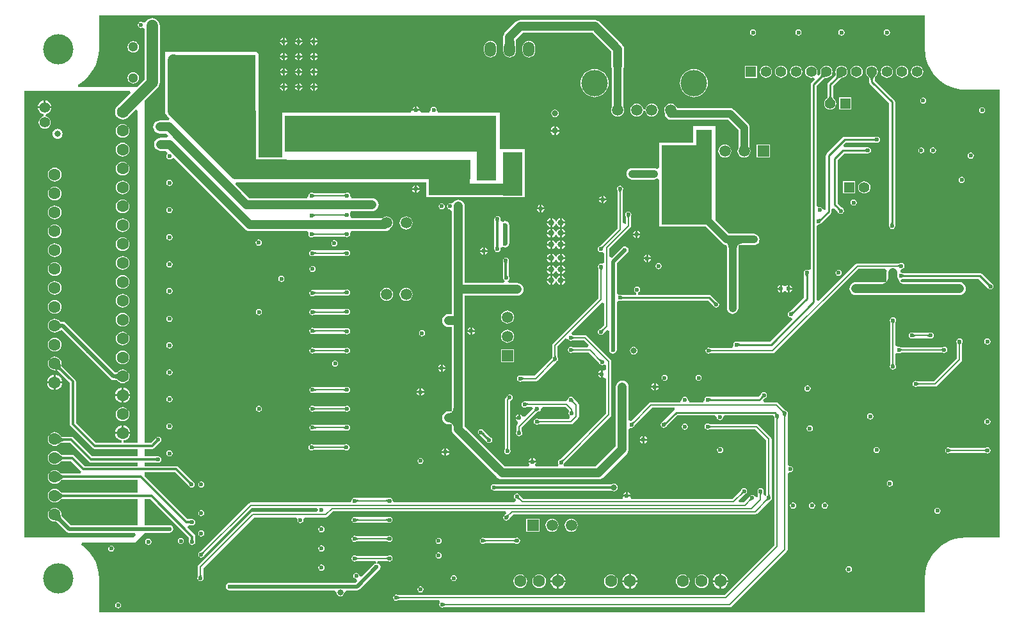
<source format=gbl>
G04*
G04 #@! TF.GenerationSoftware,Altium Limited,Altium Designer,21.6.1 (37)*
G04*
G04 Layer_Physical_Order=4*
G04 Layer_Color=16711680*
%FSLAX44Y44*%
%MOMM*%
G71*
G04*
G04 #@! TF.SameCoordinates,3233E1FD-44FA-4E4D-806F-7065AC5E4394*
G04*
G04*
G04 #@! TF.FilePolarity,Positive*
G04*
G01*
G75*
%ADD11C,0.6000*%
%ADD12C,0.2500*%
%ADD14C,0.5000*%
%ADD15C,0.3000*%
%ADD16C,0.2000*%
%ADD63C,0.8000*%
%ADD78C,1.6000*%
%ADD79C,1.5000*%
%ADD80C,3.5000*%
%ADD81O,1.5000X2.0000*%
%ADD82C,4.0000*%
%ADD83C,1.4000*%
%ADD84R,1.5000X1.5000*%
%ADD85R,1.5000X1.5000*%
%ADD86R,1.4000X1.4000*%
%ADD87C,0.6000*%
%ADD88C,1.3000*%
%ADD89C,1.5000*%
%ADD90C,1.0000*%
%ADD91C,1.2000*%
%ADD151R,2.1000X3.0000*%
%ADD152R,4.3000X1.7000*%
%ADD153R,3.3500X8.0000*%
%ADD154R,11.1000X8.1000*%
%ADD155R,24.4000X2.6000*%
%ADD156R,5.5000X1.4000*%
%ADD157R,10.0000X1.6000*%
%ADD158R,2.6000X5.8000*%
%ADD159R,2.5000X4.4000*%
%ADD160R,27.9000X4.8000*%
%ADD161R,6.7000X10.5000*%
G36*
X53009Y332809D02*
X53157Y330806D01*
X53294Y329915D01*
X53474Y329097D01*
X53696Y328353D01*
X53961Y327682D01*
X54269Y327085D01*
X54619Y326561D01*
X55011Y326110D01*
X52890Y323989D01*
X52439Y324381D01*
X51915Y324731D01*
X51318Y325039D01*
X50647Y325304D01*
X49903Y325526D01*
X49085Y325706D01*
X48194Y325844D01*
X47229Y325938D01*
X45080Y326000D01*
X53000Y333920D01*
X53009Y332809D01*
D02*
G37*
G36*
X145876Y692141D02*
X127868Y674132D01*
X126265Y672043D01*
X125258Y669611D01*
X124914Y667000D01*
X125258Y664389D01*
X126265Y661957D01*
X127868Y659868D01*
X129957Y658265D01*
X132389Y657257D01*
X135000Y656914D01*
X137611Y657257D01*
X140043Y658265D01*
X142132Y659868D01*
X152228Y669964D01*
X155000Y668816D01*
X155000Y229078D01*
X136447D01*
X136250Y232078D01*
X136658Y232132D01*
X137611Y232257D01*
X140043Y233265D01*
X142132Y234868D01*
X143735Y236957D01*
X144743Y239389D01*
X144919Y240730D01*
X135000D01*
X125081D01*
X125257Y239389D01*
X126265Y236957D01*
X127868Y234868D01*
X129957Y233265D01*
X132389Y232257D01*
X133342Y232132D01*
X133750Y232078D01*
X133553Y229078D01*
X99689D01*
X73078Y255689D01*
Y310000D01*
X72768Y311561D01*
X71884Y312884D01*
X53578Y331190D01*
X53768Y331651D01*
X54078Y334000D01*
X53768Y336349D01*
X52861Y338539D01*
X51419Y340419D01*
X49539Y341861D01*
X47350Y342768D01*
X45000Y343078D01*
X42650Y342768D01*
X40461Y341861D01*
X38581Y340419D01*
X37139Y338539D01*
X36232Y336349D01*
X35922Y334000D01*
X36232Y331651D01*
X37139Y329461D01*
X38581Y327581D01*
X40461Y326138D01*
X42650Y325232D01*
X45000Y324922D01*
X47350Y325232D01*
X47810Y325422D01*
X64922Y308311D01*
Y254000D01*
X64922Y254000D01*
X65232Y252439D01*
X66116Y251116D01*
X95116Y222116D01*
X95116Y222116D01*
X96439Y221232D01*
X98000Y220922D01*
X155000D01*
Y211078D01*
X94689D01*
X69884Y235884D01*
X68561Y236768D01*
X67000Y237078D01*
X67000Y237078D01*
X53466D01*
X52861Y238539D01*
X51419Y240419D01*
X49539Y241861D01*
X47350Y242768D01*
X45000Y243078D01*
X42650Y242768D01*
X40461Y241861D01*
X38581Y240419D01*
X37139Y238539D01*
X36232Y236350D01*
X35922Y234000D01*
X36232Y231651D01*
X37139Y229461D01*
X38581Y227581D01*
X40461Y226138D01*
X42650Y225232D01*
X45000Y224922D01*
X47350Y225232D01*
X49539Y226138D01*
X51419Y227581D01*
X52448Y228922D01*
X65311D01*
X90116Y204116D01*
X90116Y204116D01*
X91439Y203232D01*
X93000Y202922D01*
X93000Y202922D01*
X155000D01*
Y198078D01*
X84689D01*
X70884Y211884D01*
X69561Y212768D01*
X68000Y213078D01*
X68000Y213078D01*
X53052D01*
X52861Y213539D01*
X51419Y215419D01*
X49539Y216861D01*
X47350Y217768D01*
X45000Y218078D01*
X42650Y217768D01*
X40461Y216861D01*
X38581Y215419D01*
X37139Y213539D01*
X36232Y211350D01*
X35922Y209000D01*
X36232Y206651D01*
X37139Y204461D01*
X38581Y202581D01*
X40461Y201138D01*
X42650Y200232D01*
X45000Y199922D01*
X47350Y200232D01*
X49539Y201138D01*
X51419Y202581D01*
X52861Y204461D01*
X53052Y204922D01*
X66311D01*
X80116Y191116D01*
X80116Y191116D01*
X80173Y191078D01*
X79263Y188078D01*
X53052D01*
X52861Y188539D01*
X51419Y190419D01*
X49539Y191861D01*
X47350Y192768D01*
X45000Y193078D01*
X42650Y192768D01*
X40461Y191861D01*
X38581Y190419D01*
X37139Y188539D01*
X36232Y186350D01*
X35922Y184000D01*
X36232Y181651D01*
X37139Y179461D01*
X38581Y177581D01*
X40461Y176138D01*
X42650Y175232D01*
X45000Y174922D01*
X47350Y175232D01*
X49539Y176138D01*
X51419Y177581D01*
X52861Y179461D01*
X53052Y179922D01*
X155000D01*
Y163078D01*
X53052D01*
X52861Y163539D01*
X51419Y165419D01*
X49539Y166861D01*
X47350Y167768D01*
X45000Y168078D01*
X42650Y167768D01*
X40461Y166861D01*
X38581Y165419D01*
X37139Y163539D01*
X36232Y161350D01*
X35922Y159000D01*
X36232Y156650D01*
X37139Y154461D01*
X38581Y152581D01*
X40461Y151138D01*
X42650Y150232D01*
X45000Y149922D01*
X47350Y150232D01*
X49539Y151138D01*
X51419Y152581D01*
X52861Y154461D01*
X53052Y154922D01*
X155000D01*
Y120098D01*
X66112D01*
X53860Y132349D01*
X54078Y134000D01*
X53768Y136349D01*
X52861Y138539D01*
X51419Y140419D01*
X49539Y141861D01*
X47350Y142768D01*
X45000Y143078D01*
X42650Y142768D01*
X40461Y141861D01*
X38581Y140419D01*
X37139Y138539D01*
X36232Y136349D01*
X35922Y134000D01*
X36232Y131650D01*
X37139Y129461D01*
X38581Y127581D01*
X40461Y126138D01*
X42650Y125232D01*
X45000Y124922D01*
X46651Y125140D01*
X60395Y111395D01*
X62049Y110290D01*
X64000Y109902D01*
X150982D01*
X152130Y107130D01*
X149000Y104000D01*
X5000D01*
Y694912D01*
X144728D01*
X145876Y692141D01*
D02*
G37*
G36*
X181970Y230000D02*
X181799Y229990D01*
X181620Y229956D01*
X181435Y229898D01*
X181244Y229817D01*
X181045Y229712D01*
X180840Y229583D01*
X180628Y229430D01*
X180409Y229254D01*
X179951Y228829D01*
X177829Y230951D01*
X178053Y231183D01*
X178430Y231628D01*
X178583Y231840D01*
X178712Y232045D01*
X178817Y232244D01*
X178898Y232435D01*
X178956Y232620D01*
X178990Y232799D01*
X179000Y232970D01*
X181970Y230000D01*
D02*
G37*
G36*
X52027Y238017D02*
X53332Y236628D01*
X53980Y236063D01*
X54623Y235585D01*
X55263Y235195D01*
X55899Y234891D01*
X56531Y234674D01*
X57160Y234543D01*
X57784Y234500D01*
X57399Y231500D01*
X56844Y231462D01*
X56247Y231349D01*
X55608Y231161D01*
X54927Y230897D01*
X54205Y230557D01*
X53441Y230143D01*
X51788Y229087D01*
X50899Y228446D01*
X49968Y227730D01*
X51368Y238842D01*
X52027Y238017D01*
D02*
G37*
G36*
X1196431Y750000D02*
X1196385D01*
X1196844Y743002D01*
X1197000Y742217D01*
Y742000D01*
X1197054Y741946D01*
X1198212Y736124D01*
X1200466Y729482D01*
X1203568Y723193D01*
X1207465Y717361D01*
X1212089Y712089D01*
X1217361Y707465D01*
X1223193Y703568D01*
X1229482Y700466D01*
X1236124Y698212D01*
X1241946Y697054D01*
X1242000Y697000D01*
X1242217D01*
X1243002Y696844D01*
X1250000Y696385D01*
Y696431D01*
X1295000D01*
X1295000Y103569D01*
X1250000D01*
Y103615D01*
X1243002Y103156D01*
X1236124Y101788D01*
X1229482Y99534D01*
X1223193Y96432D01*
X1217361Y92535D01*
X1212089Y87911D01*
X1207465Y82639D01*
X1203568Y76807D01*
X1200466Y70518D01*
X1198212Y63877D01*
X1196844Y56998D01*
X1196385Y50000D01*
X1196431D01*
Y5000D01*
X103569D01*
Y50000D01*
X103615D01*
X103156Y56998D01*
X101788Y63877D01*
X99534Y70518D01*
X96432Y76807D01*
X92535Y82639D01*
X87911Y87911D01*
X82639Y92535D01*
X80447Y94000D01*
X81357Y97000D01*
X151484D01*
X152556Y97444D01*
X163556Y108444D01*
X164000Y109516D01*
Y109902D01*
X197000D01*
X198951Y110290D01*
X200605Y111395D01*
X201710Y113049D01*
X202098Y115000D01*
X201710Y116951D01*
X200605Y118605D01*
X198951Y119710D01*
X197000Y120098D01*
X164000D01*
Y154922D01*
X171311D01*
X222922Y103311D01*
Y98000D01*
X223232Y96439D01*
X224116Y95116D01*
X225439Y94232D01*
X227000Y93922D01*
X228561Y94232D01*
X229884Y95116D01*
X230768Y96439D01*
X231078Y98000D01*
Y105000D01*
X231078Y105000D01*
X230768Y106561D01*
X229884Y107884D01*
X229884Y107884D01*
X220846Y116922D01*
X222089Y119922D01*
X227000D01*
X228561Y120232D01*
X229884Y121116D01*
X230768Y122439D01*
X231078Y124000D01*
X230768Y125561D01*
X229884Y126884D01*
X228561Y127768D01*
X227000Y128078D01*
X220689D01*
X164000Y184768D01*
Y189922D01*
X204311D01*
X223116Y171116D01*
X223116Y171116D01*
X224439Y170232D01*
X226000Y169922D01*
X227561Y170232D01*
X228884Y171116D01*
X229768Y172439D01*
X230078Y174000D01*
X229768Y175561D01*
X228884Y176884D01*
X228884Y176884D01*
X208884Y196884D01*
X207561Y197768D01*
X206000Y198078D01*
X206000Y198078D01*
X164000D01*
Y202922D01*
X182000D01*
X183561Y203232D01*
X184884Y204116D01*
X185768Y205439D01*
X186078Y207000D01*
X185768Y208561D01*
X184884Y209884D01*
X183561Y210768D01*
X182000Y211078D01*
X164000D01*
Y220922D01*
X174000D01*
X174000Y220922D01*
X175561Y221232D01*
X176884Y222116D01*
X184884Y230116D01*
X184884Y230116D01*
X185768Y231439D01*
X186078Y233000D01*
X185768Y234561D01*
X184884Y235884D01*
X183561Y236768D01*
X182000Y237078D01*
X180439Y236768D01*
X179116Y235884D01*
X179116Y235884D01*
X172311Y229078D01*
X164000D01*
Y681736D01*
X181132Y698868D01*
X182735Y700957D01*
X183743Y703389D01*
X184086Y706000D01*
Y781000D01*
X183743Y783611D01*
X182735Y786043D01*
X181132Y788132D01*
X179043Y789735D01*
X176611Y790743D01*
X174000Y791086D01*
X171390Y790743D01*
X168957Y789735D01*
X166868Y788132D01*
X165265Y786043D01*
X165055Y785537D01*
X162235Y784956D01*
X161613Y785065D01*
X160561Y785768D01*
X159000Y786078D01*
X157439Y785768D01*
X156116Y784884D01*
X155232Y783561D01*
X154922Y782000D01*
X155232Y780439D01*
X156116Y779116D01*
X157439Y778232D01*
X159000Y777922D01*
X160561Y778232D01*
X160914Y778468D01*
X163865Y777186D01*
X163914Y777139D01*
Y710178D01*
X153768Y700032D01*
X76420Y700032D01*
X75720Y703032D01*
X76807Y703568D01*
X82639Y707465D01*
X87911Y712089D01*
X92535Y717361D01*
X96432Y723193D01*
X99534Y729482D01*
X101788Y736124D01*
X103156Y743002D01*
X103615Y750000D01*
X103569D01*
Y795000D01*
X1196431Y795000D01*
Y750000D01*
D02*
G37*
G36*
X179858Y204900D02*
X179729Y205014D01*
X179579Y205116D01*
X179408Y205206D01*
X179214Y205284D01*
X179000Y205350D01*
X178763Y205404D01*
X178505Y205446D01*
X178226Y205476D01*
X177602Y205500D01*
Y208500D01*
X177925Y208506D01*
X178505Y208554D01*
X178763Y208596D01*
X179000Y208650D01*
X179214Y208716D01*
X179408Y208794D01*
X179579Y208884D01*
X179729Y208986D01*
X179858Y209100D01*
Y204900D01*
D02*
G37*
G36*
X51506Y213821D02*
X53026Y212509D01*
X53753Y211976D01*
X54459Y211525D01*
X55142Y211156D01*
X55804Y210869D01*
X56444Y210664D01*
X57062Y210541D01*
X57658Y210500D01*
Y207500D01*
X57062Y207459D01*
X56444Y207336D01*
X55804Y207131D01*
X55142Y206844D01*
X54459Y206475D01*
X53753Y206024D01*
X53026Y205491D01*
X52277Y204876D01*
X50713Y203400D01*
X50713Y214600D01*
X51506Y213821D01*
D02*
G37*
G36*
Y188821D02*
X53026Y187509D01*
X53753Y186976D01*
X54459Y186525D01*
X55142Y186156D01*
X55804Y185869D01*
X56444Y185664D01*
X57062Y185541D01*
X57658Y185500D01*
Y182500D01*
X57062Y182459D01*
X56444Y182336D01*
X55804Y182131D01*
X55142Y181844D01*
X54459Y181475D01*
X53753Y181024D01*
X53026Y180491D01*
X52277Y179876D01*
X50713Y178400D01*
X50713Y189600D01*
X51506Y188821D01*
D02*
G37*
G36*
X224183Y177947D02*
X224628Y177570D01*
X224840Y177417D01*
X225045Y177288D01*
X225244Y177183D01*
X225435Y177102D01*
X225620Y177044D01*
X225799Y177010D01*
X225970Y177000D01*
X223000Y174030D01*
X222990Y174201D01*
X222956Y174380D01*
X222898Y174565D01*
X222817Y174756D01*
X222712Y174955D01*
X222583Y175160D01*
X222430Y175372D01*
X222254Y175591D01*
X221829Y176049D01*
X223951Y178171D01*
X224183Y177947D01*
D02*
G37*
G36*
X51506Y163821D02*
X53026Y162509D01*
X53753Y161976D01*
X54459Y161525D01*
X55142Y161156D01*
X55804Y160869D01*
X56444Y160664D01*
X57062Y160541D01*
X57658Y160500D01*
Y157500D01*
X57062Y157459D01*
X56444Y157336D01*
X55804Y157131D01*
X55142Y156844D01*
X54459Y156475D01*
X53753Y156024D01*
X53026Y155491D01*
X52277Y154876D01*
X50713Y153400D01*
X50713Y164600D01*
X51506Y163821D01*
D02*
G37*
G36*
X53017Y133069D02*
X53087Y132254D01*
X53210Y131474D01*
X53384Y130729D01*
X53612Y130020D01*
X53892Y129345D01*
X54224Y128706D01*
X54609Y128102D01*
X55046Y127534D01*
X55535Y127000D01*
X52000Y123465D01*
X51466Y123954D01*
X50898Y124391D01*
X50294Y124776D01*
X49655Y125108D01*
X48980Y125388D01*
X48271Y125616D01*
X47526Y125790D01*
X46746Y125913D01*
X45931Y125983D01*
X45080Y126000D01*
X53000Y133920D01*
X53017Y133069D01*
D02*
G37*
G36*
X224858Y121900D02*
X224729Y122014D01*
X224579Y122116D01*
X224408Y122206D01*
X224214Y122284D01*
X224000Y122350D01*
X223763Y122404D01*
X223505Y122446D01*
X223226Y122476D01*
X222602Y122500D01*
Y125500D01*
X222925Y125506D01*
X223505Y125554D01*
X223763Y125596D01*
X224000Y125650D01*
X224214Y125716D01*
X224408Y125794D01*
X224579Y125884D01*
X224729Y125986D01*
X224858Y126100D01*
Y121900D01*
D02*
G37*
G36*
X228506Y102075D02*
X228554Y101495D01*
X228596Y101237D01*
X228650Y101000D01*
X228716Y100786D01*
X228794Y100592D01*
X228884Y100421D01*
X228986Y100271D01*
X229100Y100142D01*
X224900D01*
X225014Y100271D01*
X225116Y100421D01*
X225206Y100592D01*
X225284Y100786D01*
X225350Y101000D01*
X225404Y101237D01*
X225446Y101495D01*
X225476Y101774D01*
X225500Y102398D01*
X228500D01*
X228506Y102075D01*
D02*
G37*
%LPC*%
G36*
X33110Y681910D02*
Y674270D01*
X40750D01*
X40608Y675350D01*
X39701Y677539D01*
X38259Y679419D01*
X36379Y680862D01*
X34190Y681768D01*
X33110Y681910D01*
D02*
G37*
G36*
X30570D02*
X29491Y681768D01*
X27301Y680862D01*
X25421Y679419D01*
X23979Y677539D01*
X23072Y675350D01*
X22930Y674270D01*
X30570D01*
Y681910D01*
D02*
G37*
G36*
X40750Y671730D02*
X31840D01*
X22930D01*
X23072Y670650D01*
X23979Y668461D01*
X25421Y666581D01*
X27301Y665138D01*
X29491Y664232D01*
X30000Y664165D01*
X30425Y661083D01*
X29750Y660793D01*
X29599Y660731D01*
X27806Y659988D01*
X26134Y658706D01*
X24852Y657035D01*
X24046Y655088D01*
X23771Y653000D01*
X24046Y650912D01*
X24852Y648966D01*
X26134Y647294D01*
X27806Y646012D01*
X29752Y645206D01*
X31840Y644931D01*
X33928Y645206D01*
X35875Y646012D01*
X37546Y647294D01*
X38828Y648966D01*
X39634Y650912D01*
X39909Y653000D01*
X39634Y655088D01*
X38828Y657035D01*
X37546Y658706D01*
X35875Y659988D01*
X34081Y660731D01*
X33930Y660793D01*
X33255Y661083D01*
X33680Y664165D01*
X34190Y664232D01*
X36379Y665138D01*
X38259Y666581D01*
X39701Y668461D01*
X40608Y670650D01*
X40750Y671730D01*
D02*
G37*
G36*
X135000Y651078D02*
X132650Y650768D01*
X130461Y649862D01*
X128581Y648419D01*
X127139Y646539D01*
X126232Y644350D01*
X125922Y642000D01*
X126232Y639650D01*
X127139Y637461D01*
X128581Y635581D01*
X130461Y634139D01*
X132650Y633232D01*
X135000Y632922D01*
X137350Y633232D01*
X139539Y634139D01*
X141419Y635581D01*
X142861Y637461D01*
X143768Y639650D01*
X144078Y642000D01*
X143768Y644350D01*
X142861Y646539D01*
X141419Y648419D01*
X139539Y649862D01*
X137350Y650768D01*
X135000Y651078D01*
D02*
G37*
G36*
X48840Y644556D02*
X47143Y644333D01*
X45562Y643678D01*
X44204Y642636D01*
X43162Y641278D01*
X42507Y639697D01*
X42284Y638000D01*
X42507Y636303D01*
X43162Y634722D01*
X44204Y633364D01*
X45562Y632322D01*
X47143Y631667D01*
X48840Y631444D01*
X50537Y631667D01*
X52118Y632322D01*
X53476Y633364D01*
X54518Y634722D01*
X55173Y636303D01*
X55396Y638000D01*
X55173Y639697D01*
X54518Y641278D01*
X53476Y642636D01*
X52118Y643678D01*
X50537Y644333D01*
X48840Y644556D01*
D02*
G37*
G36*
X135000Y626078D02*
X132650Y625768D01*
X130461Y624861D01*
X128581Y623419D01*
X127139Y621539D01*
X126232Y619350D01*
X125922Y617000D01*
X126232Y614650D01*
X127139Y612461D01*
X128581Y610581D01*
X130461Y609139D01*
X132650Y608232D01*
X135000Y607922D01*
X137350Y608232D01*
X139539Y609139D01*
X141419Y610581D01*
X142861Y612461D01*
X143768Y614650D01*
X144078Y617000D01*
X143768Y619350D01*
X142861Y621539D01*
X141419Y623419D01*
X139539Y624861D01*
X137350Y625768D01*
X135000Y626078D01*
D02*
G37*
G36*
Y601078D02*
X132650Y600768D01*
X130461Y599861D01*
X128581Y598419D01*
X127139Y596539D01*
X126232Y594350D01*
X125922Y592000D01*
X126232Y589650D01*
X127139Y587461D01*
X128581Y585581D01*
X130461Y584139D01*
X132650Y583232D01*
X135000Y582922D01*
X137350Y583232D01*
X139539Y584139D01*
X141419Y585581D01*
X142861Y587461D01*
X143768Y589650D01*
X144078Y592000D01*
X143768Y594350D01*
X142861Y596539D01*
X142768Y596661D01*
X142710Y596951D01*
X141605Y598605D01*
X139951Y599710D01*
X139661Y599767D01*
X139539Y599861D01*
X137350Y600768D01*
X135000Y601078D01*
D02*
G37*
G36*
X45000Y593078D02*
X42650Y592768D01*
X40461Y591861D01*
X38581Y590419D01*
X37139Y588539D01*
X36232Y586349D01*
X35922Y584000D01*
X36232Y581651D01*
X37139Y579461D01*
X38581Y577581D01*
X40461Y576138D01*
X42650Y575232D01*
X45000Y574922D01*
X47350Y575232D01*
X49539Y576138D01*
X51419Y577581D01*
X52861Y579461D01*
X53768Y581651D01*
X54078Y584000D01*
X53768Y586349D01*
X52861Y588539D01*
X51419Y590419D01*
X49539Y591861D01*
X47350Y592768D01*
X45000Y593078D01*
D02*
G37*
G36*
X135000Y576078D02*
X132650Y575768D01*
X130461Y574861D01*
X128581Y573419D01*
X127139Y571539D01*
X126232Y569350D01*
X125922Y567000D01*
X126232Y564650D01*
X127139Y562461D01*
X128581Y560581D01*
X130461Y559139D01*
X132650Y558232D01*
X135000Y557922D01*
X137350Y558232D01*
X139539Y559139D01*
X141419Y560581D01*
X142861Y562461D01*
X143768Y564650D01*
X144078Y567000D01*
X143768Y569350D01*
X142861Y571539D01*
X141419Y573419D01*
X139539Y574861D01*
X137350Y575768D01*
X135000Y576078D01*
D02*
G37*
G36*
X45000Y568078D02*
X42650Y567768D01*
X40461Y566861D01*
X38581Y565419D01*
X37139Y563539D01*
X36232Y561349D01*
X35922Y559000D01*
X36232Y556651D01*
X37139Y554461D01*
X38581Y552581D01*
X40461Y551138D01*
X42650Y550232D01*
X45000Y549922D01*
X47350Y550232D01*
X49539Y551138D01*
X51419Y552581D01*
X52861Y554461D01*
X53768Y556651D01*
X54078Y559000D01*
X53768Y561349D01*
X52861Y563539D01*
X51419Y565419D01*
X49539Y566861D01*
X47350Y567768D01*
X45000Y568078D01*
D02*
G37*
G36*
X135000Y551078D02*
X132650Y550768D01*
X130461Y549861D01*
X128581Y548419D01*
X127139Y546539D01*
X126232Y544350D01*
X125922Y542000D01*
X126232Y539650D01*
X127139Y537461D01*
X128581Y535581D01*
X130461Y534139D01*
X132650Y533232D01*
X135000Y532922D01*
X137350Y533232D01*
X139539Y534139D01*
X141419Y535581D01*
X142861Y537461D01*
X143768Y539650D01*
X144078Y542000D01*
X143768Y544350D01*
X142861Y546539D01*
X141419Y548419D01*
X139539Y549861D01*
X137350Y550768D01*
X135000Y551078D01*
D02*
G37*
G36*
X45000Y543078D02*
X42650Y542768D01*
X40461Y541861D01*
X38581Y540419D01*
X37139Y538539D01*
X36232Y536349D01*
X35922Y534000D01*
X36232Y531651D01*
X37139Y529461D01*
X38581Y527581D01*
X40461Y526138D01*
X42650Y525232D01*
X45000Y524922D01*
X47350Y525232D01*
X49539Y526138D01*
X51419Y527581D01*
X52861Y529461D01*
X53768Y531651D01*
X54078Y534000D01*
X53768Y536349D01*
X52861Y538539D01*
X51419Y540419D01*
X49539Y541861D01*
X47350Y542768D01*
X45000Y543078D01*
D02*
G37*
G36*
X135000Y526078D02*
X132650Y525768D01*
X130461Y524861D01*
X128581Y523419D01*
X127139Y521539D01*
X126232Y519350D01*
X125922Y517000D01*
X126232Y514650D01*
X127139Y512461D01*
X128581Y510581D01*
X130461Y509139D01*
X132650Y508232D01*
X135000Y507922D01*
X137350Y508232D01*
X139539Y509139D01*
X141419Y510581D01*
X142861Y512461D01*
X143768Y514650D01*
X144078Y517000D01*
X143768Y519350D01*
X142861Y521539D01*
X141419Y523419D01*
X139539Y524861D01*
X137350Y525768D01*
X135000Y526078D01*
D02*
G37*
G36*
X45000Y518078D02*
X42650Y517768D01*
X40461Y516861D01*
X38581Y515419D01*
X37139Y513539D01*
X36232Y511349D01*
X35922Y509000D01*
X36232Y506651D01*
X37139Y504461D01*
X38581Y502581D01*
X40461Y501138D01*
X42650Y500232D01*
X45000Y499922D01*
X47350Y500232D01*
X49539Y501138D01*
X51419Y502581D01*
X52861Y504461D01*
X53768Y506651D01*
X54078Y509000D01*
X53768Y511349D01*
X52861Y513539D01*
X51419Y515419D01*
X49539Y516861D01*
X47350Y517768D01*
X45000Y518078D01*
D02*
G37*
G36*
X135000Y501078D02*
X132650Y500768D01*
X130461Y499861D01*
X128581Y498419D01*
X127139Y496539D01*
X126232Y494350D01*
X125922Y492000D01*
X126232Y489650D01*
X127139Y487461D01*
X128581Y485581D01*
X130461Y484139D01*
X132650Y483232D01*
X135000Y482922D01*
X137350Y483232D01*
X139539Y484139D01*
X141419Y485581D01*
X142861Y487461D01*
X143768Y489650D01*
X144078Y492000D01*
X143768Y494350D01*
X142861Y496539D01*
X141419Y498419D01*
X139539Y499861D01*
X137350Y500768D01*
X135000Y501078D01*
D02*
G37*
G36*
X45000Y493078D02*
X42650Y492768D01*
X40461Y491861D01*
X38581Y490419D01*
X37139Y488539D01*
X36232Y486349D01*
X35922Y484000D01*
X36232Y481651D01*
X37139Y479461D01*
X38581Y477581D01*
X40461Y476138D01*
X42650Y475232D01*
X45000Y474922D01*
X47350Y475232D01*
X49539Y476138D01*
X51419Y477581D01*
X52861Y479461D01*
X53768Y481651D01*
X54078Y484000D01*
X53768Y486349D01*
X52861Y488539D01*
X51419Y490419D01*
X49539Y491861D01*
X47350Y492768D01*
X45000Y493078D01*
D02*
G37*
G36*
X135000Y476078D02*
X132650Y475768D01*
X130461Y474861D01*
X128581Y473419D01*
X127139Y471539D01*
X126232Y469350D01*
X125922Y467000D01*
X126232Y464650D01*
X127139Y462461D01*
X128581Y460581D01*
X130461Y459139D01*
X132650Y458232D01*
X135000Y457922D01*
X137350Y458232D01*
X139539Y459139D01*
X141419Y460581D01*
X142861Y462461D01*
X143768Y464650D01*
X144078Y467000D01*
X143768Y469350D01*
X142861Y471539D01*
X141419Y473419D01*
X139539Y474861D01*
X137350Y475768D01*
X135000Y476078D01*
D02*
G37*
G36*
X45000Y468078D02*
X42650Y467768D01*
X40461Y466861D01*
X38581Y465419D01*
X37139Y463539D01*
X36232Y461349D01*
X35922Y459000D01*
X36232Y456651D01*
X37139Y454461D01*
X38581Y452581D01*
X40461Y451138D01*
X42650Y450232D01*
X45000Y449922D01*
X47350Y450232D01*
X49539Y451138D01*
X51419Y452581D01*
X52861Y454461D01*
X53768Y456651D01*
X54078Y459000D01*
X53768Y461349D01*
X52861Y463539D01*
X51419Y465419D01*
X49539Y466861D01*
X47350Y467768D01*
X45000Y468078D01*
D02*
G37*
G36*
X135000Y451078D02*
X132650Y450768D01*
X130461Y449861D01*
X128581Y448419D01*
X127139Y446539D01*
X126232Y444350D01*
X125922Y442000D01*
X126232Y439650D01*
X127139Y437461D01*
X128581Y435581D01*
X130461Y434139D01*
X132650Y433232D01*
X135000Y432922D01*
X137350Y433232D01*
X139539Y434139D01*
X141419Y435581D01*
X142861Y437461D01*
X143768Y439650D01*
X144078Y442000D01*
X143768Y444350D01*
X142861Y446539D01*
X141419Y448419D01*
X139539Y449861D01*
X137350Y450768D01*
X135000Y451078D01*
D02*
G37*
G36*
X45000Y443078D02*
X42650Y442768D01*
X40461Y441861D01*
X38581Y440419D01*
X37139Y438539D01*
X36232Y436349D01*
X35922Y434000D01*
X36232Y431651D01*
X37139Y429461D01*
X38581Y427581D01*
X40461Y426138D01*
X42650Y425232D01*
X45000Y424922D01*
X47350Y425232D01*
X49539Y426138D01*
X51419Y427581D01*
X52861Y429461D01*
X53768Y431651D01*
X54078Y434000D01*
X53768Y436349D01*
X52861Y438539D01*
X51419Y440419D01*
X49539Y441861D01*
X47350Y442768D01*
X45000Y443078D01*
D02*
G37*
G36*
X135000Y426078D02*
X132650Y425768D01*
X130461Y424861D01*
X128581Y423419D01*
X127139Y421539D01*
X126232Y419350D01*
X125922Y417000D01*
X126232Y414650D01*
X127139Y412461D01*
X128581Y410581D01*
X130461Y409139D01*
X132650Y408232D01*
X135000Y407922D01*
X137350Y408232D01*
X139539Y409139D01*
X141419Y410581D01*
X142861Y412461D01*
X143768Y414650D01*
X144078Y417000D01*
X143768Y419350D01*
X142861Y421539D01*
X141419Y423419D01*
X139539Y424861D01*
X137350Y425768D01*
X135000Y426078D01*
D02*
G37*
G36*
X45000Y418078D02*
X42650Y417768D01*
X40461Y416861D01*
X38581Y415419D01*
X37139Y413539D01*
X36232Y411349D01*
X35922Y409000D01*
X36232Y406651D01*
X37139Y404461D01*
X38581Y402581D01*
X40461Y401138D01*
X42650Y400232D01*
X45000Y399922D01*
X47350Y400232D01*
X49539Y401138D01*
X51419Y402581D01*
X52861Y404461D01*
X53768Y406651D01*
X54078Y409000D01*
X53768Y411349D01*
X52861Y413539D01*
X51419Y415419D01*
X49539Y416861D01*
X47350Y417768D01*
X45000Y418078D01*
D02*
G37*
G36*
X135000Y401078D02*
X132650Y400768D01*
X130461Y399861D01*
X128581Y398419D01*
X127139Y396539D01*
X126232Y394350D01*
X125922Y392000D01*
X126232Y389650D01*
X127139Y387461D01*
X128581Y385581D01*
X130461Y384139D01*
X132650Y383232D01*
X135000Y382922D01*
X137350Y383232D01*
X139539Y384139D01*
X141419Y385581D01*
X142861Y387461D01*
X143768Y389650D01*
X144078Y392000D01*
X143768Y394350D01*
X142861Y396539D01*
X141419Y398419D01*
X139539Y399861D01*
X137350Y400768D01*
X135000Y401078D01*
D02*
G37*
G36*
Y376078D02*
X132650Y375768D01*
X130461Y374861D01*
X128581Y373419D01*
X127139Y371539D01*
X126232Y369350D01*
X125922Y367000D01*
X126232Y364650D01*
X127139Y362461D01*
X128581Y360581D01*
X130461Y359139D01*
X132650Y358232D01*
X135000Y357922D01*
X137350Y358232D01*
X139539Y359139D01*
X141419Y360581D01*
X142861Y362461D01*
X143768Y364650D01*
X144078Y367000D01*
X143768Y369350D01*
X142861Y371539D01*
X141419Y373419D01*
X139539Y374861D01*
X137350Y375768D01*
X135000Y376078D01*
D02*
G37*
G36*
X45000Y368078D02*
X42650Y367768D01*
X40461Y366861D01*
X38581Y365419D01*
X37139Y363539D01*
X36232Y361349D01*
X35922Y359000D01*
X36232Y356651D01*
X37139Y354461D01*
X38581Y352581D01*
X40461Y351138D01*
X42650Y350232D01*
X45000Y349922D01*
X47350Y350232D01*
X49539Y351138D01*
X51419Y352581D01*
X52861Y354461D01*
X53768Y356651D01*
X54078Y359000D01*
X53768Y361349D01*
X52861Y363539D01*
X51419Y365419D01*
X49539Y366861D01*
X47350Y367768D01*
X45000Y368078D01*
D02*
G37*
G36*
X135000Y351078D02*
X132650Y350768D01*
X130461Y349861D01*
X128581Y348419D01*
X127139Y346539D01*
X126232Y344350D01*
X125922Y342000D01*
X126232Y339650D01*
X127139Y337461D01*
X128581Y335581D01*
X130461Y334138D01*
X132650Y333232D01*
X135000Y332922D01*
X137350Y333232D01*
X139539Y334138D01*
X141419Y335581D01*
X142861Y337461D01*
X143768Y339650D01*
X144078Y342000D01*
X143768Y344350D01*
X142861Y346539D01*
X141419Y348419D01*
X139539Y349861D01*
X137350Y350768D01*
X135000Y351078D01*
D02*
G37*
G36*
X46270Y318919D02*
Y310270D01*
X54919D01*
X54743Y311611D01*
X53735Y314043D01*
X52132Y316132D01*
X50043Y317735D01*
X47611Y318743D01*
X46270Y318919D01*
D02*
G37*
G36*
X43730D02*
X42389Y318743D01*
X39957Y317735D01*
X37868Y316132D01*
X36265Y314043D01*
X35257Y311611D01*
X35081Y310270D01*
X43730D01*
Y318919D01*
D02*
G37*
G36*
X45000Y393078D02*
X42650Y392768D01*
X40461Y391861D01*
X38581Y390419D01*
X37139Y388539D01*
X36232Y386349D01*
X35922Y384000D01*
X36232Y381651D01*
X37139Y379461D01*
X38581Y377581D01*
X40461Y376138D01*
X42650Y375232D01*
X45000Y374922D01*
X47350Y375232D01*
X49539Y376138D01*
X51419Y377581D01*
X51430Y377595D01*
X55003Y377787D01*
X119395Y313395D01*
X121049Y312290D01*
X123000Y311902D01*
X127568D01*
X128581Y310581D01*
X130461Y309139D01*
X132650Y308232D01*
X135000Y307922D01*
X137350Y308232D01*
X139539Y309139D01*
X141419Y310581D01*
X142861Y312461D01*
X143768Y314650D01*
X144078Y317000D01*
X143768Y319349D01*
X142861Y321539D01*
X141419Y323419D01*
X139539Y324861D01*
X137350Y325768D01*
X135000Y326078D01*
X132650Y325768D01*
X130461Y324861D01*
X128581Y323419D01*
X127921Y322558D01*
X124786Y322424D01*
X59605Y387605D01*
X57951Y388710D01*
X56000Y389098D01*
X52432D01*
X51419Y390419D01*
X49539Y391861D01*
X47350Y392768D01*
X45000Y393078D01*
D02*
G37*
G36*
X54919Y307730D02*
X46270D01*
Y299081D01*
X47611Y299257D01*
X50043Y300265D01*
X52132Y301868D01*
X53735Y303957D01*
X54743Y306390D01*
X54919Y307730D01*
D02*
G37*
G36*
X43730D02*
X35081D01*
X35257Y306390D01*
X36265Y303957D01*
X37868Y301868D01*
X39957Y300265D01*
X42389Y299257D01*
X43730Y299081D01*
Y307730D01*
D02*
G37*
G36*
X136270Y301919D02*
Y293270D01*
X144919D01*
X144743Y294611D01*
X143735Y297043D01*
X142132Y299132D01*
X140043Y300735D01*
X137611Y301743D01*
X136270Y301919D01*
D02*
G37*
G36*
X133730D02*
X132389Y301743D01*
X129957Y300735D01*
X127868Y299132D01*
X126265Y297043D01*
X125257Y294611D01*
X125081Y293270D01*
X133730D01*
Y301919D01*
D02*
G37*
G36*
X144919Y290730D02*
X136270D01*
Y282081D01*
X137611Y282257D01*
X140043Y283265D01*
X142132Y284868D01*
X143735Y286957D01*
X144743Y289389D01*
X144919Y290730D01*
D02*
G37*
G36*
X133730D02*
X125081D01*
X125257Y289389D01*
X126265Y286957D01*
X127868Y284868D01*
X129957Y283265D01*
X132389Y282257D01*
X133730Y282081D01*
Y290730D01*
D02*
G37*
G36*
X135000Y276078D02*
X132650Y275768D01*
X130461Y274862D01*
X128581Y273419D01*
X127139Y271539D01*
X126232Y269349D01*
X125922Y267000D01*
X126232Y264650D01*
X127139Y262461D01*
X128581Y260581D01*
X130461Y259139D01*
X132650Y258232D01*
X135000Y257922D01*
X137350Y258232D01*
X139539Y259139D01*
X141419Y260581D01*
X142861Y262461D01*
X143768Y264650D01*
X144078Y267000D01*
X143768Y269349D01*
X142861Y271539D01*
X141419Y273419D01*
X139539Y274862D01*
X137350Y275768D01*
X135000Y276078D01*
D02*
G37*
G36*
X136270Y251919D02*
Y243270D01*
X144919D01*
X144743Y244611D01*
X143735Y247043D01*
X142132Y249132D01*
X140043Y250735D01*
X137611Y251743D01*
X136270Y251919D01*
D02*
G37*
G36*
X133730D02*
X132389Y251743D01*
X129957Y250735D01*
X127868Y249132D01*
X126265Y247043D01*
X125257Y244611D01*
X125081Y243270D01*
X133730D01*
Y251919D01*
D02*
G37*
%LPD*%
G36*
X52319Y387310D02*
X52502Y387140D01*
X52741Y386990D01*
X53036Y386860D01*
X53389Y386750D01*
X53797Y386660D01*
X54263Y386590D01*
X54785Y386540D01*
X56000Y386500D01*
Y381500D01*
X55364Y381490D01*
X54263Y381410D01*
X53797Y381340D01*
X53389Y381250D01*
X53036Y381140D01*
X52741Y381010D01*
X52502Y380860D01*
X52319Y380690D01*
X52194Y380500D01*
Y387500D01*
X52319Y387310D01*
D02*
G37*
G36*
X128502Y312333D02*
X128167Y312745D01*
X127784Y313113D01*
X127353Y313438D01*
X126875Y313720D01*
X126349Y313958D01*
X125774Y314153D01*
X125153Y314305D01*
X124483Y314413D01*
X123765Y314478D01*
X123000Y314500D01*
Y319500D01*
X123765Y319522D01*
X124483Y319587D01*
X125153Y319695D01*
X125774Y319847D01*
X126349Y320042D01*
X126875Y320280D01*
X127353Y320562D01*
X127784Y320887D01*
X128167Y321255D01*
X128502Y321667D01*
X128502Y312333D01*
D02*
G37*
%LPC*%
G36*
X1146000Y776078D02*
X1144439Y775768D01*
X1143116Y774884D01*
X1142232Y773561D01*
X1141922Y772000D01*
X1142232Y770439D01*
X1143116Y769116D01*
X1144439Y768232D01*
X1146000Y767922D01*
X1147561Y768232D01*
X1148884Y769116D01*
X1149768Y770439D01*
X1150078Y772000D01*
X1149768Y773561D01*
X1148884Y774884D01*
X1147561Y775768D01*
X1146000Y776078D01*
D02*
G37*
G36*
X1029000D02*
X1027439Y775768D01*
X1026116Y774884D01*
X1025232Y773561D01*
X1024922Y772000D01*
X1025232Y770439D01*
X1026116Y769116D01*
X1027439Y768232D01*
X1029000Y767922D01*
X1030561Y768232D01*
X1031884Y769116D01*
X1032768Y770439D01*
X1033078Y772000D01*
X1032768Y773561D01*
X1031884Y774884D01*
X1030561Y775768D01*
X1029000Y776078D01*
D02*
G37*
G36*
X1086000Y776076D02*
X1084439Y775765D01*
X1083116Y774881D01*
X1082232Y773558D01*
X1081922Y771998D01*
X1082232Y770437D01*
X1083116Y769114D01*
X1084439Y768230D01*
X1086000Y767919D01*
X1087561Y768230D01*
X1088884Y769114D01*
X1089768Y770437D01*
X1090078Y771998D01*
X1089768Y773558D01*
X1088884Y774881D01*
X1087561Y775765D01*
X1086000Y776076D01*
D02*
G37*
G36*
X969000D02*
X967439Y775765D01*
X966116Y774881D01*
X965232Y773558D01*
X964922Y771998D01*
X965232Y770437D01*
X966116Y769114D01*
X967439Y768230D01*
X969000Y767919D01*
X970561Y768230D01*
X971884Y769114D01*
X972768Y770437D01*
X973078Y771998D01*
X972768Y773558D01*
X971884Y774881D01*
X970561Y775765D01*
X969000Y776076D01*
D02*
G37*
G36*
X389270Y764845D02*
Y761270D01*
X392845D01*
X392710Y761951D01*
X391605Y763605D01*
X389951Y764710D01*
X389270Y764845D01*
D02*
G37*
G36*
X386730D02*
X386049Y764710D01*
X384395Y763605D01*
X383290Y761951D01*
X383155Y761270D01*
X386730D01*
Y764845D01*
D02*
G37*
G36*
X369270D02*
Y761270D01*
X372845D01*
X372710Y761951D01*
X371605Y763605D01*
X369951Y764710D01*
X369270Y764845D01*
D02*
G37*
G36*
X366730D02*
X366049Y764710D01*
X364395Y763605D01*
X363290Y761951D01*
X363155Y761270D01*
X366730D01*
Y764845D01*
D02*
G37*
G36*
X349270D02*
Y761270D01*
X352845D01*
X352710Y761951D01*
X351605Y763605D01*
X349951Y764710D01*
X349270Y764845D01*
D02*
G37*
G36*
X346730D02*
X346049Y764710D01*
X344395Y763605D01*
X343290Y761951D01*
X343155Y761270D01*
X346730D01*
Y764845D01*
D02*
G37*
G36*
X392845Y758730D02*
X389270D01*
Y755155D01*
X389951Y755290D01*
X391605Y756395D01*
X392710Y758049D01*
X392845Y758730D01*
D02*
G37*
G36*
X386730D02*
X383155D01*
X383290Y758049D01*
X384395Y756395D01*
X386049Y755290D01*
X386730Y755155D01*
Y758730D01*
D02*
G37*
G36*
X372845D02*
X369270D01*
Y755155D01*
X369951Y755290D01*
X371605Y756395D01*
X372710Y758049D01*
X372845Y758730D01*
D02*
G37*
G36*
X366730D02*
X363155D01*
X363290Y758049D01*
X364395Y756395D01*
X366049Y755290D01*
X366730Y755155D01*
Y758730D01*
D02*
G37*
G36*
X352845D02*
X349270D01*
Y755155D01*
X349951Y755290D01*
X351605Y756395D01*
X352710Y758049D01*
X352845Y758730D01*
D02*
G37*
G36*
X346730D02*
X343155D01*
X343290Y758049D01*
X344395Y756395D01*
X346049Y755290D01*
X346730Y755155D01*
Y758730D01*
D02*
G37*
G36*
X149000Y760565D02*
X147042Y760307D01*
X145218Y759551D01*
X143651Y758349D01*
X142449Y756782D01*
X141693Y754958D01*
X141435Y753000D01*
X141693Y751042D01*
X142449Y749218D01*
X143651Y747651D01*
X145218Y746449D01*
X147042Y745693D01*
X149000Y745435D01*
X150958Y745693D01*
X152782Y746449D01*
X154349Y747651D01*
X155551Y749218D01*
X156307Y751042D01*
X156565Y753000D01*
X156307Y754958D01*
X155551Y756782D01*
X154349Y758349D01*
X152782Y759551D01*
X150958Y760307D01*
X149000Y760565D01*
D02*
G37*
G36*
X389270Y744845D02*
Y741270D01*
X392845D01*
X392710Y741951D01*
X391605Y743605D01*
X389951Y744710D01*
X389270Y744845D01*
D02*
G37*
G36*
X386730D02*
X386049Y744710D01*
X384395Y743605D01*
X383290Y741951D01*
X383155Y741270D01*
X386730D01*
Y744845D01*
D02*
G37*
G36*
X369270D02*
Y741270D01*
X372845D01*
X372710Y741951D01*
X371605Y743605D01*
X369951Y744710D01*
X369270Y744845D01*
D02*
G37*
G36*
X366730D02*
X366049Y744710D01*
X364395Y743605D01*
X363290Y741951D01*
X363155Y741270D01*
X366730D01*
Y744845D01*
D02*
G37*
G36*
X349270D02*
Y741270D01*
X352845D01*
X352710Y741951D01*
X351605Y743605D01*
X349951Y744710D01*
X349270Y744845D01*
D02*
G37*
G36*
X346730D02*
X346049Y744710D01*
X344395Y743605D01*
X343290Y741951D01*
X343155Y741270D01*
X346730D01*
Y744845D01*
D02*
G37*
G36*
X672400Y761073D02*
X670181Y760781D01*
X668113Y759925D01*
X666338Y758562D01*
X664975Y756787D01*
X664119Y754719D01*
X663827Y752500D01*
Y747500D01*
X664119Y745281D01*
X664975Y743213D01*
X666338Y741438D01*
X668113Y740075D01*
X670181Y739219D01*
X672400Y738927D01*
X674619Y739219D01*
X676687Y740075D01*
X678462Y741438D01*
X679825Y743213D01*
X680681Y745281D01*
X680973Y747500D01*
Y752500D01*
X680681Y754719D01*
X679825Y756787D01*
X678462Y758562D01*
X676687Y759925D01*
X674619Y760781D01*
X672400Y761073D01*
D02*
G37*
G36*
X621600D02*
X619381Y760781D01*
X617313Y759925D01*
X615538Y758562D01*
X614175Y756787D01*
X613319Y754719D01*
X613027Y752500D01*
Y747500D01*
X613319Y745281D01*
X614175Y743213D01*
X615538Y741438D01*
X617313Y740075D01*
X619381Y739219D01*
X621600Y738927D01*
X623819Y739219D01*
X625887Y740075D01*
X627662Y741438D01*
X629025Y743213D01*
X629881Y745281D01*
X630173Y747500D01*
Y752500D01*
X629881Y754719D01*
X629025Y756787D01*
X627662Y758562D01*
X625887Y759925D01*
X623819Y760781D01*
X621600Y761073D01*
D02*
G37*
G36*
X392845Y738730D02*
X389270D01*
Y735155D01*
X389951Y735290D01*
X391605Y736395D01*
X392710Y738049D01*
X392845Y738730D01*
D02*
G37*
G36*
X386730D02*
X383155D01*
X383290Y738049D01*
X384395Y736395D01*
X386049Y735290D01*
X386730Y735155D01*
Y738730D01*
D02*
G37*
G36*
X372845D02*
X369270D01*
Y735155D01*
X369951Y735290D01*
X371605Y736395D01*
X372710Y738049D01*
X372845Y738730D01*
D02*
G37*
G36*
X366730D02*
X363155D01*
X363290Y738049D01*
X364395Y736395D01*
X366049Y735290D01*
X366730Y735155D01*
Y738730D01*
D02*
G37*
G36*
X352845D02*
X349270D01*
Y735155D01*
X349951Y735290D01*
X351605Y736395D01*
X352710Y738049D01*
X352845Y738730D01*
D02*
G37*
G36*
X346730D02*
X343155D01*
X343290Y738049D01*
X344395Y736395D01*
X346049Y735290D01*
X346730Y735155D01*
Y738730D01*
D02*
G37*
G36*
X389270Y724845D02*
Y721270D01*
X392845D01*
X392710Y721951D01*
X391605Y723605D01*
X389951Y724710D01*
X389270Y724845D01*
D02*
G37*
G36*
X386730D02*
X386049Y724710D01*
X384395Y723605D01*
X383290Y721951D01*
X383155Y721270D01*
X386730D01*
Y724845D01*
D02*
G37*
G36*
X369270D02*
Y721270D01*
X372845D01*
X372710Y721951D01*
X371605Y723605D01*
X369951Y724710D01*
X369270Y724845D01*
D02*
G37*
G36*
X366730D02*
X366049Y724710D01*
X364395Y723605D01*
X363290Y721951D01*
X363155Y721270D01*
X366730D01*
Y724845D01*
D02*
G37*
G36*
X349270D02*
Y721270D01*
X352845D01*
X352710Y721951D01*
X351605Y723605D01*
X349951Y724710D01*
X349270Y724845D01*
D02*
G37*
G36*
X346730D02*
X346049Y724710D01*
X344395Y723605D01*
X343290Y721951D01*
X343155Y721270D01*
X346730D01*
Y724845D01*
D02*
G37*
G36*
X1066000Y728069D02*
X1063912Y727794D01*
X1061965Y726988D01*
X1060294Y725706D01*
X1059012Y724035D01*
X1058206Y722088D01*
X1057931Y720000D01*
X1058206Y717912D01*
X1058293Y717701D01*
X1056006Y715414D01*
X1053463Y717113D01*
X1053794Y717912D01*
X1054069Y720000D01*
X1053794Y722088D01*
X1052988Y724035D01*
X1051706Y725706D01*
X1050034Y726988D01*
X1048088Y727794D01*
X1046000Y728069D01*
X1043912Y727794D01*
X1041965Y726988D01*
X1040294Y725706D01*
X1039012Y724035D01*
X1038206Y722088D01*
X1037931Y720000D01*
X1038206Y717912D01*
X1039012Y715965D01*
X1040294Y714294D01*
X1041965Y713012D01*
X1043912Y712206D01*
X1046000Y711931D01*
X1048088Y712206D01*
X1048887Y712537D01*
X1050586Y709993D01*
X1046296Y705704D01*
X1045468Y704463D01*
X1045177Y703000D01*
Y458685D01*
X1044601Y458233D01*
X1042177Y457356D01*
X1041561Y457768D01*
X1040000Y458078D01*
X1038439Y457768D01*
X1037116Y456884D01*
X1036232Y455561D01*
X1035922Y454000D01*
X1036177Y452718D01*
Y421584D01*
X1017203Y402610D01*
X1016116Y401884D01*
X1015232Y400561D01*
X1014922Y399000D01*
X1015232Y397439D01*
X1016116Y396116D01*
X1017439Y395232D01*
X1019000Y394922D01*
X1019339Y394989D01*
X1020817Y392224D01*
X991416Y362823D01*
X948282D01*
X947000Y363078D01*
X945439Y362768D01*
X944116Y361884D01*
X943232Y360561D01*
X942922Y359000D01*
X943206Y357569D01*
X943219Y357417D01*
X941542Y354569D01*
X911859D01*
X911561Y354768D01*
X910000Y355078D01*
X908439Y354768D01*
X907116Y353884D01*
X906232Y352561D01*
X905922Y351000D01*
X906232Y349439D01*
X907116Y348116D01*
X908439Y347232D01*
X910000Y346922D01*
X911561Y347232D01*
X911859Y347431D01*
X995000D01*
X996366Y347703D01*
X997523Y348477D01*
X1108478Y459431D01*
X1143802D01*
X1145807Y456431D01*
X1145719Y456219D01*
X1145427Y454000D01*
Y442522D01*
X1145000Y442000D01*
X1144479Y441573D01*
X1105000D01*
X1102781Y441281D01*
X1100713Y440425D01*
X1098938Y439062D01*
X1097575Y437287D01*
X1096719Y435219D01*
X1096427Y433000D01*
X1096719Y430781D01*
X1097575Y428713D01*
X1098938Y426938D01*
X1100713Y425575D01*
X1102781Y424719D01*
X1105000Y424427D01*
X1242000D01*
X1244219Y424719D01*
X1246287Y425575D01*
X1248062Y426938D01*
X1249425Y428713D01*
X1250281Y430781D01*
X1250573Y433000D01*
X1250281Y435219D01*
X1249425Y437287D01*
X1248062Y439062D01*
X1246287Y440425D01*
X1244219Y441281D01*
X1242000Y441573D01*
X1164911D01*
X1164211Y443253D01*
X1165944Y446109D01*
X1166282Y446177D01*
X1267416D01*
X1279390Y434203D01*
X1280116Y433116D01*
X1281439Y432232D01*
X1283000Y431922D01*
X1284561Y432232D01*
X1285884Y433116D01*
X1286768Y434439D01*
X1287078Y436000D01*
X1286768Y437561D01*
X1285884Y438884D01*
X1284797Y439610D01*
X1271704Y452704D01*
X1270463Y453532D01*
X1269000Y453823D01*
X1166282D01*
X1165000Y454078D01*
X1163991Y454873D01*
X1163966Y456068D01*
X1165000Y458922D01*
X1166561Y459232D01*
X1167884Y460116D01*
X1168768Y461439D01*
X1169078Y463000D01*
X1168768Y464561D01*
X1167884Y465884D01*
X1166561Y466768D01*
X1165000Y467078D01*
X1163439Y466768D01*
X1163141Y466569D01*
X1107000D01*
X1105634Y466297D01*
X1104477Y465523D01*
X1055823Y416870D01*
X1052823Y418113D01*
Y515728D01*
X1053105Y516164D01*
X1055824Y517957D01*
X1056000Y517922D01*
X1057561Y518232D01*
X1058884Y519116D01*
X1059610Y520203D01*
X1071703Y532296D01*
X1071704Y532296D01*
X1072532Y533537D01*
X1072823Y535000D01*
Y538527D01*
X1075823Y539769D01*
X1081296Y534296D01*
X1081353Y534259D01*
X1082116Y533116D01*
X1083439Y532232D01*
X1085000Y531922D01*
X1086561Y532232D01*
X1087884Y533116D01*
X1088768Y534439D01*
X1089078Y536000D01*
X1088768Y537561D01*
X1088688Y537680D01*
X1088532Y538463D01*
X1087704Y539704D01*
X1086463Y540532D01*
X1085729Y540678D01*
X1080823Y545584D01*
Y603416D01*
X1089584Y612177D01*
X1119718D01*
X1121000Y611922D01*
X1122561Y612232D01*
X1123884Y613116D01*
X1124768Y614439D01*
X1125078Y616000D01*
X1124768Y617561D01*
X1123884Y618884D01*
X1122561Y619768D01*
X1121000Y620078D01*
X1119718Y619823D01*
X1089473D01*
X1088231Y622823D01*
X1091584Y626177D01*
X1131718D01*
X1133000Y625922D01*
X1134561Y626232D01*
X1135884Y627116D01*
X1136768Y628439D01*
X1137078Y630000D01*
X1136768Y631561D01*
X1135884Y632884D01*
X1134561Y633768D01*
X1133000Y634078D01*
X1131718Y633823D01*
X1090000D01*
X1088537Y633532D01*
X1087296Y632704D01*
X1066296Y611704D01*
X1065468Y610463D01*
X1065177Y609000D01*
Y537836D01*
X1063919Y536929D01*
X1063831Y536931D01*
X1060804Y538381D01*
X1060768Y538561D01*
X1059884Y539884D01*
X1058561Y540768D01*
X1057000Y541078D01*
X1055824Y540844D01*
X1054914Y541141D01*
X1052823Y542628D01*
Y701416D01*
X1063700Y712293D01*
X1063912Y712206D01*
X1066000Y711931D01*
X1068088Y712206D01*
X1070034Y713012D01*
X1071706Y714294D01*
X1072988Y715965D01*
X1073794Y717912D01*
X1074069Y720000D01*
X1073794Y722088D01*
X1072988Y724035D01*
X1071706Y725706D01*
X1070034Y726988D01*
X1068088Y727794D01*
X1066000Y728069D01*
D02*
G37*
G36*
X392845Y718730D02*
X389270D01*
Y715155D01*
X389951Y715290D01*
X391605Y716395D01*
X392710Y718049D01*
X392845Y718730D01*
D02*
G37*
G36*
X386730D02*
X383155D01*
X383290Y718049D01*
X384395Y716395D01*
X386049Y715290D01*
X386730Y715155D01*
Y718730D01*
D02*
G37*
G36*
X372845D02*
X369270D01*
Y715155D01*
X369951Y715290D01*
X371605Y716395D01*
X372710Y718049D01*
X372845Y718730D01*
D02*
G37*
G36*
X366730D02*
X363155D01*
X363290Y718049D01*
X364395Y716395D01*
X366049Y715290D01*
X366730Y715155D01*
Y718730D01*
D02*
G37*
G36*
X352845D02*
X349270D01*
Y715155D01*
X349951Y715290D01*
X351605Y716395D01*
X352710Y718049D01*
X352845Y718730D01*
D02*
G37*
G36*
X346730D02*
X343155D01*
X343290Y718049D01*
X344395Y716395D01*
X346049Y715290D01*
X346730Y715155D01*
Y718730D01*
D02*
G37*
G36*
X974000Y728000D02*
X958000D01*
Y712000D01*
X974000D01*
Y728000D01*
D02*
G37*
G36*
X1186000Y728069D02*
X1183912Y727794D01*
X1181965Y726988D01*
X1180294Y725706D01*
X1179012Y724035D01*
X1178206Y722088D01*
X1177931Y720000D01*
X1178206Y717912D01*
X1179012Y715965D01*
X1180294Y714294D01*
X1181965Y713012D01*
X1183912Y712206D01*
X1186000Y711931D01*
X1188088Y712206D01*
X1190034Y713012D01*
X1191706Y714294D01*
X1192988Y715965D01*
X1193794Y717912D01*
X1194069Y720000D01*
X1193794Y722088D01*
X1192988Y724035D01*
X1191706Y725706D01*
X1190034Y726988D01*
X1188088Y727794D01*
X1186000Y728069D01*
D02*
G37*
G36*
X1166000D02*
X1163912Y727794D01*
X1161965Y726988D01*
X1160294Y725706D01*
X1159012Y724035D01*
X1158206Y722088D01*
X1157931Y720000D01*
X1158206Y717912D01*
X1159012Y715965D01*
X1160294Y714294D01*
X1161965Y713012D01*
X1163912Y712206D01*
X1166000Y711931D01*
X1168088Y712206D01*
X1170034Y713012D01*
X1171706Y714294D01*
X1172988Y715965D01*
X1173794Y717912D01*
X1174069Y720000D01*
X1173794Y722088D01*
X1172988Y724035D01*
X1171706Y725706D01*
X1170034Y726988D01*
X1168088Y727794D01*
X1166000Y728069D01*
D02*
G37*
G36*
X1146000D02*
X1143912Y727794D01*
X1141965Y726988D01*
X1140294Y725706D01*
X1139012Y724035D01*
X1138206Y722088D01*
X1137931Y720000D01*
X1138206Y717912D01*
X1139012Y715965D01*
X1140294Y714294D01*
X1141965Y713012D01*
X1143912Y712206D01*
X1146000Y711931D01*
X1148088Y712206D01*
X1150034Y713012D01*
X1151706Y714294D01*
X1152988Y715965D01*
X1153794Y717912D01*
X1154069Y720000D01*
X1153794Y722088D01*
X1152988Y724035D01*
X1151706Y725706D01*
X1150034Y726988D01*
X1148088Y727794D01*
X1146000Y728069D01*
D02*
G37*
G36*
X1106000D02*
X1103912Y727794D01*
X1101965Y726988D01*
X1100294Y725706D01*
X1099012Y724035D01*
X1098206Y722088D01*
X1097931Y720000D01*
X1098206Y717912D01*
X1099012Y715965D01*
X1100294Y714294D01*
X1101965Y713012D01*
X1103912Y712206D01*
X1106000Y711931D01*
X1108088Y712206D01*
X1110034Y713012D01*
X1111706Y714294D01*
X1112988Y715965D01*
X1113794Y717912D01*
X1114069Y720000D01*
X1113794Y722088D01*
X1112988Y724035D01*
X1111706Y725706D01*
X1110034Y726988D01*
X1108088Y727794D01*
X1106000Y728069D01*
D02*
G37*
G36*
X1086000D02*
X1083912Y727794D01*
X1081965Y726988D01*
X1080294Y725706D01*
X1079012Y724035D01*
X1078206Y722088D01*
X1077931Y720000D01*
X1078206Y717912D01*
X1078879Y716286D01*
X1068296Y705704D01*
X1067468Y704463D01*
X1067177Y703000D01*
Y685075D01*
X1066965Y684988D01*
X1065294Y683706D01*
X1064012Y682035D01*
X1063206Y680088D01*
X1062931Y678000D01*
X1063206Y675912D01*
X1064012Y673966D01*
X1065294Y672294D01*
X1066965Y671012D01*
X1068912Y670206D01*
X1071000Y669931D01*
X1073088Y670206D01*
X1075034Y671012D01*
X1076706Y672294D01*
X1077988Y673966D01*
X1078794Y675912D01*
X1079069Y678000D01*
X1078794Y680088D01*
X1077988Y682035D01*
X1076706Y683706D01*
X1075034Y684988D01*
X1074823Y685075D01*
Y701416D01*
X1085415Y712008D01*
X1086000Y711931D01*
X1088088Y712206D01*
X1090034Y713012D01*
X1091706Y714294D01*
X1092988Y715965D01*
X1093794Y717912D01*
X1094069Y720000D01*
X1093794Y722088D01*
X1092988Y724035D01*
X1091706Y725706D01*
X1090034Y726988D01*
X1088088Y727794D01*
X1086000Y728069D01*
D02*
G37*
G36*
X1026000D02*
X1023912Y727794D01*
X1021965Y726988D01*
X1020294Y725706D01*
X1019012Y724035D01*
X1018206Y722088D01*
X1017931Y720000D01*
X1018206Y717912D01*
X1019012Y715965D01*
X1020294Y714294D01*
X1021965Y713012D01*
X1023912Y712206D01*
X1026000Y711931D01*
X1028088Y712206D01*
X1030034Y713012D01*
X1031706Y714294D01*
X1032988Y715965D01*
X1033794Y717912D01*
X1034069Y720000D01*
X1033794Y722088D01*
X1032988Y724035D01*
X1031706Y725706D01*
X1030034Y726988D01*
X1028088Y727794D01*
X1026000Y728069D01*
D02*
G37*
G36*
X1006000D02*
X1003912Y727794D01*
X1001965Y726988D01*
X1000294Y725706D01*
X999012Y724035D01*
X998206Y722088D01*
X997931Y720000D01*
X998206Y717912D01*
X999012Y715965D01*
X1000294Y714294D01*
X1001965Y713012D01*
X1003912Y712206D01*
X1006000Y711931D01*
X1008088Y712206D01*
X1010034Y713012D01*
X1011706Y714294D01*
X1012988Y715965D01*
X1013794Y717912D01*
X1014069Y720000D01*
X1013794Y722088D01*
X1012988Y724035D01*
X1011706Y725706D01*
X1010034Y726988D01*
X1008088Y727794D01*
X1006000Y728069D01*
D02*
G37*
G36*
X986000D02*
X983912Y727794D01*
X981965Y726988D01*
X980294Y725706D01*
X979012Y724035D01*
X978206Y722088D01*
X977931Y720000D01*
X978206Y717912D01*
X979012Y715965D01*
X980294Y714294D01*
X981965Y713012D01*
X983912Y712206D01*
X986000Y711931D01*
X988088Y712206D01*
X990034Y713012D01*
X991706Y714294D01*
X992988Y715965D01*
X993794Y717912D01*
X994069Y720000D01*
X993794Y722088D01*
X992988Y724035D01*
X991706Y725706D01*
X990034Y726988D01*
X988088Y727794D01*
X986000Y728069D01*
D02*
G37*
G36*
X149000Y719565D02*
X147042Y719307D01*
X145218Y718551D01*
X143651Y717349D01*
X142449Y715782D01*
X141693Y713958D01*
X141435Y712000D01*
X141693Y710042D01*
X142449Y708218D01*
X143651Y706651D01*
X145218Y705449D01*
X147042Y704693D01*
X149000Y704435D01*
X150958Y704693D01*
X152782Y705449D01*
X154349Y706651D01*
X155551Y708218D01*
X156307Y710042D01*
X156565Y712000D01*
X156307Y713958D01*
X155551Y715782D01*
X154349Y717349D01*
X152782Y718551D01*
X150958Y719307D01*
X149000Y719565D01*
D02*
G37*
G36*
X389270Y704845D02*
Y701270D01*
X392845D01*
X392710Y701951D01*
X391605Y703605D01*
X389951Y704710D01*
X389270Y704845D01*
D02*
G37*
G36*
X386730D02*
X386049Y704710D01*
X384395Y703605D01*
X383290Y701951D01*
X383155Y701270D01*
X386730D01*
Y704845D01*
D02*
G37*
G36*
X369270D02*
Y701270D01*
X372845D01*
X372710Y701951D01*
X371605Y703605D01*
X369951Y704710D01*
X369270Y704845D01*
D02*
G37*
G36*
X366730D02*
X366049Y704710D01*
X364395Y703605D01*
X363290Y701951D01*
X363155Y701270D01*
X366730D01*
Y704845D01*
D02*
G37*
G36*
X349270D02*
Y701270D01*
X352845D01*
X352710Y701951D01*
X351605Y703605D01*
X349951Y704710D01*
X349270Y704845D01*
D02*
G37*
G36*
X346730D02*
X346049Y704710D01*
X344395Y703605D01*
X343290Y701951D01*
X343155Y701270D01*
X346730D01*
Y704845D01*
D02*
G37*
G36*
X392845Y698730D02*
X389270D01*
Y695155D01*
X389951Y695290D01*
X391605Y696395D01*
X392710Y698049D01*
X392845Y698730D01*
D02*
G37*
G36*
X386730D02*
X383155D01*
X383290Y698049D01*
X384395Y696395D01*
X386049Y695290D01*
X386730Y695155D01*
Y698730D01*
D02*
G37*
G36*
X372845D02*
X369270D01*
Y695155D01*
X369951Y695290D01*
X371605Y696395D01*
X372710Y698049D01*
X372845Y698730D01*
D02*
G37*
G36*
X366730D02*
X363155D01*
X363290Y698049D01*
X364395Y696395D01*
X366049Y695290D01*
X366730Y695155D01*
Y698730D01*
D02*
G37*
G36*
X352845D02*
X349270D01*
Y695155D01*
X349951Y695290D01*
X351605Y696395D01*
X352710Y698049D01*
X352845Y698730D01*
D02*
G37*
G36*
X346730D02*
X343155D01*
X343290Y698049D01*
X344395Y696395D01*
X346049Y695290D01*
X346730Y695155D01*
Y698730D01*
D02*
G37*
G36*
X890700Y723589D02*
X887073Y723232D01*
X883586Y722175D01*
X880372Y720457D01*
X877555Y718145D01*
X875243Y715328D01*
X873525Y712114D01*
X872468Y708627D01*
X872111Y705000D01*
X872468Y701373D01*
X873525Y697886D01*
X875243Y694672D01*
X877555Y691855D01*
X880372Y689543D01*
X883586Y687825D01*
X887073Y686768D01*
X890700Y686411D01*
X894327Y686768D01*
X897814Y687825D01*
X901028Y689543D01*
X903845Y691855D01*
X906157Y694672D01*
X907875Y697886D01*
X908932Y701373D01*
X909289Y705000D01*
X908932Y708627D01*
X907875Y712114D01*
X906157Y715328D01*
X903845Y718145D01*
X901028Y720457D01*
X897814Y722175D01*
X894327Y723232D01*
X890700Y723589D01*
D02*
G37*
G36*
X759300D02*
X755673Y723232D01*
X752186Y722175D01*
X748972Y720457D01*
X746155Y718145D01*
X743843Y715328D01*
X742125Y712114D01*
X741068Y708627D01*
X740711Y705000D01*
X741068Y701373D01*
X742125Y697886D01*
X743843Y694672D01*
X746155Y691855D01*
X748972Y689543D01*
X752186Y687825D01*
X755673Y686768D01*
X759300Y686411D01*
X762927Y686768D01*
X766414Y687825D01*
X769628Y689543D01*
X772445Y691855D01*
X774757Y694672D01*
X776475Y697886D01*
X777532Y701373D01*
X777889Y705000D01*
X777532Y708627D01*
X776475Y712114D01*
X774757Y715328D01*
X772445Y718145D01*
X769628Y720457D01*
X766414Y722175D01*
X762927Y723232D01*
X759300Y723589D01*
D02*
G37*
G36*
X1194000Y686078D02*
X1192439Y685768D01*
X1191116Y684884D01*
X1190232Y683561D01*
X1189922Y682000D01*
X1190232Y680439D01*
X1191116Y679116D01*
X1192439Y678232D01*
X1194000Y677922D01*
X1195561Y678232D01*
X1196884Y679116D01*
X1197768Y680439D01*
X1198078Y682000D01*
X1197768Y683561D01*
X1196884Y684884D01*
X1195561Y685768D01*
X1194000Y686078D01*
D02*
G37*
G36*
X524270Y674345D02*
Y670770D01*
X527845D01*
X527710Y671451D01*
X526605Y673105D01*
X524951Y674210D01*
X524270Y674345D01*
D02*
G37*
G36*
X521730D02*
X521049Y674210D01*
X519395Y673105D01*
X518290Y671451D01*
X518155Y670770D01*
X521730D01*
Y674345D01*
D02*
G37*
G36*
X1099000Y686000D02*
X1083000D01*
Y670000D01*
X1099000D01*
Y686000D01*
D02*
G37*
G36*
X835000Y677773D02*
X832781Y677481D01*
X830713Y676625D01*
X828938Y675262D01*
X827575Y673487D01*
X826719Y671419D01*
X826513Y669855D01*
X823487D01*
X823281Y671419D01*
X822425Y673487D01*
X821062Y675262D01*
X819287Y676625D01*
X817219Y677481D01*
X815000Y677773D01*
X812781Y677481D01*
X810713Y676625D01*
X808938Y675262D01*
X807575Y673487D01*
X806719Y671419D01*
X806427Y669200D01*
X806719Y666981D01*
X807575Y664913D01*
X808938Y663138D01*
X810713Y661775D01*
X812781Y660919D01*
X815000Y660627D01*
X817219Y660919D01*
X819287Y661775D01*
X821062Y663138D01*
X822425Y664913D01*
X823281Y666981D01*
X823487Y668545D01*
X826513D01*
X826719Y666981D01*
X827575Y664913D01*
X828938Y663138D01*
X830713Y661775D01*
X832781Y660919D01*
X835000Y660627D01*
X837219Y660919D01*
X839287Y661775D01*
X841062Y663138D01*
X842425Y664913D01*
X843281Y666981D01*
X843573Y669200D01*
X843281Y671419D01*
X842425Y673487D01*
X841062Y675262D01*
X839287Y676625D01*
X837219Y677481D01*
X835000Y677773D01*
D02*
G37*
G36*
X1272000Y673078D02*
X1270439Y672768D01*
X1269116Y671884D01*
X1268232Y670561D01*
X1267922Y669000D01*
X1268232Y667439D01*
X1269116Y666116D01*
X1270439Y665232D01*
X1272000Y664922D01*
X1273561Y665232D01*
X1274884Y666116D01*
X1275768Y667439D01*
X1276078Y669000D01*
X1275768Y670561D01*
X1274884Y671884D01*
X1273561Y672768D01*
X1272000Y673078D01*
D02*
G37*
G36*
X760000Y788573D02*
X660787D01*
X658568Y788281D01*
X656500Y787425D01*
X654725Y786062D01*
X640938Y772275D01*
X639575Y770500D01*
X638719Y768432D01*
X638427Y766213D01*
Y752500D01*
Y747500D01*
X638719Y745281D01*
X639575Y743213D01*
X640938Y741438D01*
X642713Y740075D01*
X644781Y739219D01*
X647000Y738927D01*
X649219Y739219D01*
X651287Y740075D01*
X653062Y741438D01*
X654425Y743213D01*
X655281Y745281D01*
X655573Y747500D01*
Y752500D01*
Y762662D01*
X664338Y771427D01*
X756449D01*
X781427Y746449D01*
Y728000D01*
X781719Y725781D01*
X782435Y724051D01*
Y673149D01*
X781719Y671419D01*
X781427Y669200D01*
X781719Y666981D01*
X782575Y664913D01*
X783938Y663138D01*
X785713Y661775D01*
X787781Y660919D01*
X790000Y660627D01*
X792219Y660919D01*
X794287Y661775D01*
X796062Y663138D01*
X797425Y664913D01*
X798281Y666981D01*
X798573Y669200D01*
X798281Y671419D01*
X797565Y673149D01*
Y724051D01*
X798281Y725781D01*
X798573Y728000D01*
Y750000D01*
X798281Y752219D01*
X797425Y754287D01*
X796062Y756062D01*
X766062Y786062D01*
X764287Y787425D01*
X762219Y788281D01*
X760000Y788573D01*
D02*
G37*
G36*
X707000Y670098D02*
X705049Y669710D01*
X703395Y668605D01*
X702290Y666951D01*
X701902Y665000D01*
X702290Y663049D01*
X703395Y661395D01*
X705049Y660290D01*
X707000Y659902D01*
X708951Y660290D01*
X710605Y661395D01*
X711710Y663049D01*
X712098Y665000D01*
X711710Y666951D01*
X710605Y668605D01*
X708951Y669710D01*
X707000Y670098D01*
D02*
G37*
G36*
X708270Y647865D02*
Y643270D01*
X712865D01*
X712652Y644341D01*
X711326Y646326D01*
X709341Y647652D01*
X708270Y647865D01*
D02*
G37*
G36*
X705730Y647865D02*
X704659Y647652D01*
X702674Y646326D01*
X701348Y644341D01*
X701135Y643270D01*
X705730D01*
Y647865D01*
D02*
G37*
G36*
X712865Y640730D02*
X708270D01*
Y636135D01*
X709341Y636348D01*
X711326Y637674D01*
X712652Y639659D01*
X712865Y640730D01*
D02*
G37*
G36*
X705730D02*
X701135D01*
X701348Y639659D01*
X702674Y637674D01*
X704659Y636348D01*
X705730Y636135D01*
Y640730D01*
D02*
G37*
G36*
X1207000Y620078D02*
X1205439Y619768D01*
X1204116Y618884D01*
X1203232Y617561D01*
X1202922Y616000D01*
X1203232Y614439D01*
X1204116Y613116D01*
X1205439Y612232D01*
X1207000Y611922D01*
X1208561Y612232D01*
X1209884Y613116D01*
X1210768Y614439D01*
X1211078Y616000D01*
X1210768Y617561D01*
X1209884Y618884D01*
X1208561Y619768D01*
X1207000Y620078D01*
D02*
G37*
G36*
X1191500D02*
X1189939Y619768D01*
X1188616Y618884D01*
X1187732Y617561D01*
X1187422Y616000D01*
X1187732Y614439D01*
X1188616Y613116D01*
X1189939Y612232D01*
X1191500Y611922D01*
X1193061Y612232D01*
X1194384Y613116D01*
X1195268Y614439D01*
X1195578Y616000D01*
X1195268Y617561D01*
X1194384Y618884D01*
X1193061Y619768D01*
X1191500Y620078D01*
D02*
G37*
G36*
X990900Y623500D02*
X973900D01*
Y606500D01*
X990900D01*
Y623500D01*
D02*
G37*
G36*
X860000Y677773D02*
X857781Y677481D01*
X855713Y676625D01*
X853938Y675262D01*
X852575Y673487D01*
X851719Y671419D01*
X851427Y669200D01*
X851719Y666981D01*
X852540Y664998D01*
X852435Y664200D01*
X852693Y662242D01*
X853449Y660418D01*
X854651Y658851D01*
X856218Y657649D01*
X858042Y656893D01*
X860000Y656635D01*
X935667D01*
X949435Y642867D01*
Y618949D01*
X948719Y617219D01*
X948427Y615000D01*
X948719Y612781D01*
X949575Y610713D01*
X950938Y608938D01*
X952713Y607575D01*
X954781Y606719D01*
X957000Y606427D01*
X959219Y606719D01*
X961287Y607575D01*
X963062Y608938D01*
X964425Y610713D01*
X965281Y612781D01*
X965573Y615000D01*
X965281Y617219D01*
X964565Y618949D01*
Y646000D01*
X964307Y647958D01*
X963551Y649782D01*
X962349Y651349D01*
X944149Y669549D01*
X942582Y670751D01*
X940758Y671507D01*
X938800Y671765D01*
X868138D01*
X867425Y673487D01*
X866062Y675262D01*
X864287Y676625D01*
X862219Y677481D01*
X860000Y677773D01*
D02*
G37*
G36*
X931600Y623573D02*
X929381Y623281D01*
X927313Y622425D01*
X925538Y621062D01*
X924175Y619287D01*
X923319Y617219D01*
X923027Y615000D01*
X923319Y612781D01*
X924175Y610713D01*
X925538Y608938D01*
X927313Y607575D01*
X929381Y606719D01*
X931600Y606427D01*
X933819Y606719D01*
X935887Y607575D01*
X937662Y608938D01*
X939025Y610713D01*
X939881Y612781D01*
X940173Y615000D01*
X939881Y617219D01*
X939025Y619287D01*
X937662Y621062D01*
X935887Y622425D01*
X933819Y623281D01*
X931600Y623573D01*
D02*
G37*
G36*
X1257000Y613078D02*
X1255439Y612768D01*
X1254116Y611884D01*
X1253232Y610561D01*
X1252922Y609000D01*
X1253232Y607439D01*
X1254116Y606116D01*
X1255439Y605232D01*
X1257000Y604922D01*
X1258561Y605232D01*
X1259884Y606116D01*
X1260768Y607439D01*
X1261078Y609000D01*
X1260768Y610561D01*
X1259884Y611884D01*
X1258561Y612768D01*
X1257000Y613078D01*
D02*
G37*
G36*
X919000Y648000D02*
X890000D01*
Y626000D01*
X845000D01*
Y592864D01*
X842000Y591384D01*
X841782Y591551D01*
X839958Y592307D01*
X838000Y592565D01*
X809000D01*
X807042Y592307D01*
X805218Y591551D01*
X803651Y590349D01*
X802449Y588782D01*
X801693Y586958D01*
X801435Y585000D01*
X801693Y583042D01*
X802449Y581218D01*
X803651Y579651D01*
X805218Y578449D01*
X807042Y577693D01*
X809000Y577435D01*
X838000D01*
X839958Y577693D01*
X841782Y578449D01*
X842000Y578616D01*
X845000Y577136D01*
Y515000D01*
X906302D01*
X928651Y492651D01*
X928651Y492651D01*
X930218Y491449D01*
X932042Y490693D01*
X934000Y490435D01*
X934253Y487498D01*
Y457818D01*
Y407182D01*
X934511Y405224D01*
X935267Y403400D01*
X936469Y401833D01*
X938036Y400631D01*
X939860Y399875D01*
X941818Y399617D01*
X943776Y399875D01*
X945600Y400631D01*
X947167Y401833D01*
X948369Y403400D01*
X949125Y405224D01*
X949383Y407182D01*
Y457818D01*
Y490435D01*
X970000D01*
X971958Y490693D01*
X973782Y491449D01*
X975349Y492651D01*
X976551Y494218D01*
X977307Y496042D01*
X977565Y498000D01*
X977307Y499958D01*
X976551Y501782D01*
X975349Y503349D01*
X973782Y504551D01*
X971958Y505307D01*
X970000Y505565D01*
X937133D01*
X919000Y523698D01*
Y648000D01*
D02*
G37*
G36*
X1245000Y581078D02*
X1243439Y580768D01*
X1242116Y579884D01*
X1241232Y578561D01*
X1240922Y577000D01*
X1241232Y575439D01*
X1242116Y574116D01*
X1243439Y573232D01*
X1245000Y572922D01*
X1246561Y573232D01*
X1247884Y574116D01*
X1248768Y575439D01*
X1249078Y577000D01*
X1248768Y578561D01*
X1247884Y579884D01*
X1246561Y580768D01*
X1245000Y581078D01*
D02*
G37*
G36*
X197000Y577078D02*
X195439Y576768D01*
X194116Y575884D01*
X193232Y574561D01*
X192922Y573000D01*
X193232Y571439D01*
X194116Y570116D01*
X195439Y569232D01*
X197000Y568922D01*
X198561Y569232D01*
X199884Y570116D01*
X200768Y571439D01*
X201078Y573000D01*
X200768Y574561D01*
X199884Y575884D01*
X198561Y576768D01*
X197000Y577078D01*
D02*
G37*
G36*
X524270Y569845D02*
Y566270D01*
X527845D01*
X527710Y566951D01*
X526605Y568605D01*
X524951Y569710D01*
X524270Y569845D01*
D02*
G37*
G36*
X521730D02*
X521049Y569710D01*
X519395Y568605D01*
X518290Y566951D01*
X518155Y566270D01*
X521730D01*
Y569845D01*
D02*
G37*
G36*
X527845Y563730D02*
X524270D01*
Y560155D01*
X524951Y560290D01*
X526605Y561395D01*
X527710Y563049D01*
X527845Y563730D01*
D02*
G37*
G36*
X521730D02*
X518155D01*
X518290Y563049D01*
X519395Y561395D01*
X521049Y560290D01*
X521730Y560155D01*
Y563730D01*
D02*
G37*
G36*
X1104000Y575000D02*
X1088000D01*
Y559000D01*
X1104000D01*
Y575000D01*
D02*
G37*
G36*
X1116000Y575069D02*
X1113912Y574794D01*
X1111965Y573988D01*
X1110294Y572706D01*
X1109012Y571035D01*
X1108206Y569088D01*
X1107931Y567000D01*
X1108206Y564912D01*
X1109012Y562966D01*
X1110294Y561294D01*
X1111965Y560012D01*
X1113912Y559206D01*
X1116000Y558931D01*
X1118088Y559206D01*
X1120034Y560012D01*
X1121706Y561294D01*
X1122988Y562966D01*
X1123794Y564912D01*
X1124069Y567000D01*
X1123794Y569088D01*
X1122988Y571035D01*
X1121706Y572706D01*
X1120034Y573988D01*
X1118088Y574794D01*
X1116000Y575069D01*
D02*
G37*
G36*
X312000Y746000D02*
X191000D01*
Y665000D01*
X193997Y662003D01*
X194868Y660868D01*
X197309Y658427D01*
X196075Y655737D01*
X195920Y655573D01*
X184000D01*
X181781Y655281D01*
X179713Y654425D01*
X177938Y653062D01*
X176575Y651287D01*
X175719Y649219D01*
X175427Y647000D01*
X175719Y644781D01*
X176575Y642713D01*
X177938Y640938D01*
X179713Y639575D01*
X181781Y638719D01*
X184000Y638427D01*
X192449D01*
X195302Y635573D01*
X194060Y632573D01*
X185000D01*
X182781Y632281D01*
X180713Y631425D01*
X178938Y630062D01*
X177575Y628287D01*
X176719Y626219D01*
X176427Y624000D01*
X176719Y621781D01*
X177575Y619713D01*
X178938Y617938D01*
X180713Y616575D01*
X182781Y615719D01*
X185000Y615427D01*
X191878D01*
X194309Y612783D01*
X194116Y610884D01*
X193232Y609561D01*
X192922Y608000D01*
X193232Y606439D01*
X194116Y605116D01*
X195439Y604232D01*
X197000Y603922D01*
X198561Y604232D01*
X199884Y605116D01*
X203402Y605474D01*
X296938Y511938D01*
X298713Y510575D01*
X300781Y509719D01*
X303000Y509427D01*
X379539D01*
X381217Y506585D01*
X381205Y506427D01*
X380922Y505000D01*
X381232Y503439D01*
X382116Y502116D01*
X383439Y501232D01*
X385000Y500922D01*
X386561Y501232D01*
X387108Y501598D01*
X430390D01*
X430439Y501565D01*
X432000Y501255D01*
X433561Y501565D01*
X434884Y502449D01*
X435768Y503773D01*
X436078Y505333D01*
X435861Y506427D01*
X436556Y507936D01*
X437684Y509427D01*
X482000D01*
X484219Y509719D01*
X486287Y510575D01*
X488062Y511938D01*
X488723Y512799D01*
X490207Y513938D01*
X491570Y515713D01*
X492426Y517781D01*
X492718Y520000D01*
X492426Y522219D01*
X491570Y524287D01*
X490207Y526062D01*
X488432Y527425D01*
X486364Y528281D01*
X484145Y528573D01*
X481926Y528281D01*
X479858Y527425D01*
X478749Y526573D01*
X437684D01*
X436556Y528064D01*
X435861Y529573D01*
X436078Y530667D01*
X435768Y532227D01*
X435635Y532427D01*
X437065Y535427D01*
X465000D01*
X467219Y535719D01*
X469287Y536575D01*
X471062Y537938D01*
X472425Y539713D01*
X473281Y541781D01*
X473573Y544000D01*
X473281Y546219D01*
X472425Y548287D01*
X471062Y550062D01*
X469287Y551425D01*
X467219Y552281D01*
X465000Y552573D01*
X438129D01*
X437590Y552999D01*
X435993Y555573D01*
X436078Y556000D01*
X435768Y557561D01*
X434884Y558884D01*
X433561Y559768D01*
X432000Y560078D01*
X430439Y559768D01*
X430141Y559569D01*
X386859D01*
X386561Y559768D01*
X385000Y560078D01*
X383439Y559768D01*
X382116Y558884D01*
X381232Y557561D01*
X380922Y556000D01*
X381007Y555573D01*
X379409Y552999D01*
X378871Y552573D01*
X302551D01*
X284125Y571000D01*
X285367Y574000D01*
X537000D01*
Y554000D01*
X667000D01*
Y618000D01*
X634000D01*
Y666000D01*
X552580D01*
X552019Y666471D01*
X550479Y669000D01*
X550578Y669500D01*
X550268Y671061D01*
X549384Y672384D01*
X548061Y673268D01*
X546500Y673578D01*
X544939Y673268D01*
X543616Y672384D01*
X542732Y671061D01*
X542422Y669500D01*
X542521Y669000D01*
X540981Y666471D01*
X540420Y666000D01*
X530008D01*
X528514Y668230D01*
X517486D01*
X515992Y666000D01*
X346000D01*
Y607000D01*
X315000D01*
Y743000D01*
X312000Y746000D01*
D02*
G37*
G36*
X771470Y555845D02*
Y552270D01*
X775045D01*
X774910Y552951D01*
X773805Y554605D01*
X772151Y555710D01*
X771470Y555845D01*
D02*
G37*
G36*
X768930D02*
X768249Y555710D01*
X766595Y554605D01*
X765490Y552951D01*
X765355Y552270D01*
X768930D01*
Y555845D01*
D02*
G37*
G36*
X775045Y549730D02*
X771470D01*
Y546155D01*
X772151Y546290D01*
X773805Y547395D01*
X774910Y549049D01*
X775045Y549730D01*
D02*
G37*
G36*
X768930D02*
X765355D01*
X765490Y549049D01*
X766595Y547395D01*
X768249Y546290D01*
X768930Y546155D01*
Y549730D01*
D02*
G37*
G36*
X1102000Y551078D02*
X1100439Y550768D01*
X1099116Y549884D01*
X1098232Y548561D01*
X1097922Y547000D01*
X1098232Y545439D01*
X1099116Y544116D01*
X1100439Y543232D01*
X1102000Y542922D01*
X1103561Y543232D01*
X1104884Y544116D01*
X1105768Y545439D01*
X1106078Y547000D01*
X1105768Y548561D01*
X1104884Y549884D01*
X1103561Y550768D01*
X1102000Y551078D01*
D02*
G37*
G36*
X689270Y543845D02*
Y540270D01*
X692845D01*
X692710Y540951D01*
X691605Y542605D01*
X689951Y543710D01*
X689270Y543845D01*
D02*
G37*
G36*
X686730D02*
X686049Y543710D01*
X684395Y542605D01*
X683290Y540951D01*
X683155Y540270D01*
X686730D01*
Y543845D01*
D02*
G37*
G36*
X557000Y546078D02*
X555439Y545768D01*
X554116Y544884D01*
X553232Y543561D01*
X552922Y542000D01*
X553232Y540439D01*
X554116Y539116D01*
X555439Y538232D01*
X557000Y537922D01*
X558561Y538232D01*
X559884Y539116D01*
X560768Y540439D01*
X561078Y542000D01*
X560768Y543561D01*
X559884Y544884D01*
X558561Y545768D01*
X557000Y546078D01*
D02*
G37*
G36*
X692845Y537730D02*
X689270D01*
Y534155D01*
X689951Y534290D01*
X691605Y535395D01*
X692710Y537049D01*
X692845Y537730D01*
D02*
G37*
G36*
X686730D02*
X683155D01*
X683290Y537049D01*
X684395Y535395D01*
X685270Y534811D01*
X686049Y534290D01*
X686730Y534155D01*
Y537730D01*
D02*
G37*
G36*
X197000Y541078D02*
X195439Y540768D01*
X194116Y539884D01*
X193232Y538561D01*
X192922Y537000D01*
X193232Y535439D01*
X194116Y534116D01*
X195439Y533232D01*
X197000Y532922D01*
X198561Y533232D01*
X199884Y534116D01*
X200768Y535439D01*
X201078Y537000D01*
X200768Y538561D01*
X199884Y539884D01*
X198561Y540768D01*
X197000Y541078D01*
D02*
G37*
G36*
X713480Y526215D02*
X712409Y526002D01*
X710424Y524676D01*
X709098Y522691D01*
X709047Y522436D01*
X707753D01*
X707702Y522691D01*
X706600Y524340D01*
X706376Y524676D01*
X704391Y526002D01*
X703320Y526215D01*
Y520350D01*
Y514485D01*
X704391Y514698D01*
X706376Y516024D01*
X707702Y518009D01*
X707753Y518264D01*
X709047D01*
X709098Y518009D01*
X710424Y516024D01*
X712409Y514698D01*
X713480Y514485D01*
Y520350D01*
Y526215D01*
D02*
G37*
G36*
X716020D02*
Y521620D01*
X720615D01*
X720402Y522691D01*
X719076Y524676D01*
X717091Y526002D01*
X716020Y526215D01*
D02*
G37*
G36*
X700780D02*
X699709Y526002D01*
X697724Y524676D01*
X696398Y522691D01*
X696185Y521620D01*
X700780D01*
Y526215D01*
D02*
G37*
G36*
X720615Y519080D02*
X716020D01*
Y514485D01*
X717091Y514698D01*
X719076Y516024D01*
X720402Y518009D01*
X720615Y519080D01*
D02*
G37*
G36*
X700780D02*
X696185D01*
X696398Y518009D01*
X697724Y516024D01*
X699709Y514698D01*
X700780Y514485D01*
Y519080D01*
D02*
G37*
G36*
X1126000Y728069D02*
X1123912Y727794D01*
X1121965Y726988D01*
X1120294Y725706D01*
X1119012Y724035D01*
X1118206Y722088D01*
X1117931Y720000D01*
X1118206Y717912D01*
X1119012Y715965D01*
X1120294Y714294D01*
X1121965Y713012D01*
X1122177Y712924D01*
Y707000D01*
X1122468Y705537D01*
X1123296Y704296D01*
X1149177Y678416D01*
Y517282D01*
X1148922Y516000D01*
X1149232Y514439D01*
X1150116Y513116D01*
X1151439Y512232D01*
X1153000Y511922D01*
X1154561Y512232D01*
X1155884Y513116D01*
X1156768Y514439D01*
X1157078Y516000D01*
X1156823Y517282D01*
Y680000D01*
X1156532Y681463D01*
X1155704Y682704D01*
X1129823Y708584D01*
Y712925D01*
X1130034Y713012D01*
X1131706Y714294D01*
X1132988Y715965D01*
X1133794Y717912D01*
X1134069Y720000D01*
X1133794Y722088D01*
X1132988Y724035D01*
X1131706Y725706D01*
X1130034Y726988D01*
X1128088Y727794D01*
X1126000Y728069D01*
D02*
G37*
G36*
X510000Y528573D02*
X507781Y528281D01*
X505713Y527425D01*
X503938Y526062D01*
X502575Y524287D01*
X501719Y522219D01*
X501427Y520000D01*
X501719Y517781D01*
X502575Y515713D01*
X503938Y513938D01*
X505713Y512575D01*
X507781Y511719D01*
X510000Y511427D01*
X512219Y511719D01*
X514287Y512575D01*
X516062Y513938D01*
X517425Y515713D01*
X518281Y517781D01*
X518573Y520000D01*
X518281Y522219D01*
X517425Y524287D01*
X516062Y526062D01*
X514287Y527425D01*
X512219Y528281D01*
X510000Y528573D01*
D02*
G37*
G36*
X713480Y512245D02*
X712409Y512032D01*
X710424Y510706D01*
X709098Y508721D01*
X709047Y508466D01*
X707753D01*
X707702Y508721D01*
X706376Y510706D01*
X704391Y512032D01*
X703320Y512245D01*
Y506380D01*
Y500515D01*
X704391Y500728D01*
X706376Y502054D01*
X706600Y502390D01*
X707702Y504039D01*
X707753Y504294D01*
X709047D01*
X709098Y504039D01*
X710424Y502054D01*
X712409Y500728D01*
X713480Y500515D01*
Y506380D01*
Y512245D01*
D02*
G37*
G36*
X716020D02*
Y507650D01*
X720615D01*
X720402Y508721D01*
X719076Y510706D01*
X717091Y512032D01*
X716020Y512245D01*
D02*
G37*
G36*
X700780D02*
X699709Y512032D01*
X697724Y510706D01*
X696398Y508721D01*
X696185Y507650D01*
X700780D01*
Y512245D01*
D02*
G37*
G36*
X816270Y509845D02*
Y506270D01*
X819845D01*
X819710Y506951D01*
X818605Y508605D01*
X816951Y509710D01*
X816270Y509845D01*
D02*
G37*
G36*
X813730D02*
X813049Y509710D01*
X811395Y508605D01*
X810290Y506951D01*
X810155Y506270D01*
X813730D01*
Y509845D01*
D02*
G37*
G36*
X720615Y505110D02*
X716020D01*
Y500515D01*
X717091Y500728D01*
X719076Y502054D01*
X720402Y504039D01*
X720615Y505110D01*
D02*
G37*
G36*
X700780D02*
X696185D01*
X696398Y504039D01*
X697724Y502054D01*
X699709Y500728D01*
X700780Y500515D01*
Y505110D01*
D02*
G37*
G36*
X819845Y503730D02*
X816270D01*
Y500155D01*
X816951Y500290D01*
X818605Y501395D01*
X819710Y503049D01*
X819845Y503730D01*
D02*
G37*
G36*
X813730D02*
X810155D01*
X810290Y503049D01*
X811395Y501395D01*
X813049Y500290D01*
X813730Y500155D01*
Y503730D01*
D02*
G37*
G36*
X197000Y505078D02*
X195439Y504768D01*
X194116Y503884D01*
X193232Y502561D01*
X192922Y501000D01*
X193232Y499439D01*
X194116Y498116D01*
X195439Y497232D01*
X197000Y496922D01*
X198561Y497232D01*
X199884Y498116D01*
X200768Y499439D01*
X201078Y501000D01*
X200768Y502561D01*
X199884Y503884D01*
X198561Y504768D01*
X197000Y505078D01*
D02*
G37*
G36*
X713480Y497005D02*
X712409Y496792D01*
X710424Y495466D01*
X709098Y493481D01*
X709047Y493226D01*
X707753D01*
X707702Y493481D01*
X706600Y495130D01*
X706376Y495466D01*
X704391Y496792D01*
X703320Y497005D01*
Y491140D01*
Y485275D01*
X704391Y485488D01*
X706376Y486814D01*
X706600Y487150D01*
X707702Y488799D01*
X707753Y489054D01*
X709047D01*
X709098Y488799D01*
X710424Y486814D01*
X712409Y485488D01*
X713480Y485275D01*
Y491140D01*
Y497005D01*
D02*
G37*
G36*
X716020D02*
Y492410D01*
X720615D01*
X720402Y493481D01*
X719076Y495466D01*
X717091Y496792D01*
X716020Y497005D01*
D02*
G37*
G36*
X700780D02*
X699709Y496792D01*
X697724Y495466D01*
X696398Y493481D01*
X696185Y492410D01*
X700780D01*
Y497005D01*
D02*
G37*
G36*
X315000Y498078D02*
X313439Y497768D01*
X312116Y496884D01*
X311232Y495561D01*
X310922Y494000D01*
X311232Y492439D01*
X312116Y491116D01*
X313439Y490232D01*
X315000Y489922D01*
X316561Y490232D01*
X317884Y491116D01*
X318768Y492439D01*
X319078Y494000D01*
X318768Y495561D01*
X317884Y496884D01*
X316561Y497768D01*
X315000Y498078D01*
D02*
G37*
G36*
X414975Y497078D02*
X413414Y496768D01*
X412091Y495884D01*
X411207Y494561D01*
X410897Y493000D01*
X411207Y491439D01*
X412091Y490116D01*
X413414Y489232D01*
X414975Y488922D01*
X416536Y489232D01*
X417859Y490116D01*
X418743Y491439D01*
X419053Y493000D01*
X418743Y494561D01*
X417859Y495884D01*
X416536Y496768D01*
X414975Y497078D01*
D02*
G37*
G36*
X631000Y529078D02*
X629439Y528768D01*
X628116Y527884D01*
X627891Y527659D01*
X627007Y526336D01*
X626697Y524775D01*
X626697Y524775D01*
Y485375D01*
X627007Y483814D01*
X627891Y482491D01*
X629214Y481607D01*
X630775Y481297D01*
X632336Y481607D01*
X633659Y482491D01*
X634543Y483814D01*
X634853Y485375D01*
Y487159D01*
X635178Y487438D01*
X637853Y488488D01*
X638854Y487819D01*
X641000Y487392D01*
X643146Y487819D01*
X644965Y489035D01*
X646181Y490854D01*
X646608Y493000D01*
Y517000D01*
X646181Y519146D01*
X644965Y520965D01*
X643146Y522181D01*
X641000Y522608D01*
X638854Y522181D01*
X637853Y521512D01*
X635178Y522562D01*
X634853Y522841D01*
Y523869D01*
X635078Y525000D01*
X634768Y526561D01*
X633884Y527884D01*
X632561Y528768D01*
X631000Y529078D01*
D02*
G37*
G36*
X720615Y489870D02*
X716020D01*
Y485275D01*
X717091Y485488D01*
X719076Y486814D01*
X720402Y488799D01*
X720615Y489870D01*
D02*
G37*
G36*
X700780D02*
X696185D01*
X696398Y488799D01*
X697724Y486814D01*
X699709Y485488D01*
X700780Y485275D01*
Y489870D01*
D02*
G37*
G36*
X614145Y487845D02*
Y484270D01*
X617720D01*
X617585Y484951D01*
X616480Y486605D01*
X614826Y487710D01*
X614145Y487845D01*
D02*
G37*
G36*
X611605D02*
X610924Y487710D01*
X609270Y486605D01*
X608165Y484951D01*
X608030Y484270D01*
X611605D01*
Y487845D01*
D02*
G37*
G36*
X432000Y484078D02*
X430439Y483768D01*
X430141Y483569D01*
X387859D01*
X387561Y483768D01*
X386000Y484078D01*
X384439Y483768D01*
X383777Y483325D01*
X383634Y483297D01*
X382477Y482523D01*
X381703Y481366D01*
X381431Y480000D01*
X381703Y478634D01*
X382477Y477477D01*
X383634Y476703D01*
X383777Y476675D01*
X384439Y476232D01*
X386000Y475922D01*
X387561Y476232D01*
X387859Y476431D01*
X430141D01*
X430439Y476232D01*
X432000Y475922D01*
X433561Y476232D01*
X434884Y477116D01*
X435768Y478439D01*
X436078Y480000D01*
X435768Y481561D01*
X434884Y482884D01*
X433561Y483768D01*
X432000Y484078D01*
D02*
G37*
G36*
X617720Y481730D02*
X614145D01*
Y478155D01*
X614826Y478290D01*
X616480Y479395D01*
X617585Y481049D01*
X617720Y481730D01*
D02*
G37*
G36*
X611605D02*
X608030D01*
X608165Y481049D01*
X609270Y479395D01*
X610924Y478290D01*
X611605Y478155D01*
Y481730D01*
D02*
G37*
G36*
X716020Y479225D02*
Y474630D01*
X720615D01*
X720402Y475701D01*
X719076Y477686D01*
X717091Y479012D01*
X716020Y479225D01*
D02*
G37*
G36*
X700780D02*
X699709Y479012D01*
X697724Y477686D01*
X696398Y475701D01*
X696185Y474630D01*
X700780D01*
Y479225D01*
D02*
G37*
G36*
X830270Y477870D02*
Y474295D01*
X833845D01*
X833710Y474976D01*
X832605Y476630D01*
X830951Y477735D01*
X830270Y477870D01*
D02*
G37*
G36*
X827730D02*
X827049Y477735D01*
X825395Y476630D01*
X824290Y474976D01*
X824155Y474295D01*
X827730D01*
Y477870D01*
D02*
G37*
G36*
X833845Y471755D02*
X830270D01*
Y468180D01*
X830951Y468315D01*
X832605Y469420D01*
X833710Y471074D01*
X833845Y471755D01*
D02*
G37*
G36*
X827730D02*
X824155D01*
X824290Y471074D01*
X825395Y469420D01*
X827049Y468315D01*
X827730Y468180D01*
Y471755D01*
D02*
G37*
G36*
X720615Y472090D02*
X716020D01*
Y467495D01*
X717091Y467708D01*
X719076Y469034D01*
X720402Y471019D01*
X720615Y472090D01*
D02*
G37*
G36*
X703320Y479225D02*
Y473360D01*
Y467495D01*
X704391Y467708D01*
X706376Y469034D01*
X706600Y469370D01*
X707702Y471019D01*
X707753Y471274D01*
X709047D01*
X709098Y471019D01*
X710424Y469034D01*
X712409Y467708D01*
X713480Y467495D01*
Y473360D01*
Y479225D01*
X712409Y479012D01*
X710424Y477686D01*
X709098Y475701D01*
X709047Y475446D01*
X707753D01*
X707702Y475701D01*
X706600Y477350D01*
X706376Y477686D01*
X704391Y479012D01*
X703320Y479225D01*
D02*
G37*
G36*
X700780Y472090D02*
X696185D01*
X696398Y471019D01*
X697724Y469034D01*
X699709Y467708D01*
X700780Y467495D01*
Y472090D01*
D02*
G37*
G36*
X793000Y569078D02*
X791439Y568768D01*
X790116Y567884D01*
X789232Y566561D01*
X788922Y565000D01*
X789232Y563439D01*
X789431Y563141D01*
Y512478D01*
X766291Y489338D01*
X765939Y489268D01*
X764616Y488384D01*
X763732Y487061D01*
X763422Y485500D01*
X763732Y483939D01*
X764616Y482616D01*
X765939Y481732D01*
X767500Y481422D01*
X768631Y481647D01*
X769825Y481170D01*
X771631Y479842D01*
Y467992D01*
X771066Y467385D01*
X768631Y465953D01*
X768000Y466078D01*
X766439Y465768D01*
X765116Y464884D01*
X764232Y463561D01*
X763922Y462000D01*
X764232Y460439D01*
X764431Y460141D01*
Y420478D01*
X704477Y360523D01*
X703703Y359366D01*
X703431Y358000D01*
Y341859D01*
X703232Y341561D01*
X703162Y341209D01*
X679522Y317569D01*
X662859D01*
X662561Y317768D01*
X661000Y318078D01*
X659439Y317768D01*
X658116Y316884D01*
X657232Y315561D01*
X656922Y314000D01*
X657232Y312439D01*
X658116Y311116D01*
X659439Y310232D01*
X661000Y309922D01*
X662561Y310232D01*
X662859Y310431D01*
X681000D01*
X682366Y310703D01*
X683523Y311477D01*
X708209Y336162D01*
X708561Y336232D01*
X709884Y337116D01*
X710768Y338439D01*
X711078Y340000D01*
X710768Y341561D01*
X710569Y341859D01*
Y356522D01*
X721059Y367013D01*
X723760Y366525D01*
X724431Y366142D01*
X725116Y365116D01*
X726439Y364232D01*
X728000Y363922D01*
X729561Y364232D01*
X729859Y364431D01*
X745522D01*
X751385Y358569D01*
X750142Y355569D01*
X729859D01*
X729561Y355768D01*
X728000Y356078D01*
X726439Y355768D01*
X725116Y354884D01*
X724232Y353561D01*
X723922Y352000D01*
X724232Y350439D01*
X725116Y349116D01*
X726439Y348232D01*
X728000Y347922D01*
X729561Y348232D01*
X729859Y348431D01*
X751522D01*
X765287Y334666D01*
X765332Y334439D01*
X766216Y333116D01*
X767539Y332232D01*
X769100Y331922D01*
X770661Y332232D01*
X771431Y332747D01*
X773438Y332107D01*
X774431Y331418D01*
Y325860D01*
X771431Y324389D01*
X770951Y324710D01*
X770270Y324845D01*
Y320000D01*
Y315155D01*
X770951Y315290D01*
X771431Y315611D01*
X774431Y314140D01*
Y267478D01*
X713791Y206838D01*
X713439Y206768D01*
X712116Y205884D01*
X711232Y204561D01*
X710922Y203000D01*
X711232Y201439D01*
X711811Y200573D01*
X711293Y198803D01*
X710522Y197573D01*
X681781D01*
X680931Y199614D01*
X680724Y200573D01*
X681710Y202049D01*
X681845Y202730D01*
X672155D01*
X672290Y202049D01*
X673276Y200573D01*
X673069Y199614D01*
X672218Y197573D01*
X640551D01*
X587573Y250551D01*
Y262000D01*
Y355716D01*
X587573Y355717D01*
Y391045D01*
Y423427D01*
X657000D01*
X659219Y423719D01*
X661287Y424575D01*
X663062Y425938D01*
X664425Y427713D01*
X665281Y429781D01*
X665573Y432000D01*
X665281Y434219D01*
X664425Y436287D01*
X663062Y438062D01*
X661287Y439425D01*
X659219Y440281D01*
X657000Y440573D01*
X646371D01*
X644554Y443356D01*
X644580Y443573D01*
X645687Y444313D01*
X646571Y445636D01*
X646882Y447197D01*
X646571Y448757D01*
X646078Y449495D01*
Y470000D01*
X645768Y471561D01*
X644884Y472884D01*
X643561Y473768D01*
X642000Y474078D01*
X640439Y473768D01*
X639116Y472884D01*
X638232Y471561D01*
X637922Y470000D01*
Y448000D01*
X637922Y448000D01*
X638232Y446439D01*
X639116Y445116D01*
X639919Y444313D01*
X639919Y444313D01*
X641026Y443573D01*
X641053Y443356D01*
X639236Y440573D01*
X587573D01*
Y444000D01*
X587573Y542000D01*
X587281Y544219D01*
X586425Y546287D01*
X585062Y548062D01*
X583287Y549425D01*
X581219Y550281D01*
X579000Y550573D01*
X576781Y550281D01*
X574713Y549425D01*
X572938Y548062D01*
X571575Y546287D01*
X569561Y545768D01*
X568000Y546078D01*
X566439Y545768D01*
X565116Y544884D01*
X564232Y543561D01*
X563922Y542000D01*
X564232Y540439D01*
X565116Y539116D01*
X566439Y538232D01*
X568000Y537922D01*
X570427Y535477D01*
X570426Y444000D01*
Y399573D01*
X566000D01*
X563781Y399281D01*
X561713Y398425D01*
X559938Y397062D01*
X558575Y395287D01*
X557719Y393219D01*
X557427Y391000D01*
X557719Y388781D01*
X558575Y386713D01*
X559938Y384938D01*
X561713Y383575D01*
X563781Y382719D01*
X566000Y382427D01*
X570426D01*
Y355716D01*
X570427Y355715D01*
Y270573D01*
X566000D01*
X563781Y270281D01*
X561713Y269425D01*
X559938Y268062D01*
X558575Y266287D01*
X557719Y264219D01*
X557427Y262000D01*
X557719Y259781D01*
X558575Y257713D01*
X559938Y255938D01*
X561713Y254575D01*
X563781Y253719D01*
X566000Y253427D01*
X570427D01*
Y247000D01*
X570719Y244781D01*
X571575Y242713D01*
X572938Y240938D01*
X630938Y182938D01*
X632713Y181575D01*
X634781Y180719D01*
X637000Y180427D01*
X764000D01*
X766219Y180719D01*
X768287Y181575D01*
X770062Y182938D01*
X802062Y214938D01*
X803425Y216713D01*
X804281Y218781D01*
X804573Y221000D01*
Y246871D01*
X804999Y247409D01*
X807573Y249007D01*
X808000Y248922D01*
X809561Y249232D01*
X810884Y250116D01*
X811768Y251439D01*
X811838Y251791D01*
X835478Y275431D01*
X864763D01*
X864959Y274923D01*
X865262Y272431D01*
X864546Y271954D01*
X849203Y256610D01*
X848116Y255884D01*
X847232Y254561D01*
X846922Y253000D01*
X847232Y251439D01*
X848116Y250116D01*
X849439Y249232D01*
X851000Y248922D01*
X852561Y249232D01*
X853884Y250116D01*
X854610Y251203D01*
X868834Y265427D01*
X918477D01*
X920922Y263000D01*
X921232Y261439D01*
X922116Y260116D01*
X923439Y259232D01*
X925000Y258922D01*
X926561Y259232D01*
X927884Y260116D01*
X928768Y261439D01*
X929078Y263000D01*
X931523Y265427D01*
X995861D01*
X997180Y263701D01*
X997232Y263439D01*
X997431Y263141D01*
Y93478D01*
X931522Y27569D01*
X498859D01*
X498561Y27768D01*
X497000Y28078D01*
X495439Y27768D01*
X494116Y26884D01*
X493232Y25561D01*
X492922Y24000D01*
X493232Y22439D01*
X494116Y21116D01*
X495439Y20232D01*
X497000Y19922D01*
X498561Y20232D01*
X498859Y20431D01*
X553529D01*
X554301Y19192D01*
X554814Y17431D01*
X554232Y16561D01*
X553922Y15000D01*
X554232Y13439D01*
X555116Y12116D01*
X556439Y11232D01*
X558000Y10922D01*
X559561Y11232D01*
X559859Y11431D01*
X938000D01*
X939366Y11703D01*
X940523Y12477D01*
X1013523Y85477D01*
X1014297Y86634D01*
X1014569Y88000D01*
Y187874D01*
X1014997Y188414D01*
X1017569Y190007D01*
X1018000Y189922D01*
X1019561Y190232D01*
X1020884Y191116D01*
X1021768Y192439D01*
X1022078Y194000D01*
X1021768Y195561D01*
X1020884Y196884D01*
X1019561Y197768D01*
X1018000Y198078D01*
X1017569Y197992D01*
X1014997Y199586D01*
X1014569Y200126D01*
Y266141D01*
X1014768Y266439D01*
X1015078Y268000D01*
X1014768Y269561D01*
X1013884Y270884D01*
X1012561Y271768D01*
X1012209Y271838D01*
X1002523Y281523D01*
X1001366Y282297D01*
X1000000Y282569D01*
X983468D01*
X982226Y285569D01*
X985047Y288390D01*
X986134Y289116D01*
X987018Y290439D01*
X987328Y292000D01*
X987018Y293561D01*
X986134Y294884D01*
X984811Y295768D01*
X983250Y296078D01*
X981689Y295768D01*
X980366Y294884D01*
X979640Y293797D01*
X975666Y289823D01*
X910282D01*
X909000Y290078D01*
X907439Y289768D01*
X906116Y288884D01*
X905232Y287561D01*
X904922Y286000D01*
X905007Y285569D01*
X903414Y282997D01*
X902874Y282569D01*
X884777D01*
X884237Y282997D01*
X882643Y285569D01*
X882729Y286000D01*
X882419Y287561D01*
X881535Y288884D01*
X880211Y289768D01*
X878651Y290078D01*
X877090Y289768D01*
X875767Y288884D01*
X874883Y287561D01*
X874573Y286000D01*
X874658Y285569D01*
X873065Y282997D01*
X872525Y282569D01*
X834000D01*
X832634Y282297D01*
X831477Y281523D01*
X807797Y257844D01*
X804984Y258610D01*
X804573Y259129D01*
Y303000D01*
X804281Y305219D01*
X803425Y307287D01*
X802062Y309062D01*
X800287Y310425D01*
X798219Y311281D01*
X796000Y311573D01*
X793781Y311281D01*
X791713Y310425D01*
X789938Y309062D01*
X788575Y307287D01*
X787719Y305219D01*
X787427Y303000D01*
Y224551D01*
X760449Y197573D01*
X719478D01*
X718707Y198803D01*
X718189Y200573D01*
X718768Y201439D01*
X718838Y201791D01*
X780523Y263477D01*
X781297Y264634D01*
X781569Y266000D01*
Y337000D01*
X781297Y338366D01*
X780523Y339523D01*
X749523Y370523D01*
X748366Y371297D01*
X747000Y371569D01*
X729859D01*
X729858Y371569D01*
X729475Y372240D01*
X728987Y374941D01*
X768631Y414585D01*
X771631Y413342D01*
Y384678D01*
X766666Y379713D01*
X766439Y379668D01*
X765819Y379254D01*
X765534Y379197D01*
X764377Y378423D01*
X763603Y377266D01*
X763331Y375900D01*
X763603Y374534D01*
X764377Y373377D01*
X765534Y372603D01*
X765819Y372546D01*
X766439Y372132D01*
X768000Y371822D01*
X769561Y372132D01*
X770884Y373016D01*
X771768Y374339D01*
X771863Y374816D01*
X775552Y378505D01*
X778552Y377263D01*
Y352000D01*
X778940Y350049D01*
X780045Y348395D01*
X781699Y347290D01*
X783650Y346902D01*
X785601Y347290D01*
X787255Y348395D01*
X788360Y350049D01*
X788748Y352000D01*
Y415422D01*
X791172Y417053D01*
X791748Y417171D01*
X793000Y416922D01*
X794282Y417177D01*
X909416D01*
X916390Y410203D01*
X917116Y409116D01*
X918439Y408232D01*
X920000Y407922D01*
X921561Y408232D01*
X922884Y409116D01*
X923768Y410439D01*
X924078Y412000D01*
X923768Y413561D01*
X922884Y414884D01*
X921797Y415610D01*
X913704Y423704D01*
X912463Y424532D01*
X911000Y424823D01*
X816978D01*
X816683Y427810D01*
X817060Y427899D01*
X817061Y427899D01*
X817169Y427971D01*
X818384Y428783D01*
X819268Y430106D01*
X819578Y431667D01*
X819268Y433227D01*
X818384Y434551D01*
X817061Y435435D01*
X815500Y435745D01*
X813939Y435435D01*
X812616Y434551D01*
X811732Y433227D01*
X811422Y431667D01*
X811732Y430106D01*
X812616Y428783D01*
X813831Y427971D01*
X813939Y427899D01*
X813940Y427899D01*
X814316Y427810D01*
X814022Y424823D01*
X794282D01*
X793000Y425078D01*
X791748Y424829D01*
X791172Y424947D01*
X788748Y426578D01*
Y454250D01*
Y466538D01*
X802730Y480520D01*
X803835Y482174D01*
X804223Y484125D01*
X803835Y486076D01*
X802730Y487730D01*
X801076Y488835D01*
X799125Y489223D01*
X797174Y488835D01*
X795520Y487730D01*
X781769Y473978D01*
X778769Y475221D01*
Y486065D01*
X806523Y513820D01*
X807297Y514977D01*
X807569Y516343D01*
Y529141D01*
X807768Y529439D01*
X808078Y531000D01*
X807768Y532561D01*
X806884Y533884D01*
X805561Y534768D01*
X804000Y535078D01*
X802439Y534768D01*
X801116Y533884D01*
X800232Y532561D01*
X799922Y531000D01*
X800232Y529439D01*
X800431Y529141D01*
Y519525D01*
X799569Y518899D01*
X796569Y520430D01*
Y563141D01*
X796768Y563439D01*
X797078Y565000D01*
X796768Y566561D01*
X795884Y567884D01*
X794561Y568768D01*
X793000Y569078D01*
D02*
G37*
G36*
X197000Y469169D02*
X195439Y468859D01*
X194116Y467975D01*
X193232Y466651D01*
X192922Y465091D01*
X193232Y463530D01*
X194116Y462207D01*
X195439Y461323D01*
X197000Y461012D01*
X198561Y461323D01*
X199884Y462207D01*
X200768Y463530D01*
X201078Y465091D01*
X200768Y466651D01*
X199884Y467975D01*
X198561Y468859D01*
X197000Y469169D01*
D02*
G37*
G36*
X716020Y463985D02*
Y459390D01*
X720615D01*
X720402Y460461D01*
X719076Y462446D01*
X717091Y463772D01*
X716020Y463985D01*
D02*
G37*
G36*
X700780D02*
X699709Y463772D01*
X697724Y462446D01*
X696398Y460461D01*
X696185Y459390D01*
X700780D01*
Y463985D01*
D02*
G37*
G36*
X844000Y467078D02*
X842439Y466768D01*
X841116Y465884D01*
X840232Y464561D01*
X839922Y463000D01*
X840232Y461439D01*
X841116Y460116D01*
X842439Y459232D01*
X844000Y458922D01*
X845561Y459232D01*
X846884Y460116D01*
X847768Y461439D01*
X848078Y463000D01*
X847768Y464561D01*
X846884Y465884D01*
X845561Y466768D01*
X844000Y467078D01*
D02*
G37*
G36*
X386000Y463078D02*
X384439Y462768D01*
X383116Y461884D01*
X382232Y460561D01*
X381922Y459000D01*
X382232Y457439D01*
X383116Y456116D01*
X384439Y455232D01*
X386000Y454922D01*
X387561Y455232D01*
X388884Y456116D01*
X389768Y457439D01*
X390078Y459000D01*
X389768Y460561D01*
X388884Y461884D01*
X387561Y462768D01*
X386000Y463078D01*
D02*
G37*
G36*
X720615Y456850D02*
X716020D01*
Y452255D01*
X717091Y452468D01*
X719076Y453794D01*
X720402Y455779D01*
X720615Y456850D01*
D02*
G37*
G36*
X703320Y463985D02*
Y458120D01*
Y452255D01*
X704391Y452468D01*
X706376Y453794D01*
X707702Y455779D01*
X707753Y456034D01*
X709047D01*
X709098Y455779D01*
X710424Y453794D01*
X712409Y452468D01*
X713480Y452255D01*
Y458120D01*
Y463985D01*
X712409Y463772D01*
X710424Y462446D01*
X709098Y460461D01*
X709047Y460206D01*
X707753D01*
X707702Y460461D01*
X706600Y462110D01*
X706376Y462446D01*
X704391Y463772D01*
X703320Y463985D01*
D02*
G37*
G36*
X700780Y456850D02*
X696185D01*
X696398Y455779D01*
X697724Y453794D01*
X699709Y452468D01*
X700780Y452255D01*
Y456850D01*
D02*
G37*
G36*
X1082000Y458078D02*
X1080439Y457768D01*
X1079116Y456884D01*
X1078232Y455561D01*
X1077922Y454000D01*
X1078232Y452439D01*
X1079116Y451116D01*
X1080439Y450232D01*
X1082000Y449922D01*
X1083561Y450232D01*
X1084884Y451116D01*
X1085768Y452439D01*
X1086078Y454000D01*
X1085768Y455561D01*
X1084884Y456884D01*
X1083561Y457768D01*
X1082000Y458078D01*
D02*
G37*
G36*
X716020Y450015D02*
Y445420D01*
X720615D01*
X720402Y446491D01*
X719076Y448476D01*
X717091Y449802D01*
X716020Y450015D01*
D02*
G37*
G36*
X700780D02*
X699709Y449802D01*
X697724Y448476D01*
X696398Y446491D01*
X696185Y445420D01*
X700780D01*
Y450015D01*
D02*
G37*
G36*
X345000Y450078D02*
X343439Y449768D01*
X342116Y448884D01*
X341232Y447561D01*
X340922Y446000D01*
X341232Y444439D01*
X342116Y443116D01*
X343439Y442232D01*
X345000Y441922D01*
X346561Y442232D01*
X347884Y443116D01*
X348768Y444439D01*
X349078Y446000D01*
X348768Y447561D01*
X347884Y448884D01*
X346561Y449768D01*
X345000Y450078D01*
D02*
G37*
G36*
X720615Y442880D02*
X716020D01*
Y438285D01*
X717091Y438498D01*
X719076Y439824D01*
X720402Y441809D01*
X720615Y442880D01*
D02*
G37*
G36*
X703320Y450015D02*
Y444150D01*
Y438285D01*
X704391Y438498D01*
X706376Y439824D01*
X706600Y440160D01*
X707702Y441809D01*
X707753Y442064D01*
X709047D01*
X709098Y441809D01*
X710424Y439824D01*
X712409Y438498D01*
X713480Y438285D01*
Y444150D01*
Y450015D01*
X712409Y449802D01*
X710424Y448476D01*
X709098Y446491D01*
X709047Y446236D01*
X707753D01*
X707702Y446491D01*
X706376Y448476D01*
X704391Y449802D01*
X703320Y450015D01*
D02*
G37*
G36*
X700780Y442880D02*
X696185D01*
X696398Y441809D01*
X697724Y439824D01*
X699709Y438498D01*
X700780Y438285D01*
Y442880D01*
D02*
G37*
G36*
X1014730Y437845D02*
X1014049Y437710D01*
X1012395Y436605D01*
X1009605D01*
X1007951Y437710D01*
X1007270Y437845D01*
Y433000D01*
Y428155D01*
X1007951Y428290D01*
X1009605Y429395D01*
X1012395D01*
X1014049Y428290D01*
X1014730Y428155D01*
Y433000D01*
Y437845D01*
D02*
G37*
G36*
X1017270D02*
Y434270D01*
X1020845D01*
X1020710Y434951D01*
X1019605Y436605D01*
X1017951Y437710D01*
X1017270Y437845D01*
D02*
G37*
G36*
X1004730D02*
X1004049Y437710D01*
X1002395Y436605D01*
X1001290Y434951D01*
X1001155Y434270D01*
X1004730D01*
Y437845D01*
D02*
G37*
G36*
X432000Y432078D02*
X430439Y431768D01*
X429393Y431069D01*
X386500D01*
X386275Y431024D01*
X386000Y431078D01*
X384439Y430768D01*
X383116Y429884D01*
X382232Y428561D01*
X381922Y427000D01*
X382232Y425439D01*
X383116Y424116D01*
X384439Y423232D01*
X386000Y422922D01*
X387561Y423232D01*
X388607Y423931D01*
X431500D01*
X431725Y423976D01*
X432000Y423922D01*
X433561Y424232D01*
X434884Y425116D01*
X435768Y426439D01*
X436078Y428000D01*
X435768Y429561D01*
X434884Y430884D01*
X433561Y431768D01*
X432000Y432078D01*
D02*
G37*
G36*
X1020845Y431730D02*
X1017270D01*
Y428155D01*
X1017951Y428290D01*
X1019605Y429395D01*
X1020710Y431049D01*
X1020845Y431730D01*
D02*
G37*
G36*
X1004730D02*
X1001155D01*
X1001290Y431049D01*
X1002395Y429395D01*
X1004049Y428290D01*
X1004730Y428155D01*
Y431730D01*
D02*
G37*
G36*
X197000Y434078D02*
X195439Y433768D01*
X194116Y432884D01*
X193232Y431561D01*
X192922Y430000D01*
X193232Y428439D01*
X194116Y427116D01*
X195439Y426232D01*
X197000Y425922D01*
X198561Y426232D01*
X199884Y427116D01*
X200768Y428439D01*
X201078Y430000D01*
X200768Y431561D01*
X199884Y432884D01*
X198561Y433768D01*
X197000Y434078D01*
D02*
G37*
G36*
X510000Y433989D02*
X507781Y433697D01*
X505713Y432840D01*
X503938Y431478D01*
X502575Y429702D01*
X501719Y427635D01*
X501427Y425416D01*
X501719Y423197D01*
X502575Y421129D01*
X503938Y419353D01*
X505713Y417991D01*
X507781Y417134D01*
X510000Y416842D01*
X512219Y417134D01*
X514287Y417991D01*
X516062Y419353D01*
X517425Y421129D01*
X518281Y423197D01*
X518573Y425416D01*
X518281Y427635D01*
X517425Y429702D01*
X516062Y431478D01*
X514287Y432840D01*
X512219Y433697D01*
X510000Y433989D01*
D02*
G37*
G36*
X484145D02*
X481926Y433697D01*
X479858Y432840D01*
X478083Y431478D01*
X476720Y429702D01*
X475864Y427635D01*
X475572Y425416D01*
X475864Y423197D01*
X476720Y421129D01*
X478083Y419353D01*
X479858Y417991D01*
X481926Y417134D01*
X484145Y416842D01*
X486364Y417134D01*
X488432Y417991D01*
X490207Y419353D01*
X491570Y421129D01*
X492426Y423197D01*
X492718Y425416D01*
X492426Y427635D01*
X491570Y429702D01*
X490207Y431478D01*
X488432Y432840D01*
X486364Y433697D01*
X484145Y433989D01*
D02*
G37*
G36*
X432000Y406412D02*
X430439Y406101D01*
X429892Y405735D01*
X387610D01*
X387561Y405768D01*
X386000Y406078D01*
X384439Y405768D01*
X383116Y404884D01*
X382232Y403561D01*
X381922Y402000D01*
X382232Y400439D01*
X383116Y399116D01*
X384439Y398232D01*
X386000Y397922D01*
X387561Y398232D01*
X388108Y398598D01*
X430390D01*
X430439Y398565D01*
X432000Y398255D01*
X433561Y398565D01*
X434884Y399450D01*
X435768Y400773D01*
X436078Y402333D01*
X435768Y403894D01*
X434884Y405217D01*
X433561Y406101D01*
X432000Y406412D01*
D02*
G37*
G36*
X315250Y406078D02*
X313689Y405768D01*
X312366Y404884D01*
X311482Y403561D01*
X311172Y402000D01*
X311482Y400439D01*
X312366Y399116D01*
X313689Y398232D01*
X315250Y397922D01*
X316811Y398232D01*
X318134Y399116D01*
X319018Y400439D01*
X319328Y402000D01*
X319018Y403561D01*
X318134Y404884D01*
X316811Y405768D01*
X315250Y406078D01*
D02*
G37*
G36*
X197000Y397078D02*
X195439Y396768D01*
X194116Y395884D01*
X193232Y394561D01*
X192922Y393000D01*
X193232Y391439D01*
X194116Y390116D01*
X195439Y389232D01*
X197000Y388922D01*
X198561Y389232D01*
X199884Y390116D01*
X200768Y391439D01*
X201078Y393000D01*
X200768Y394561D01*
X199884Y395884D01*
X198561Y396768D01*
X197000Y397078D01*
D02*
G37*
G36*
X644000Y403973D02*
X641781Y403681D01*
X639713Y402825D01*
X637938Y401462D01*
X636575Y399687D01*
X635719Y397619D01*
X635427Y395400D01*
X635719Y393181D01*
X636575Y391113D01*
X637938Y389338D01*
X639713Y387975D01*
X641781Y387119D01*
X644000Y386827D01*
X646219Y387119D01*
X648287Y387975D01*
X650062Y389338D01*
X651425Y391113D01*
X652281Y393181D01*
X652573Y395400D01*
X652281Y397619D01*
X651425Y399687D01*
X650062Y401462D01*
X648287Y402825D01*
X646219Y403681D01*
X644000Y403973D01*
D02*
G37*
G36*
X597270Y381845D02*
Y378270D01*
X600845D01*
X600710Y378951D01*
X599605Y380605D01*
X597951Y381710D01*
X597270Y381845D01*
D02*
G37*
G36*
X594730D02*
X594049Y381710D01*
X592395Y380605D01*
X591290Y378951D01*
X591155Y378270D01*
X594730D01*
Y381845D01*
D02*
G37*
G36*
X1204000Y375078D02*
X1202439Y374768D01*
X1202141Y374569D01*
X1180859D01*
X1180561Y374768D01*
X1179000Y375078D01*
X1177439Y374768D01*
X1176116Y373884D01*
X1175232Y372561D01*
X1174922Y371000D01*
X1175232Y369439D01*
X1176116Y368116D01*
X1177439Y367232D01*
X1179000Y366922D01*
X1180561Y367232D01*
X1180859Y367431D01*
X1202141D01*
X1202439Y367232D01*
X1204000Y366922D01*
X1205561Y367232D01*
X1206884Y368116D01*
X1207768Y369439D01*
X1208078Y371000D01*
X1207768Y372561D01*
X1206884Y373884D01*
X1205561Y374768D01*
X1204000Y375078D01*
D02*
G37*
G36*
X386000Y381078D02*
X384439Y380768D01*
X383116Y379884D01*
X382232Y378561D01*
X381922Y377000D01*
X382232Y375439D01*
X383116Y374116D01*
X384439Y373232D01*
X386000Y372922D01*
X387561Y373232D01*
X387610Y373265D01*
X429892D01*
X430439Y372899D01*
X432000Y372588D01*
X433561Y372899D01*
X434884Y373783D01*
X435768Y375106D01*
X436078Y376667D01*
X435768Y378227D01*
X434884Y379551D01*
X433561Y380435D01*
X432000Y380745D01*
X430439Y380435D01*
X430390Y380402D01*
X388108D01*
X387561Y380768D01*
X386000Y381078D01*
D02*
G37*
G36*
X600845Y375730D02*
X597270D01*
Y372155D01*
X597951Y372290D01*
X599605Y373395D01*
X600710Y375049D01*
X600845Y375730D01*
D02*
G37*
G36*
X594730D02*
X591155D01*
X591290Y375049D01*
X592395Y373395D01*
X594049Y372290D01*
X594730Y372155D01*
Y375730D01*
D02*
G37*
G36*
X531000Y378078D02*
X529439Y377768D01*
X528116Y376884D01*
X527232Y375561D01*
X526922Y374000D01*
X527232Y372439D01*
X528116Y371116D01*
X529439Y370232D01*
X531000Y369922D01*
X532561Y370232D01*
X533884Y371116D01*
X534768Y372439D01*
X535078Y374000D01*
X534768Y375561D01*
X533884Y376884D01*
X532561Y377768D01*
X531000Y378078D01*
D02*
G37*
G36*
X644000Y378573D02*
X641781Y378281D01*
X639713Y377425D01*
X637938Y376062D01*
X636575Y374287D01*
X635719Y372219D01*
X635427Y370000D01*
X635719Y367781D01*
X636575Y365713D01*
X637938Y363938D01*
X639713Y362575D01*
X641781Y361719D01*
X644000Y361427D01*
X646219Y361719D01*
X648287Y362575D01*
X650062Y363938D01*
X651425Y365713D01*
X652281Y367781D01*
X652573Y370000D01*
X652281Y372219D01*
X651425Y374287D01*
X650062Y376062D01*
X648287Y377425D01*
X646219Y378281D01*
X644000Y378573D01*
D02*
G37*
G36*
X1279000Y367078D02*
X1277439Y366768D01*
X1276116Y365884D01*
X1275232Y364561D01*
X1274922Y363000D01*
X1275232Y361439D01*
X1276116Y360116D01*
X1277439Y359232D01*
X1279000Y358922D01*
X1280561Y359232D01*
X1281884Y360116D01*
X1282768Y361439D01*
X1283078Y363000D01*
X1282768Y364561D01*
X1281884Y365884D01*
X1280561Y366768D01*
X1279000Y367078D01*
D02*
G37*
G36*
X432000Y355078D02*
X430439Y354768D01*
X430141Y354569D01*
X387859D01*
X387561Y354768D01*
X386000Y355078D01*
X384439Y354768D01*
X383116Y353884D01*
X382232Y352561D01*
X381922Y351000D01*
X382232Y349439D01*
X383116Y348116D01*
X384439Y347232D01*
X386000Y346922D01*
X387561Y347232D01*
X387859Y347431D01*
X430141D01*
X430439Y347232D01*
X432000Y346922D01*
X433561Y347232D01*
X434884Y348116D01*
X435768Y349439D01*
X436078Y351000D01*
X435768Y352561D01*
X434884Y353884D01*
X433561Y354768D01*
X432000Y355078D01*
D02*
G37*
G36*
X197000Y362078D02*
X195439Y361768D01*
X194116Y360884D01*
X193232Y359561D01*
X192922Y358000D01*
X193232Y356439D01*
X194116Y355116D01*
X195439Y354232D01*
X197000Y353922D01*
X198561Y354232D01*
X199884Y355116D01*
X200768Y356439D01*
X201078Y358000D01*
X200768Y359561D01*
X199884Y360884D01*
X198561Y361768D01*
X197000Y362078D01*
D02*
G37*
G36*
X1154000Y395078D02*
X1152439Y394768D01*
X1151116Y393884D01*
X1150232Y392561D01*
X1149922Y391000D01*
X1150232Y389439D01*
X1150431Y389141D01*
Y331859D01*
X1150232Y331561D01*
X1149922Y330000D01*
X1150232Y328439D01*
X1151116Y327116D01*
X1152439Y326232D01*
X1154000Y325922D01*
X1155561Y326232D01*
X1156884Y327116D01*
X1157768Y328439D01*
X1158078Y330000D01*
X1157768Y331561D01*
X1157569Y331859D01*
Y346542D01*
X1160417Y348219D01*
X1160569Y348206D01*
X1161014Y348118D01*
X1161634Y347703D01*
X1163000Y347431D01*
X1164366Y347703D01*
X1165456Y348431D01*
X1220141D01*
X1220439Y348232D01*
X1222000Y347922D01*
X1223561Y348232D01*
X1224884Y349116D01*
X1225768Y350439D01*
X1226078Y352000D01*
X1225768Y353561D01*
X1224884Y354884D01*
X1223561Y355768D01*
X1222000Y356078D01*
X1220439Y355768D01*
X1220141Y355569D01*
X1164000D01*
X1163891Y355547D01*
X1163561Y355768D01*
X1162000Y356078D01*
X1160569Y355794D01*
X1160417Y355781D01*
X1157569Y357458D01*
Y389141D01*
X1157768Y389439D01*
X1158078Y391000D01*
X1157768Y392561D01*
X1156884Y393884D01*
X1155561Y394768D01*
X1154000Y395078D01*
D02*
G37*
G36*
X811000Y356098D02*
X809049Y355710D01*
X807395Y354605D01*
X806290Y352951D01*
X805902Y351000D01*
X806290Y349049D01*
X807395Y347395D01*
X809049Y346290D01*
X811000Y345902D01*
X812951Y346290D01*
X814605Y347395D01*
X815710Y349049D01*
X816098Y351000D01*
X815710Y352951D01*
X814605Y354605D01*
X812951Y355710D01*
X811000Y356098D01*
D02*
G37*
G36*
X652500Y353100D02*
X635500D01*
Y336100D01*
X652500D01*
Y353100D01*
D02*
G37*
G36*
X416000Y338078D02*
X414439Y337768D01*
X413116Y336884D01*
X412232Y335561D01*
X411922Y334000D01*
X412232Y332439D01*
X413116Y331116D01*
X414439Y330232D01*
X416000Y329922D01*
X417561Y330232D01*
X418884Y331116D01*
X419768Y332439D01*
X420078Y334000D01*
X419768Y335561D01*
X418884Y336884D01*
X417561Y337768D01*
X416000Y338078D01*
D02*
G37*
G36*
X558270Y332845D02*
Y329270D01*
X561845D01*
X561710Y329951D01*
X560605Y331605D01*
X558951Y332710D01*
X558270Y332845D01*
D02*
G37*
G36*
X555730D02*
X555049Y332710D01*
X553395Y331605D01*
X552290Y329951D01*
X552155Y329270D01*
X555730D01*
Y332845D01*
D02*
G37*
G36*
X561845Y326730D02*
X558270D01*
Y323155D01*
X558951Y323290D01*
X560605Y324395D01*
X561710Y326049D01*
X561845Y326730D01*
D02*
G37*
G36*
X555730D02*
X552155D01*
X552290Y326049D01*
X553395Y324395D01*
X555049Y323290D01*
X555730Y323155D01*
Y326730D01*
D02*
G37*
G36*
X767730Y324845D02*
X767049Y324710D01*
X765395Y323605D01*
X764290Y321951D01*
X764155Y321270D01*
X767730D01*
Y324845D01*
D02*
G37*
G36*
X197000Y326260D02*
X195439Y325950D01*
X194116Y325066D01*
X193232Y323742D01*
X192922Y322182D01*
X193232Y320621D01*
X194116Y319298D01*
X195439Y318414D01*
X197000Y318103D01*
X198561Y318414D01*
X199884Y319298D01*
X200768Y320621D01*
X201078Y322182D01*
X200768Y323742D01*
X199884Y325066D01*
X198561Y325950D01*
X197000Y326260D01*
D02*
G37*
G36*
X767730Y318730D02*
X764155D01*
X764290Y318049D01*
X765395Y316395D01*
X767049Y315290D01*
X767730Y315155D01*
Y318730D01*
D02*
G37*
G36*
X897000Y319078D02*
X895439Y318768D01*
X894116Y317884D01*
X893232Y316561D01*
X892922Y315000D01*
X893232Y313439D01*
X894116Y312116D01*
X895439Y311232D01*
X897000Y310922D01*
X898561Y311232D01*
X899884Y312116D01*
X900768Y313439D01*
X901078Y315000D01*
X900768Y316561D01*
X899884Y317884D01*
X898561Y318768D01*
X897000Y319078D01*
D02*
G37*
G36*
X852000D02*
X850439Y318768D01*
X849116Y317884D01*
X848232Y316561D01*
X847922Y315000D01*
X848232Y313439D01*
X849116Y312116D01*
X850439Y311232D01*
X852000Y310922D01*
X853561Y311232D01*
X854884Y312116D01*
X855768Y313439D01*
X856078Y315000D01*
X855768Y316561D01*
X854884Y317884D01*
X853561Y318768D01*
X852000Y319078D01*
D02*
G37*
G36*
X1242000Y367078D02*
X1240439Y366768D01*
X1239116Y365884D01*
X1238232Y364561D01*
X1237922Y363000D01*
X1238232Y361439D01*
X1238431Y361141D01*
Y340478D01*
X1208522Y310569D01*
X1185859D01*
X1185561Y310768D01*
X1184000Y311078D01*
X1182439Y310768D01*
X1181116Y309884D01*
X1180232Y308561D01*
X1179922Y307000D01*
X1180232Y305439D01*
X1181116Y304116D01*
X1182439Y303232D01*
X1184000Y302922D01*
X1185561Y303232D01*
X1185859Y303431D01*
X1210000D01*
X1211366Y303703D01*
X1212523Y304477D01*
X1244523Y336477D01*
X1245297Y337634D01*
X1245569Y339000D01*
Y361141D01*
X1245768Y361439D01*
X1246078Y363000D01*
X1245768Y364561D01*
X1244884Y365884D01*
X1243561Y366768D01*
X1242000Y367078D01*
D02*
G37*
G36*
X840270Y307845D02*
Y304270D01*
X843845D01*
X843710Y304951D01*
X842605Y306605D01*
X840951Y307710D01*
X840270Y307845D01*
D02*
G37*
G36*
X837730D02*
X837049Y307710D01*
X835395Y306605D01*
X834290Y304951D01*
X834155Y304270D01*
X837730D01*
Y307845D01*
D02*
G37*
G36*
X432000Y303078D02*
X430439Y302768D01*
X430141Y302569D01*
X387859D01*
X387561Y302768D01*
X386000Y303078D01*
X384439Y302768D01*
X383116Y301884D01*
X382232Y300561D01*
X381922Y299000D01*
X382232Y297439D01*
X383116Y296116D01*
X384439Y295232D01*
X386000Y294922D01*
X387561Y295232D01*
X387859Y295431D01*
X430141D01*
X430439Y295232D01*
X432000Y294922D01*
X433561Y295232D01*
X434884Y296116D01*
X435768Y297439D01*
X436078Y299000D01*
X435768Y300561D01*
X434884Y301884D01*
X433561Y302768D01*
X432000Y303078D01*
D02*
G37*
G36*
X843845Y301730D02*
X840270D01*
Y298155D01*
X840951Y298290D01*
X842605Y299395D01*
X843710Y301049D01*
X843845Y301730D01*
D02*
G37*
G36*
X837730D02*
X834155D01*
X834290Y301049D01*
X835395Y299395D01*
X837049Y298290D01*
X837730Y298155D01*
Y301730D01*
D02*
G37*
G36*
X530245Y301141D02*
Y297566D01*
X533820D01*
X533685Y298246D01*
X532580Y299900D01*
X530926Y301005D01*
X530245Y301141D01*
D02*
G37*
G36*
X527705D02*
X527024Y301005D01*
X525370Y299900D01*
X524265Y298246D01*
X524130Y297566D01*
X527705D01*
Y301141D01*
D02*
G37*
G36*
X1041000Y305078D02*
X1039439Y304768D01*
X1038116Y303884D01*
X1037232Y302561D01*
X1036922Y301000D01*
X1037232Y299439D01*
X1038116Y298116D01*
X1039439Y297232D01*
X1041000Y296922D01*
X1042561Y297232D01*
X1043884Y298116D01*
X1044768Y299439D01*
X1045078Y301000D01*
X1044768Y302561D01*
X1043884Y303884D01*
X1042561Y304768D01*
X1041000Y305078D01*
D02*
G37*
G36*
X533820Y295026D02*
X530245D01*
Y291450D01*
X530926Y291586D01*
X532580Y292691D01*
X533685Y294345D01*
X533820Y295026D01*
D02*
G37*
G36*
X527705D02*
X524130D01*
X524265Y294345D01*
X525370Y292691D01*
X527024Y291586D01*
X527705Y291450D01*
Y295026D01*
D02*
G37*
G36*
X728000Y290078D02*
X726439Y289768D01*
X725116Y288884D01*
X724232Y287561D01*
X724025Y286521D01*
X723380Y285547D01*
X721313Y283818D01*
X667250D01*
X666836Y283736D01*
X666687Y283766D01*
X665127Y283455D01*
X663804Y282571D01*
X662919Y281248D01*
X662609Y279688D01*
X662919Y278127D01*
X663804Y276804D01*
X665127Y275919D01*
X666687Y275609D01*
X668248Y275919D01*
X669388Y276681D01*
X676392D01*
X677635Y273681D01*
X667374Y263421D01*
X664866Y263841D01*
X663990Y264280D01*
X663105Y265605D01*
X661451Y266710D01*
X660770Y266845D01*
Y262000D01*
X659500D01*
Y260730D01*
X654655D01*
X654790Y260049D01*
X655895Y258395D01*
X657220Y257510D01*
X657659Y256634D01*
X658079Y254126D01*
X656977Y253023D01*
X656203Y251866D01*
X655931Y250500D01*
Y243859D01*
X655732Y243561D01*
X655422Y242000D01*
X655732Y240439D01*
X656616Y239116D01*
X657939Y238232D01*
X659500Y237922D01*
X661061Y238232D01*
X662384Y239116D01*
X663268Y240439D01*
X663578Y242000D01*
X663268Y243561D01*
X663069Y243859D01*
Y249022D01*
X684209Y270162D01*
X684561Y270232D01*
X684859Y270431D01*
X685000D01*
X686366Y270703D01*
X687523Y271477D01*
X688297Y272634D01*
X688569Y274000D01*
X690672Y276584D01*
X690861Y276681D01*
X720757D01*
X725431Y272007D01*
Y269859D01*
X725232Y269561D01*
X724922Y268000D01*
X725232Y266439D01*
X726116Y265116D01*
X725949Y262124D01*
X724823Y260569D01*
X684859D01*
X684561Y260768D01*
X683000Y261078D01*
X681439Y260768D01*
X680116Y259884D01*
X679232Y258561D01*
X678922Y257000D01*
X679232Y255439D01*
X680116Y254116D01*
X681439Y253232D01*
X683000Y252922D01*
X684561Y253232D01*
X684859Y253431D01*
X728000D01*
X729366Y253703D01*
X730523Y254477D01*
X737523Y261477D01*
X738297Y262634D01*
X738569Y264000D01*
Y279000D01*
X738297Y280366D01*
X737523Y281523D01*
X731838Y287209D01*
X731768Y287561D01*
X730884Y288884D01*
X729561Y289768D01*
X728000Y290078D01*
D02*
G37*
G36*
X197000Y290778D02*
X195439Y290468D01*
X194116Y289584D01*
X193232Y288261D01*
X192922Y286700D01*
X193232Y285139D01*
X194116Y283816D01*
X195439Y282932D01*
X197000Y282622D01*
X198561Y282932D01*
X199884Y283816D01*
X200768Y285139D01*
X201078Y286700D01*
X200768Y288261D01*
X199884Y289584D01*
X198561Y290468D01*
X197000Y290778D01*
D02*
G37*
G36*
X432000Y278078D02*
X430439Y277768D01*
X430141Y277569D01*
X387859D01*
X387561Y277768D01*
X386000Y278078D01*
X384439Y277768D01*
X383116Y276884D01*
X382232Y275561D01*
X381922Y274000D01*
X382232Y272439D01*
X383116Y271116D01*
X384439Y270232D01*
X386000Y269922D01*
X387561Y270232D01*
X387859Y270431D01*
X430141D01*
X430439Y270232D01*
X432000Y269922D01*
X433561Y270232D01*
X434884Y271116D01*
X435768Y272439D01*
X436078Y274000D01*
X435768Y275561D01*
X434884Y276884D01*
X433561Y277768D01*
X432000Y278078D01*
D02*
G37*
G36*
X315250Y278078D02*
X313689Y277768D01*
X312366Y276884D01*
X311482Y275561D01*
X311172Y274000D01*
X311482Y272439D01*
X312366Y271116D01*
X313689Y270232D01*
X315250Y269922D01*
X316811Y270232D01*
X318134Y271116D01*
X319018Y272439D01*
X319328Y274000D01*
X319018Y275561D01*
X318134Y276884D01*
X316811Y277768D01*
X315250Y278078D01*
D02*
G37*
G36*
X658230Y266845D02*
X657549Y266710D01*
X655895Y265605D01*
X654790Y263951D01*
X654655Y263270D01*
X658230D01*
Y266845D01*
D02*
G37*
G36*
X1124000Y268078D02*
X1122439Y267768D01*
X1121116Y266884D01*
X1120232Y265561D01*
X1119922Y264000D01*
X1120232Y262439D01*
X1121116Y261116D01*
X1122439Y260232D01*
X1124000Y259922D01*
X1125561Y260232D01*
X1126884Y261116D01*
X1127768Y262439D01*
X1128078Y264000D01*
X1127768Y265561D01*
X1126884Y266884D01*
X1125561Y267768D01*
X1124000Y268078D01*
D02*
G37*
G36*
X1279000Y261078D02*
X1277439Y260768D01*
X1276116Y259884D01*
X1275232Y258561D01*
X1274922Y257000D01*
X1275232Y255439D01*
X1276116Y254116D01*
X1277439Y253232D01*
X1279000Y252922D01*
X1280561Y253232D01*
X1281884Y254116D01*
X1282768Y255439D01*
X1283078Y257000D01*
X1282768Y258561D01*
X1281884Y259884D01*
X1280561Y260768D01*
X1279000Y261078D01*
D02*
G37*
G36*
X432000Y253078D02*
X430439Y252768D01*
X430141Y252569D01*
X387859D01*
X387561Y252768D01*
X386000Y253078D01*
X384439Y252768D01*
X383116Y251884D01*
X382232Y250561D01*
X381922Y249000D01*
X382232Y247439D01*
X383116Y246116D01*
X384439Y245232D01*
X386000Y244922D01*
X387561Y245232D01*
X387859Y245431D01*
X430141D01*
X430439Y245232D01*
X432000Y244922D01*
X433561Y245232D01*
X434884Y246116D01*
X435768Y247439D01*
X436078Y249000D01*
X435768Y250561D01*
X434884Y251884D01*
X433561Y252768D01*
X432000Y253078D01*
D02*
G37*
G36*
X197000Y254806D02*
X195439Y254495D01*
X194116Y253611D01*
X193232Y252288D01*
X192922Y250727D01*
X193232Y249167D01*
X194116Y247843D01*
X195439Y246959D01*
X197000Y246649D01*
X198561Y246959D01*
X199884Y247843D01*
X200768Y249167D01*
X201078Y250727D01*
X200768Y252288D01*
X199884Y253611D01*
X198561Y254495D01*
X197000Y254806D01*
D02*
G37*
G36*
X878651Y254428D02*
X877090Y254117D01*
X875767Y253233D01*
X874883Y251910D01*
X874573Y250349D01*
X874883Y248789D01*
X875767Y247465D01*
X877090Y246581D01*
X878651Y246271D01*
X880211Y246581D01*
X881535Y247465D01*
X882419Y248789D01*
X882729Y250349D01*
X882419Y251910D01*
X881535Y253233D01*
X880211Y254117D01*
X878651Y254428D01*
D02*
G37*
G36*
X1044000Y252078D02*
X1042439Y251768D01*
X1041116Y250884D01*
X1040232Y249561D01*
X1039922Y248000D01*
X1040232Y246439D01*
X1041116Y245116D01*
X1042439Y244232D01*
X1044000Y243922D01*
X1045561Y244232D01*
X1046884Y245116D01*
X1047768Y246439D01*
X1048078Y248000D01*
X1047768Y249561D01*
X1046884Y250884D01*
X1045561Y251768D01*
X1044000Y252078D01*
D02*
G37*
G36*
X825270Y237845D02*
Y234270D01*
X828845D01*
X828710Y234951D01*
X827605Y236605D01*
X825951Y237710D01*
X825270Y237845D01*
D02*
G37*
G36*
X822730D02*
X822049Y237710D01*
X820395Y236605D01*
X819290Y234951D01*
X819155Y234270D01*
X822730D01*
Y237845D01*
D02*
G37*
G36*
X609500Y247078D02*
X609500Y247078D01*
X609000D01*
X607439Y246768D01*
X606116Y245884D01*
X605232Y244561D01*
X604922Y243000D01*
X605232Y241439D01*
X606116Y240116D01*
X607439Y239232D01*
X607515Y239217D01*
X616866Y229866D01*
X618189Y228982D01*
X619750Y228672D01*
X619750Y228672D01*
X619906D01*
X621467Y228982D01*
X622790Y229866D01*
X623674Y231189D01*
X623985Y232750D01*
X623674Y234311D01*
X622790Y235634D01*
X622319Y235949D01*
X612384Y245884D01*
X611061Y246768D01*
X610802Y246819D01*
X609500Y247078D01*
D02*
G37*
G36*
X828845Y231730D02*
X825270D01*
Y228155D01*
X825951Y228290D01*
X827605Y229395D01*
X828710Y231049D01*
X828845Y231730D01*
D02*
G37*
G36*
X822730D02*
X819155D01*
X819290Y231049D01*
X820395Y229395D01*
X822049Y228290D01*
X822730Y228155D01*
Y231730D01*
D02*
G37*
G36*
X431000Y227078D02*
X429439Y226768D01*
X429141Y226569D01*
X386859D01*
X386561Y226768D01*
X385000Y227078D01*
X383439Y226768D01*
X382116Y225884D01*
X381232Y224561D01*
X380922Y223000D01*
X381232Y221439D01*
X382116Y220116D01*
X383439Y219232D01*
X385000Y218922D01*
X386561Y219232D01*
X386859Y219431D01*
X429141D01*
X429439Y219232D01*
X431000Y218922D01*
X432561Y219232D01*
X433223Y219675D01*
X433366Y219703D01*
X434523Y220477D01*
X435297Y221634D01*
X435569Y223000D01*
X435297Y224366D01*
X434523Y225523D01*
X433366Y226297D01*
X433223Y226325D01*
X432561Y226768D01*
X431000Y227078D01*
D02*
G37*
G36*
X1279000Y223078D02*
X1277439Y222768D01*
X1277141Y222569D01*
X1228859D01*
X1228561Y222768D01*
X1227000Y223078D01*
X1225439Y222768D01*
X1224116Y221884D01*
X1223232Y220561D01*
X1222922Y219000D01*
X1223232Y217439D01*
X1224116Y216116D01*
X1225439Y215232D01*
X1227000Y214922D01*
X1228561Y215232D01*
X1228859Y215431D01*
X1277141D01*
X1277439Y215232D01*
X1279000Y214922D01*
X1280561Y215232D01*
X1281884Y216116D01*
X1282768Y217439D01*
X1283078Y219000D01*
X1282768Y220561D01*
X1281884Y221884D01*
X1280561Y222768D01*
X1279000Y223078D01*
D02*
G37*
G36*
X563270Y221845D02*
Y218270D01*
X566845D01*
X566710Y218951D01*
X565605Y220605D01*
X563951Y221710D01*
X563270Y221845D01*
D02*
G37*
G36*
X560730D02*
X560049Y221710D01*
X558395Y220605D01*
X557290Y218951D01*
X557155Y218270D01*
X560730D01*
Y221845D01*
D02*
G37*
G36*
X925501Y223578D02*
X923940Y223267D01*
X922617Y222383D01*
X921733Y221060D01*
X921422Y219499D01*
X921733Y217938D01*
X922617Y216615D01*
X923940Y215731D01*
X925501Y215421D01*
X927061Y215731D01*
X928385Y216615D01*
X929269Y217938D01*
X929579Y219499D01*
X929269Y221060D01*
X928385Y222383D01*
X927061Y223267D01*
X925501Y223578D01*
D02*
G37*
G36*
X1132421Y223499D02*
X1130860Y223188D01*
X1129537Y222304D01*
X1128653Y220981D01*
X1128342Y219421D01*
X1128653Y217860D01*
X1129537Y216537D01*
X1130860Y215653D01*
X1132421Y215342D01*
X1133981Y215653D01*
X1135304Y216537D01*
X1136188Y217860D01*
X1136499Y219421D01*
X1136188Y220981D01*
X1135304Y222304D01*
X1133981Y223188D01*
X1132421Y223499D01*
D02*
G37*
G36*
X647000Y293078D02*
X645439Y292768D01*
X644116Y291884D01*
X643232Y290561D01*
X643162Y290209D01*
X641477Y288523D01*
X640703Y287366D01*
X640431Y286000D01*
Y219859D01*
X640232Y219561D01*
X639922Y218000D01*
X640232Y216439D01*
X641116Y215116D01*
X642439Y214232D01*
X644000Y213922D01*
X645561Y214232D01*
X646884Y215116D01*
X647768Y216439D01*
X648078Y218000D01*
X647768Y219561D01*
X647569Y219859D01*
Y284522D01*
X648209Y285162D01*
X648561Y285232D01*
X649884Y286116D01*
X650768Y287439D01*
X651078Y289000D01*
X650768Y290561D01*
X649884Y291884D01*
X648561Y292768D01*
X647000Y293078D01*
D02*
G37*
G36*
X566845Y215730D02*
X563270D01*
Y212155D01*
X563951Y212290D01*
X565605Y213395D01*
X566710Y215049D01*
X566845Y215730D01*
D02*
G37*
G36*
X560730D02*
X557155D01*
X557290Y215049D01*
X558395Y213395D01*
X560049Y212290D01*
X560730Y212155D01*
Y215730D01*
D02*
G37*
G36*
X197000Y219078D02*
X195439Y218768D01*
X194116Y217884D01*
X193232Y216561D01*
X192922Y215000D01*
X193232Y213439D01*
X194116Y212116D01*
X195439Y211232D01*
X197000Y210922D01*
X198561Y211232D01*
X199884Y212116D01*
X200768Y213439D01*
X201078Y215000D01*
X200768Y216561D01*
X199884Y217884D01*
X198561Y218768D01*
X197000Y219078D01*
D02*
G37*
G36*
X678270Y208845D02*
Y205270D01*
X681845D01*
X681710Y205951D01*
X680605Y207605D01*
X678951Y208710D01*
X678270Y208845D01*
D02*
G37*
G36*
X675730D02*
X675049Y208710D01*
X673395Y207605D01*
X672290Y205951D01*
X672155Y205270D01*
X675730D01*
Y208845D01*
D02*
G37*
G36*
X529000Y209078D02*
X527439Y208768D01*
X526116Y207884D01*
X525232Y206561D01*
X524922Y205000D01*
X525232Y203439D01*
X526116Y202116D01*
X527439Y201232D01*
X529000Y200922D01*
X530561Y201232D01*
X531884Y202116D01*
X532768Y203439D01*
X533078Y205000D01*
X532768Y206561D01*
X531884Y207884D01*
X530561Y208768D01*
X529000Y209078D01*
D02*
G37*
G36*
X1150000Y179078D02*
X1148439Y178768D01*
X1147116Y177884D01*
X1146232Y176561D01*
X1145922Y175000D01*
X1146232Y173439D01*
X1147116Y172116D01*
X1148439Y171232D01*
X1150000Y170922D01*
X1151561Y171232D01*
X1152884Y172116D01*
X1153768Y173439D01*
X1154078Y175000D01*
X1153768Y176561D01*
X1152884Y177884D01*
X1151561Y178768D01*
X1150000Y179078D01*
D02*
G37*
G36*
X239000Y178078D02*
X237439Y177768D01*
X236116Y176884D01*
X235232Y175561D01*
X234922Y174000D01*
X235232Y172439D01*
X236116Y171116D01*
X237439Y170232D01*
X239000Y169922D01*
X240561Y170232D01*
X241884Y171116D01*
X242768Y172439D01*
X243078Y174000D01*
X242768Y175561D01*
X241884Y176884D01*
X240561Y177768D01*
X239000Y178078D01*
D02*
G37*
G36*
X785000Y175098D02*
X783049Y174710D01*
X782104Y174078D01*
X626000D01*
X624439Y173768D01*
X623116Y172884D01*
X622232Y171561D01*
X621922Y170000D01*
X622232Y168439D01*
X623116Y167116D01*
X624439Y166232D01*
X626000Y165922D01*
X782104D01*
X783049Y165290D01*
X785000Y164902D01*
X786951Y165290D01*
X788605Y166395D01*
X789710Y168049D01*
X790098Y170000D01*
X789710Y171951D01*
X788605Y173605D01*
X786951Y174710D01*
X785000Y175098D01*
D02*
G37*
G36*
X803270Y163845D02*
Y160270D01*
X806845D01*
X806710Y160951D01*
X805605Y162605D01*
X803951Y163710D01*
X803270Y163845D01*
D02*
G37*
G36*
X800730D02*
X800049Y163710D01*
X798395Y162605D01*
X797290Y160951D01*
X797155Y160270D01*
X800730D01*
Y163845D01*
D02*
G37*
G36*
X909000Y254428D02*
X907439Y254117D01*
X906116Y253233D01*
X905232Y251910D01*
X904922Y250349D01*
X905232Y248789D01*
X906116Y247465D01*
X907439Y246581D01*
X909000Y246271D01*
X910561Y246581D01*
X910859Y246781D01*
X972173D01*
X986431Y232522D01*
Y159505D01*
X985569Y158869D01*
X982569Y160385D01*
Y163141D01*
X982768Y163439D01*
X983078Y165000D01*
X982768Y166561D01*
X981884Y167884D01*
X980561Y168768D01*
X979000Y169078D01*
X977439Y168768D01*
X976116Y167884D01*
X975232Y166561D01*
X974922Y165000D01*
X975232Y163439D01*
X975431Y163141D01*
Y157989D01*
X974858Y157404D01*
X973191Y157488D01*
X971614Y157790D01*
X970884Y158884D01*
X969561Y159768D01*
X968000Y160078D01*
X966439Y159768D01*
X965116Y158884D01*
X964232Y157561D01*
X964162Y157209D01*
X956972Y150019D01*
X950985D01*
X949837Y152790D01*
X958209Y161162D01*
X958561Y161232D01*
X959884Y162116D01*
X960768Y163439D01*
X961078Y165000D01*
X960768Y166561D01*
X959884Y167884D01*
X958561Y168768D01*
X957000Y169078D01*
X955439Y168768D01*
X954116Y167884D01*
X953232Y166561D01*
X953162Y166209D01*
X941522Y154569D01*
X808661D01*
X807837Y155616D01*
X806813Y157569D01*
X806845Y157730D01*
X797155D01*
X797187Y157569D01*
X796163Y155616D01*
X795340Y154569D01*
X665066D01*
X660426Y159209D01*
X660356Y159561D01*
X659472Y160884D01*
X658149Y161768D01*
X656588Y162078D01*
X655027Y161768D01*
X653704Y160884D01*
X652820Y159561D01*
X652510Y158000D01*
X652820Y156439D01*
X653704Y155116D01*
X655027Y154232D01*
X655556Y153019D01*
X653763Y150019D01*
X494520D01*
X492078Y152450D01*
X491768Y154011D01*
X490884Y155334D01*
X489561Y156218D01*
X488000Y156529D01*
X486439Y156218D01*
X486141Y156019D01*
X443859D01*
X443561Y156218D01*
X442000Y156529D01*
X440439Y156218D01*
X439116Y155334D01*
X438232Y154011D01*
X437922Y152450D01*
X435480Y150019D01*
X304450D01*
X303085Y149747D01*
X301927Y148974D01*
X237791Y84838D01*
X237439Y84768D01*
X236116Y83884D01*
X235232Y82561D01*
X234922Y81000D01*
X235232Y79439D01*
X236116Y78116D01*
X237439Y77232D01*
X239000Y76922D01*
X240561Y77232D01*
X241884Y78116D01*
X242768Y79439D01*
X242838Y79791D01*
X305928Y142882D01*
X391781D01*
X393922Y140000D01*
X391480Y137569D01*
X307000D01*
X305634Y137297D01*
X304477Y136523D01*
X235477Y67523D01*
X234703Y66366D01*
X234431Y65000D01*
Y51859D01*
X234232Y51561D01*
X233922Y50000D01*
X234232Y48439D01*
X235116Y47116D01*
X236439Y46232D01*
X238000Y45922D01*
X239561Y46232D01*
X240884Y47116D01*
X241768Y48439D01*
X242078Y50000D01*
X241768Y51561D01*
X241569Y51859D01*
Y63522D01*
X308478Y130431D01*
X364224D01*
X364813Y129904D01*
X366287Y127431D01*
X366172Y126850D01*
X366482Y125289D01*
X367366Y123966D01*
X368689Y123082D01*
X370250Y122772D01*
X371811Y123082D01*
X373134Y123966D01*
X374018Y125289D01*
X374328Y126850D01*
X374213Y127431D01*
X375687Y129904D01*
X376276Y130431D01*
X404000D01*
X405366Y130703D01*
X406523Y131477D01*
X413478Y138431D01*
X641465D01*
X642613Y135660D01*
X640105Y133152D01*
X639704Y132884D01*
X638820Y131561D01*
X638510Y130000D01*
X638820Y128439D01*
X639704Y127116D01*
X641027Y126232D01*
X642588Y125922D01*
X644149Y126232D01*
X645472Y127116D01*
X646356Y128439D01*
X646572Y129525D01*
X651478Y134431D01*
X972000D01*
X973366Y134703D01*
X974523Y135477D01*
X991209Y152162D01*
X991561Y152232D01*
X992884Y153116D01*
X993768Y154439D01*
X994078Y156000D01*
X993768Y157561D01*
X993569Y157859D01*
Y234000D01*
X993297Y235366D01*
X992523Y236523D01*
X976174Y252873D01*
X975016Y253646D01*
X973651Y253918D01*
X910859D01*
X910561Y254117D01*
X909000Y254428D01*
D02*
G37*
G36*
X1064000Y150078D02*
X1062439Y149768D01*
X1061116Y148884D01*
X1060232Y147561D01*
X1059922Y146000D01*
X1060232Y144439D01*
X1061116Y143116D01*
X1062439Y142232D01*
X1064000Y141922D01*
X1065561Y142232D01*
X1066884Y143116D01*
X1067768Y144439D01*
X1068078Y146000D01*
X1067768Y147561D01*
X1066884Y148884D01*
X1065561Y149768D01*
X1064000Y150078D01*
D02*
G37*
G36*
X1047000D02*
X1045439Y149768D01*
X1044116Y148884D01*
X1043232Y147561D01*
X1042922Y146000D01*
X1043232Y144439D01*
X1044116Y143116D01*
X1045439Y142232D01*
X1047000Y141922D01*
X1048561Y142232D01*
X1049884Y143116D01*
X1050768Y144439D01*
X1051078Y146000D01*
X1050768Y147561D01*
X1049884Y148884D01*
X1048561Y149768D01*
X1047000Y150078D01*
D02*
G37*
G36*
X1022000D02*
X1020439Y149768D01*
X1019116Y148884D01*
X1018232Y147561D01*
X1017922Y146000D01*
X1018232Y144439D01*
X1019116Y143116D01*
X1020439Y142232D01*
X1022000Y141922D01*
X1023561Y142232D01*
X1024884Y143116D01*
X1025768Y144439D01*
X1026078Y146000D01*
X1025768Y147561D01*
X1024884Y148884D01*
X1023561Y149768D01*
X1022000Y150078D01*
D02*
G37*
G36*
X1213000Y143078D02*
X1211439Y142768D01*
X1210116Y141884D01*
X1209232Y140561D01*
X1208922Y139000D01*
X1209232Y137439D01*
X1210116Y136116D01*
X1211439Y135232D01*
X1213000Y134922D01*
X1214561Y135232D01*
X1215884Y136116D01*
X1216768Y137439D01*
X1217078Y139000D01*
X1216768Y140561D01*
X1215884Y141884D01*
X1214561Y142768D01*
X1213000Y143078D01*
D02*
G37*
G36*
X239000Y140078D02*
X237439Y139768D01*
X236116Y138884D01*
X235232Y137561D01*
X234922Y136000D01*
X235232Y134439D01*
X236116Y133116D01*
X237439Y132232D01*
X239000Y131922D01*
X240561Y132232D01*
X241884Y133116D01*
X242768Y134439D01*
X243078Y136000D01*
X242768Y137561D01*
X241884Y138884D01*
X240561Y139768D01*
X239000Y140078D01*
D02*
G37*
G36*
X442000Y131078D02*
X440439Y130768D01*
X439116Y129884D01*
X438232Y128561D01*
X437922Y127000D01*
X438232Y125439D01*
X439116Y124116D01*
X440439Y123232D01*
X442000Y122922D01*
X443561Y123232D01*
X443859Y123432D01*
X486141D01*
X486439Y123232D01*
X488000Y122922D01*
X489561Y123232D01*
X490884Y124116D01*
X491768Y125439D01*
X492078Y127000D01*
X491768Y128561D01*
X490884Y129884D01*
X489561Y130768D01*
X488000Y131078D01*
X486439Y130768D01*
X486141Y130569D01*
X443859D01*
X443561Y130768D01*
X442000Y131078D01*
D02*
G37*
G36*
X686100Y128500D02*
X669100D01*
Y111500D01*
X686100D01*
Y128500D01*
D02*
G37*
G36*
X728400Y128573D02*
X726181Y128281D01*
X724113Y127425D01*
X722338Y126062D01*
X720975Y124287D01*
X720119Y122219D01*
X719827Y120000D01*
X720119Y117781D01*
X720975Y115713D01*
X722338Y113938D01*
X724113Y112575D01*
X726181Y111719D01*
X728400Y111427D01*
X730619Y111719D01*
X732687Y112575D01*
X734462Y113938D01*
X735825Y115713D01*
X736681Y117781D01*
X736973Y120000D01*
X736681Y122219D01*
X735825Y124287D01*
X734462Y126062D01*
X732687Y127425D01*
X730619Y128281D01*
X728400Y128573D01*
D02*
G37*
G36*
X703000D02*
X700781Y128281D01*
X698713Y127425D01*
X696938Y126062D01*
X695575Y124287D01*
X694719Y122219D01*
X694427Y120000D01*
X694719Y117781D01*
X695575Y115713D01*
X696938Y113938D01*
X698713Y112575D01*
X700781Y111719D01*
X703000Y111427D01*
X705219Y111719D01*
X707287Y112575D01*
X709062Y113938D01*
X710425Y115713D01*
X711281Y117781D01*
X711573Y120000D01*
X711281Y122219D01*
X710425Y124287D01*
X709062Y126062D01*
X707287Y127425D01*
X705219Y128281D01*
X703000Y128573D01*
D02*
G37*
G36*
X398000Y118678D02*
X396439Y118368D01*
X395116Y117484D01*
X394232Y116161D01*
X393922Y114600D01*
X394232Y113039D01*
X395116Y111716D01*
X396439Y110832D01*
X398000Y110522D01*
X399561Y110832D01*
X400884Y111716D01*
X401768Y113039D01*
X402078Y114600D01*
X401768Y116161D01*
X400884Y117484D01*
X399561Y118368D01*
X398000Y118678D01*
D02*
G37*
G36*
X488000Y106028D02*
X486439Y105718D01*
X486141Y105519D01*
X443859D01*
X443561Y105718D01*
X442000Y106028D01*
X440439Y105718D01*
X439116Y104834D01*
X438232Y103511D01*
X437922Y101950D01*
X438232Y100389D01*
X439116Y99066D01*
X440439Y98182D01*
X442000Y97872D01*
X443561Y98182D01*
X443859Y98382D01*
X486141D01*
X486439Y98182D01*
X488000Y97872D01*
X489561Y98182D01*
X490884Y99066D01*
X491768Y100389D01*
X492078Y101950D01*
X491768Y103511D01*
X490884Y104834D01*
X489561Y105718D01*
X488000Y106028D01*
D02*
G37*
G36*
X239000Y113078D02*
X237439Y112768D01*
X236116Y111884D01*
X235232Y110561D01*
X234922Y109000D01*
X235232Y107439D01*
X236116Y106116D01*
X237439Y105232D01*
X239000Y104922D01*
X240561Y105232D01*
X241884Y106116D01*
X242768Y107439D01*
X243078Y109000D01*
X242768Y110561D01*
X241884Y111884D01*
X240561Y112768D01*
X239000Y113078D01*
D02*
G37*
G36*
X656588Y103579D02*
X655027Y103268D01*
X654729Y103069D01*
X613359D01*
X613061Y103268D01*
X611500Y103579D01*
X609939Y103268D01*
X608616Y102384D01*
X607732Y101061D01*
X607422Y99500D01*
X607732Y97940D01*
X608616Y96616D01*
X609939Y95732D01*
X611500Y95422D01*
X613061Y95732D01*
X613359Y95932D01*
X654729D01*
X655027Y95732D01*
X656588Y95422D01*
X658149Y95732D01*
X659472Y96616D01*
X660356Y97940D01*
X660666Y99500D01*
X660356Y101061D01*
X659472Y102384D01*
X658149Y103268D01*
X656588Y103579D01*
D02*
G37*
G36*
X553000Y103329D02*
X551439Y103018D01*
X550116Y102134D01*
X549232Y100811D01*
X548922Y99250D01*
X549232Y97689D01*
X550116Y96366D01*
X551439Y95482D01*
X553000Y95172D01*
X554561Y95482D01*
X555884Y96366D01*
X556768Y97689D01*
X557078Y99250D01*
X556768Y100811D01*
X555884Y102134D01*
X554561Y103018D01*
X553000Y103329D01*
D02*
G37*
G36*
X212000Y103078D02*
X210439Y102768D01*
X209116Y101884D01*
X208232Y100561D01*
X207922Y99000D01*
X208232Y97439D01*
X209116Y96116D01*
X210439Y95232D01*
X212000Y94922D01*
X213561Y95232D01*
X214884Y96116D01*
X215768Y97439D01*
X216078Y99000D01*
X215768Y100561D01*
X214884Y101884D01*
X213561Y102768D01*
X212000Y103078D01*
D02*
G37*
G36*
X169000Y102078D02*
X167439Y101768D01*
X166116Y100884D01*
X165232Y99561D01*
X164922Y98000D01*
X165232Y96439D01*
X166116Y95116D01*
X167439Y94232D01*
X169000Y93922D01*
X170561Y94232D01*
X171884Y95116D01*
X172768Y96439D01*
X173078Y98000D01*
X172768Y99561D01*
X171884Y100884D01*
X170561Y101768D01*
X169000Y102078D01*
D02*
G37*
G36*
X398000Y93278D02*
X396439Y92968D01*
X395116Y92084D01*
X394232Y90761D01*
X393922Y89200D01*
X394232Y87639D01*
X395116Y86316D01*
X396439Y85432D01*
X398000Y85121D01*
X399561Y85432D01*
X400884Y86316D01*
X401768Y87639D01*
X402078Y89200D01*
X401768Y90761D01*
X400884Y92084D01*
X399561Y92968D01*
X398000Y93278D01*
D02*
G37*
G36*
X120000Y93078D02*
X118439Y92768D01*
X117116Y91884D01*
X116232Y90561D01*
X115922Y89000D01*
X116232Y87439D01*
X117116Y86116D01*
X118439Y85232D01*
X120000Y84922D01*
X121561Y85232D01*
X122884Y86116D01*
X123768Y87439D01*
X124078Y89000D01*
X123768Y90561D01*
X122884Y91884D01*
X121561Y92768D01*
X120000Y93078D01*
D02*
G37*
G36*
X488000Y80078D02*
X486439Y79768D01*
X486141Y79569D01*
X443859D01*
X443561Y79768D01*
X442000Y80078D01*
X440439Y79768D01*
X439116Y78884D01*
X438232Y77561D01*
X437922Y76000D01*
X438232Y74439D01*
X439116Y73116D01*
X440439Y72232D01*
X442000Y71922D01*
X443561Y72232D01*
X443859Y72432D01*
X469867D01*
X470163Y69432D01*
X469049Y69210D01*
X467395Y68105D01*
X450851Y51560D01*
X448078Y53000D01*
X447768Y54561D01*
X446884Y55884D01*
X445561Y56768D01*
X444000Y57078D01*
X442439Y56768D01*
X441116Y55884D01*
X440232Y54561D01*
X439922Y53000D01*
X440232Y51439D01*
X441116Y50116D01*
X442439Y49232D01*
X444000Y48922D01*
X445440Y46149D01*
X443214Y43923D01*
X276500D01*
X274549Y43535D01*
X272895Y42430D01*
X271790Y40776D01*
X271402Y38825D01*
X271790Y36874D01*
X272895Y35221D01*
X274549Y34116D01*
X276500Y33727D01*
X415476D01*
X417902Y31000D01*
X418290Y29049D01*
X419395Y27395D01*
X421049Y26290D01*
X423000Y25902D01*
X424951Y26290D01*
X426605Y27395D01*
X427710Y29049D01*
X428098Y31000D01*
X430524Y33727D01*
X445325D01*
X447276Y34116D01*
X448930Y35221D01*
X474605Y60895D01*
X475710Y62549D01*
X476098Y64500D01*
X475710Y66451D01*
X474605Y68105D01*
X472951Y69210D01*
X471837Y69432D01*
X472133Y72432D01*
X486141D01*
X486439Y72232D01*
X488000Y71922D01*
X489561Y72232D01*
X490884Y73116D01*
X491768Y74439D01*
X492078Y76000D01*
X491768Y77561D01*
X490884Y78884D01*
X489561Y79768D01*
X488000Y80078D01*
D02*
G37*
G36*
X553000Y84078D02*
X551439Y83768D01*
X550116Y82884D01*
X549232Y81561D01*
X548922Y80000D01*
X549232Y78439D01*
X550116Y77116D01*
X551439Y76232D01*
X553000Y75922D01*
X554561Y76232D01*
X555884Y77116D01*
X556768Y78439D01*
X557078Y80000D01*
X556768Y81561D01*
X555884Y82884D01*
X554561Y83768D01*
X553000Y84078D01*
D02*
G37*
G36*
X398000Y67878D02*
X396439Y67568D01*
X395116Y66684D01*
X394232Y65361D01*
X393922Y63800D01*
X394232Y62239D01*
X395116Y60916D01*
X396439Y60032D01*
X398000Y59721D01*
X399561Y60032D01*
X400884Y60916D01*
X401768Y62239D01*
X402078Y63800D01*
X401768Y65361D01*
X400884Y66684D01*
X399561Y67568D01*
X398000Y67878D01*
D02*
G37*
G36*
X1095600Y65678D02*
X1094039Y65368D01*
X1092716Y64484D01*
X1091832Y63161D01*
X1091522Y61600D01*
X1091832Y60039D01*
X1092716Y58716D01*
X1094039Y57832D01*
X1095600Y57522D01*
X1097161Y57832D01*
X1098484Y58716D01*
X1099368Y60039D01*
X1099678Y61600D01*
X1099368Y63161D01*
X1098484Y64484D01*
X1097161Y65368D01*
X1095600Y65678D01*
D02*
G37*
G36*
X927270Y55919D02*
Y47270D01*
X935919D01*
X935743Y48611D01*
X934735Y51043D01*
X933132Y53132D01*
X931043Y54735D01*
X928611Y55743D01*
X927270Y55919D01*
D02*
G37*
G36*
X924730D02*
X923390Y55743D01*
X920957Y54735D01*
X918868Y53132D01*
X917265Y51043D01*
X916257Y48611D01*
X916081Y47270D01*
X924730D01*
Y55919D01*
D02*
G37*
G36*
X807270D02*
Y47270D01*
X815919D01*
X815743Y48611D01*
X814735Y51043D01*
X813132Y53132D01*
X811043Y54735D01*
X808611Y55743D01*
X807270Y55919D01*
D02*
G37*
G36*
X804730D02*
X803390Y55743D01*
X800957Y54735D01*
X798868Y53132D01*
X797265Y51043D01*
X796257Y48611D01*
X796081Y47270D01*
X804730D01*
Y55919D01*
D02*
G37*
G36*
X712270D02*
Y47270D01*
X720919D01*
X720743Y48611D01*
X719735Y51043D01*
X718132Y53132D01*
X716043Y54735D01*
X713611Y55743D01*
X712270Y55919D01*
D02*
G37*
G36*
X709730D02*
X708390Y55743D01*
X705957Y54735D01*
X703868Y53132D01*
X702265Y51043D01*
X701257Y48611D01*
X701081Y47270D01*
X709730D01*
Y55919D01*
D02*
G37*
G36*
X573000Y54078D02*
X571439Y53768D01*
X570116Y52884D01*
X569232Y51561D01*
X568922Y50000D01*
X569232Y48439D01*
X570116Y47116D01*
X571439Y46232D01*
X573000Y45922D01*
X574561Y46232D01*
X575884Y47116D01*
X576768Y48439D01*
X577078Y50000D01*
X576768Y51561D01*
X575884Y52884D01*
X574561Y53768D01*
X573000Y54078D01*
D02*
G37*
G36*
X901000Y55078D02*
X898651Y54768D01*
X896461Y53861D01*
X894581Y52419D01*
X893139Y50539D01*
X892232Y48349D01*
X891922Y46000D01*
X892232Y43650D01*
X893139Y41461D01*
X894581Y39581D01*
X896461Y38139D01*
X898651Y37232D01*
X901000Y36922D01*
X903350Y37232D01*
X905539Y38139D01*
X907419Y39581D01*
X908861Y41461D01*
X909768Y43650D01*
X910078Y46000D01*
X909768Y48349D01*
X908861Y50539D01*
X907419Y52419D01*
X905539Y53861D01*
X903350Y54768D01*
X901000Y55078D01*
D02*
G37*
G36*
X876000D02*
X873651Y54768D01*
X871461Y53861D01*
X869581Y52419D01*
X868139Y50539D01*
X867232Y48349D01*
X866922Y46000D01*
X867232Y43650D01*
X868139Y41461D01*
X869581Y39581D01*
X871461Y38139D01*
X873651Y37232D01*
X876000Y36922D01*
X878350Y37232D01*
X880539Y38139D01*
X882419Y39581D01*
X883861Y41461D01*
X884768Y43650D01*
X885078Y46000D01*
X884768Y48349D01*
X883861Y50539D01*
X882419Y52419D01*
X880539Y53861D01*
X878350Y54768D01*
X876000Y55078D01*
D02*
G37*
G36*
X781000D02*
X778651Y54768D01*
X776461Y53861D01*
X774581Y52419D01*
X773139Y50539D01*
X772232Y48349D01*
X771922Y46000D01*
X772232Y43650D01*
X773139Y41461D01*
X774581Y39581D01*
X776461Y38139D01*
X778651Y37232D01*
X781000Y36922D01*
X783350Y37232D01*
X785539Y38139D01*
X787419Y39581D01*
X788861Y41461D01*
X789768Y43650D01*
X790078Y46000D01*
X789768Y48349D01*
X788861Y50539D01*
X787419Y52419D01*
X785539Y53861D01*
X783350Y54768D01*
X781000Y55078D01*
D02*
G37*
G36*
X686000D02*
X683651Y54768D01*
X681461Y53861D01*
X679581Y52419D01*
X678139Y50539D01*
X677232Y48349D01*
X676922Y46000D01*
X677232Y43650D01*
X678139Y41461D01*
X679581Y39581D01*
X681461Y38139D01*
X683651Y37232D01*
X686000Y36922D01*
X688350Y37232D01*
X690539Y38139D01*
X692419Y39581D01*
X693861Y41461D01*
X694768Y43650D01*
X695078Y46000D01*
X694768Y48349D01*
X693861Y50539D01*
X692419Y52419D01*
X690539Y53861D01*
X688350Y54768D01*
X686000Y55078D01*
D02*
G37*
G36*
X661000D02*
X658651Y54768D01*
X656461Y53861D01*
X654581Y52419D01*
X653139Y50539D01*
X652232Y48349D01*
X651922Y46000D01*
X652232Y43650D01*
X653139Y41461D01*
X654581Y39581D01*
X656461Y38139D01*
X658651Y37232D01*
X661000Y36922D01*
X663350Y37232D01*
X665539Y38139D01*
X667419Y39581D01*
X668861Y41461D01*
X669768Y43650D01*
X670078Y46000D01*
X669768Y48349D01*
X668861Y50539D01*
X667419Y52419D01*
X665539Y53861D01*
X663350Y54768D01*
X661000Y55078D01*
D02*
G37*
G36*
X935919Y44730D02*
X927270D01*
Y36081D01*
X928611Y36257D01*
X931043Y37265D01*
X933132Y38868D01*
X934735Y40957D01*
X935743Y43390D01*
X935919Y44730D01*
D02*
G37*
G36*
X924730D02*
X916081D01*
X916257Y43390D01*
X917265Y40957D01*
X918868Y38868D01*
X920957Y37265D01*
X923390Y36257D01*
X924730Y36081D01*
Y44730D01*
D02*
G37*
G36*
X815919D02*
X807270D01*
Y36081D01*
X808611Y36257D01*
X811043Y37265D01*
X813132Y38868D01*
X814735Y40957D01*
X815743Y43390D01*
X815919Y44730D01*
D02*
G37*
G36*
X804730D02*
X796081D01*
X796257Y43390D01*
X797265Y40957D01*
X798868Y38868D01*
X800957Y37265D01*
X803390Y36257D01*
X804730Y36081D01*
Y44730D01*
D02*
G37*
G36*
X720919D02*
X712270D01*
Y36081D01*
X713611Y36257D01*
X716043Y37265D01*
X718132Y38868D01*
X719735Y40957D01*
X720743Y43390D01*
X720919Y44730D01*
D02*
G37*
G36*
X709730D02*
X701081D01*
X701257Y43390D01*
X702265Y40957D01*
X703868Y38868D01*
X705957Y37265D01*
X708390Y36257D01*
X709730Y36081D01*
Y44730D01*
D02*
G37*
G36*
X529000Y39078D02*
X527439Y38768D01*
X526116Y37884D01*
X525232Y36561D01*
X524922Y35000D01*
X525232Y33439D01*
X526116Y32116D01*
X527439Y31232D01*
X529000Y30922D01*
X530561Y31232D01*
X531884Y32116D01*
X532768Y33439D01*
X533078Y35000D01*
X532768Y36561D01*
X531884Y37884D01*
X530561Y38768D01*
X529000Y39078D01*
D02*
G37*
G36*
X129000Y18078D02*
X127439Y17768D01*
X126116Y16884D01*
X125232Y15561D01*
X124922Y14000D01*
X125232Y12439D01*
X126116Y11116D01*
X127439Y10232D01*
X129000Y9922D01*
X130561Y10232D01*
X131884Y11116D01*
X132768Y12439D01*
X133078Y14000D01*
X132768Y15561D01*
X131884Y16884D01*
X130561Y17768D01*
X129000Y18078D01*
D02*
G37*
%LPD*%
G36*
X1065930Y713000D02*
X1064941Y712992D01*
X1063164Y712867D01*
X1062375Y712749D01*
X1061653Y712595D01*
X1060998Y712404D01*
X1060409Y712177D01*
X1059887Y711913D01*
X1059432Y711613D01*
X1059044Y711276D01*
X1057276Y713044D01*
X1057613Y713432D01*
X1057913Y713887D01*
X1058177Y714409D01*
X1058404Y714998D01*
X1058595Y715653D01*
X1058749Y716375D01*
X1058867Y717164D01*
X1058948Y718019D01*
X1059000Y719930D01*
X1065930Y713000D01*
D02*
G37*
G36*
X1130858Y627900D02*
X1130684Y628061D01*
X1130496Y628206D01*
X1130293Y628334D01*
X1130076Y628444D01*
X1129845Y628537D01*
X1129599Y628614D01*
X1129339Y628674D01*
X1129065Y628716D01*
X1128776Y628741D01*
X1128473Y628750D01*
Y631250D01*
X1128776Y631259D01*
X1129065Y631284D01*
X1129339Y631326D01*
X1129599Y631386D01*
X1129845Y631463D01*
X1130076Y631556D01*
X1130293Y631666D01*
X1130496Y631794D01*
X1130684Y631939D01*
X1130858Y632100D01*
Y627900D01*
D02*
G37*
G36*
X1118858Y613900D02*
X1118684Y614062D01*
X1118496Y614206D01*
X1118293Y614333D01*
X1118076Y614444D01*
X1117845Y614538D01*
X1117599Y614614D01*
X1117339Y614674D01*
X1117065Y614716D01*
X1116776Y614742D01*
X1116473Y614750D01*
Y617250D01*
X1116776Y617258D01*
X1117065Y617284D01*
X1117339Y617327D01*
X1117599Y617386D01*
X1117845Y617463D01*
X1118076Y617556D01*
X1118293Y617667D01*
X1118496Y617794D01*
X1118684Y617938D01*
X1118858Y618100D01*
Y613900D01*
D02*
G37*
G36*
X1082903Y539877D02*
X1083125Y539691D01*
X1083349Y539527D01*
X1083575Y539385D01*
X1083803Y539265D01*
X1084033Y539168D01*
X1084264Y539092D01*
X1084498Y539039D01*
X1084733Y539008D01*
X1084970Y539000D01*
X1082000Y536030D01*
X1081991Y536267D01*
X1081961Y536502D01*
X1081908Y536736D01*
X1081832Y536967D01*
X1081735Y537197D01*
X1081615Y537425D01*
X1081473Y537651D01*
X1081309Y537875D01*
X1081123Y538097D01*
X1080915Y538317D01*
X1082683Y540085D01*
X1082903Y539877D01*
D02*
G37*
G36*
X1060085Y524317D02*
X1059877Y524097D01*
X1059691Y523875D01*
X1059527Y523651D01*
X1059385Y523425D01*
X1059265Y523197D01*
X1059168Y522967D01*
X1059092Y522736D01*
X1059039Y522502D01*
X1059008Y522267D01*
X1059000Y522030D01*
X1056030Y525000D01*
X1056267Y525009D01*
X1056502Y525039D01*
X1056736Y525093D01*
X1056967Y525168D01*
X1057197Y525265D01*
X1057425Y525385D01*
X1057651Y525527D01*
X1057875Y525691D01*
X1058097Y525877D01*
X1058317Y526085D01*
X1060085Y524317D01*
D02*
G37*
G36*
X1162858Y460900D02*
X1162639Y461109D01*
X1162413Y461296D01*
X1162181Y461461D01*
X1161942Y461604D01*
X1161697Y461725D01*
X1161445Y461824D01*
X1161187Y461901D01*
X1160921Y461956D01*
X1160650Y461989D01*
X1160372Y462000D01*
Y464000D01*
X1160650Y464011D01*
X1160921Y464044D01*
X1161187Y464099D01*
X1161445Y464176D01*
X1161697Y464275D01*
X1161942Y464396D01*
X1162181Y464539D01*
X1162413Y464704D01*
X1162639Y464891D01*
X1162858Y465100D01*
Y460900D01*
D02*
G37*
G36*
X1041938Y451684D02*
X1041794Y451496D01*
X1041666Y451293D01*
X1041556Y451076D01*
X1041462Y450845D01*
X1041386Y450599D01*
X1041327Y450339D01*
X1041284Y450065D01*
X1041258Y449776D01*
X1041250Y449473D01*
X1038750D01*
X1038742Y449776D01*
X1038716Y450065D01*
X1038673Y450339D01*
X1038614Y450599D01*
X1038538Y450845D01*
X1038444Y451076D01*
X1038334Y451293D01*
X1038206Y451496D01*
X1038062Y451684D01*
X1037900Y451858D01*
X1042100D01*
X1041938Y451684D01*
D02*
G37*
G36*
X1167316Y451939D02*
X1167504Y451794D01*
X1167707Y451666D01*
X1167924Y451556D01*
X1168155Y451463D01*
X1168401Y451386D01*
X1168661Y451326D01*
X1168935Y451284D01*
X1169224Y451259D01*
X1169527Y451250D01*
Y448750D01*
X1169224Y448741D01*
X1168935Y448716D01*
X1168661Y448674D01*
X1168401Y448614D01*
X1168155Y448537D01*
X1167924Y448444D01*
X1167707Y448334D01*
X1167504Y448206D01*
X1167316Y448061D01*
X1167142Y447900D01*
Y452100D01*
X1167316Y451939D01*
D02*
G37*
G36*
X1280903Y439877D02*
X1281125Y439691D01*
X1281349Y439527D01*
X1281575Y439385D01*
X1281803Y439265D01*
X1282033Y439168D01*
X1282264Y439092D01*
X1282498Y439039D01*
X1282733Y439008D01*
X1282970Y439000D01*
X1280000Y436030D01*
X1279991Y436267D01*
X1279961Y436502D01*
X1279908Y436736D01*
X1279832Y436967D01*
X1279735Y437197D01*
X1279615Y437425D01*
X1279473Y437651D01*
X1279309Y437875D01*
X1279123Y438097D01*
X1278915Y438317D01*
X1280683Y440085D01*
X1280903Y439877D01*
D02*
G37*
G36*
X1160120Y448720D02*
X1160480Y446680D01*
X1161080Y444880D01*
X1161920Y443320D01*
X1163000Y442000D01*
X1164320Y440920D01*
X1165880Y440080D01*
X1167680Y439480D01*
X1169720Y439120D01*
X1172000Y439000D01*
X1154000Y427000D01*
X1136000Y439000D01*
X1138280Y439120D01*
X1140320Y439480D01*
X1142120Y440080D01*
X1143680Y440920D01*
X1145000Y442000D01*
X1146080Y443320D01*
X1146920Y444880D01*
X1147520Y446680D01*
X1147880Y448720D01*
X1148000Y451000D01*
X1160000D01*
X1160120Y448720D01*
D02*
G37*
G36*
X1023085Y401317D02*
X1022877Y401097D01*
X1022691Y400875D01*
X1022527Y400651D01*
X1022385Y400425D01*
X1022265Y400197D01*
X1022168Y399967D01*
X1022093Y399736D01*
X1022039Y399502D01*
X1022009Y399267D01*
X1022000Y399030D01*
X1019030Y402000D01*
X1019267Y402009D01*
X1019502Y402039D01*
X1019736Y402093D01*
X1019967Y402168D01*
X1020197Y402265D01*
X1020425Y402385D01*
X1020651Y402527D01*
X1020875Y402691D01*
X1021097Y402877D01*
X1021317Y403085D01*
X1023085Y401317D01*
D02*
G37*
G36*
X949316Y360938D02*
X949504Y360794D01*
X949707Y360667D01*
X949924Y360556D01*
X950155Y360462D01*
X950401Y360386D01*
X950661Y360326D01*
X950935Y360284D01*
X951224Y360258D01*
X951527Y360250D01*
Y357750D01*
X951224Y357742D01*
X950935Y357716D01*
X950661Y357673D01*
X950401Y357614D01*
X950155Y357537D01*
X949924Y357444D01*
X949707Y357333D01*
X949504Y357206D01*
X949316Y357062D01*
X949142Y356900D01*
Y361100D01*
X949316Y360938D01*
D02*
G37*
G36*
X912361Y352891D02*
X912587Y352704D01*
X912819Y352539D01*
X913058Y352396D01*
X913303Y352275D01*
X913555Y352176D01*
X913813Y352099D01*
X914079Y352044D01*
X914350Y352011D01*
X914628Y352000D01*
Y350000D01*
X914350Y349989D01*
X914079Y349956D01*
X913813Y349901D01*
X913555Y349824D01*
X913303Y349725D01*
X913058Y349604D01*
X912819Y349461D01*
X912587Y349296D01*
X912361Y349109D01*
X912142Y348900D01*
Y353100D01*
X912361Y352891D01*
D02*
G37*
G36*
X1087346Y713130D02*
X1086280Y712910D01*
X1082828Y711948D01*
X1082168Y711688D01*
X1081588Y711420D01*
X1081090Y711144D01*
X1080673Y710861D01*
X1080337Y710569D01*
X1078198Y711966D01*
X1078560Y712383D01*
X1078862Y712854D01*
X1079106Y713377D01*
X1079291Y713953D01*
X1079417Y714582D01*
X1079483Y715264D01*
X1079491Y715998D01*
X1079439Y716785D01*
X1079328Y717625D01*
X1079159Y718517D01*
X1087346Y713130D01*
D02*
G37*
G36*
X1072287Y688575D02*
X1072396Y688040D01*
X1072579Y687485D01*
X1072834Y686908D01*
X1073163Y686310D01*
X1073564Y685690D01*
X1074038Y685050D01*
X1074586Y684387D01*
X1075900Y682999D01*
X1066100D01*
X1066794Y683704D01*
X1067962Y685050D01*
X1068436Y685690D01*
X1068838Y686310D01*
X1069166Y686908D01*
X1069421Y687485D01*
X1069604Y688040D01*
X1069714Y688575D01*
X1069750Y689088D01*
X1072250D01*
X1072287Y688575D01*
D02*
G37*
G36*
X653184Y756691D02*
X640816D01*
X640851Y756786D01*
X640882Y757072D01*
X640934Y758215D01*
X641000Y766213D01*
X653000D01*
X653184Y756691D01*
D02*
G37*
G36*
X795250Y674556D02*
X784750D01*
X784798Y674648D01*
X784840Y674824D01*
X784877Y675085D01*
X784938Y675862D01*
X784997Y678435D01*
X785000Y679290D01*
X795000D01*
X795250Y674556D01*
D02*
G37*
G36*
X962250Y620356D02*
X951750D01*
X951797Y620448D01*
X951840Y620624D01*
X951878Y620885D01*
X951937Y621662D01*
X951998Y624235D01*
X952000Y625090D01*
X962000D01*
X962250Y620356D01*
D02*
G37*
G36*
X872271Y599986D02*
X872421Y599884D01*
X872592Y599794D01*
X872786Y599716D01*
X873000Y599650D01*
X873237Y599596D01*
X873495Y599554D01*
X873774Y599524D01*
X874398Y599500D01*
Y596500D01*
X874075Y596494D01*
X873495Y596446D01*
X873237Y596404D01*
X873000Y596350D01*
X872786Y596284D01*
X872592Y596206D01*
X872421Y596116D01*
X872271Y596014D01*
X872142Y595900D01*
Y600100D01*
X872271Y599986D01*
D02*
G37*
G36*
X871986Y595729D02*
X871884Y595579D01*
X871794Y595407D01*
X871716Y595214D01*
X871650Y595000D01*
X871596Y594763D01*
X871554Y594505D01*
X871524Y594226D01*
X871500Y593602D01*
X868500D01*
X868494Y593925D01*
X868446Y594505D01*
X868404Y594763D01*
X868350Y595000D01*
X868284Y595214D01*
X868206Y595407D01*
X868116Y595579D01*
X868014Y595729D01*
X867900Y595858D01*
X872100D01*
X871986Y595729D01*
D02*
G37*
G36*
X871513Y576970D02*
X871552Y576595D01*
X871617Y576235D01*
X871708Y575889D01*
X871825Y575557D01*
X871968Y575238D01*
X872137Y574934D01*
X872332Y574644D01*
X872553Y574368D01*
X872800Y574106D01*
X867200D01*
X867447Y574368D01*
X867668Y574644D01*
X867863Y574934D01*
X868032Y575238D01*
X868175Y575557D01*
X868292Y575889D01*
X868383Y576235D01*
X868448Y576595D01*
X868487Y576970D01*
X868500Y577358D01*
X871500D01*
X871513Y576970D01*
D02*
G37*
G36*
X872553Y568131D02*
X872332Y567856D01*
X872137Y567566D01*
X871968Y567262D01*
X871825Y566943D01*
X871708Y566611D01*
X871617Y566265D01*
X871552Y565905D01*
X871513Y565530D01*
X871504Y565250D01*
X871513Y564970D01*
X871552Y564595D01*
X871617Y564235D01*
X871708Y563889D01*
X871825Y563557D01*
X871968Y563238D01*
X872137Y562934D01*
X872332Y562644D01*
X872553Y562368D01*
X872800Y562107D01*
X867200D01*
X867447Y562368D01*
X867668Y562644D01*
X867863Y562934D01*
X868032Y563238D01*
X868175Y563557D01*
X868292Y563889D01*
X868383Y564235D01*
X868448Y564595D01*
X868487Y564970D01*
X868496Y565250D01*
X868487Y565530D01*
X868448Y565905D01*
X868383Y566265D01*
X868292Y566611D01*
X868175Y566943D01*
X868032Y567262D01*
X867863Y567566D01*
X867668Y567856D01*
X867447Y568131D01*
X867200Y568393D01*
X872800D01*
X872553Y568131D01*
D02*
G37*
G36*
Y556132D02*
X872332Y555856D01*
X872137Y555566D01*
X871968Y555261D01*
X871825Y554943D01*
X871708Y554611D01*
X871617Y554265D01*
X871552Y553905D01*
X871513Y553530D01*
X871504Y553250D01*
X871513Y552970D01*
X871552Y552595D01*
X871617Y552235D01*
X871708Y551889D01*
X871825Y551557D01*
X871968Y551238D01*
X872137Y550934D01*
X872332Y550644D01*
X872553Y550368D01*
X872800Y550107D01*
X867200D01*
X867447Y550368D01*
X867668Y550644D01*
X867863Y550934D01*
X868032Y551238D01*
X868175Y551557D01*
X868292Y551889D01*
X868383Y552235D01*
X868448Y552595D01*
X868487Y552970D01*
X868496Y553250D01*
X868487Y553530D01*
X868448Y553905D01*
X868383Y554265D01*
X868292Y554611D01*
X868175Y554943D01*
X868032Y555261D01*
X867863Y555566D01*
X867668Y555856D01*
X867447Y556132D01*
X867200Y556393D01*
X872800D01*
X872553Y556132D01*
D02*
G37*
G36*
X956818Y493000D02*
X954918Y492900D01*
X953218Y492600D01*
X951718Y492100D01*
X950418Y491400D01*
X949318Y490500D01*
X948418Y489400D01*
X947718Y488100D01*
X947218Y486600D01*
X946918Y484900D01*
X946818Y483000D01*
X936818D01*
X936705Y486600D01*
X936564Y488100D01*
X936367Y489400D01*
X936114Y490500D01*
X935804Y491400D01*
X935437Y492100D01*
X935014Y492600D01*
X934535Y492900D01*
X934000Y493000D01*
X941818Y503000D01*
X956818Y493000D01*
D02*
G37*
G36*
X281000Y595000D02*
X213000Y663000D01*
X281000Y663000D01*
X281000Y595000D01*
D02*
G37*
G36*
X429858Y553900D02*
X429639Y554109D01*
X429413Y554296D01*
X429181Y554461D01*
X428942Y554604D01*
X428697Y554725D01*
X428445Y554824D01*
X428187Y554901D01*
X427921Y554956D01*
X427650Y554989D01*
X427372Y555000D01*
Y557000D01*
X427650Y557011D01*
X427921Y557044D01*
X428187Y557099D01*
X428445Y557176D01*
X428697Y557275D01*
X428942Y557396D01*
X429181Y557539D01*
X429413Y557704D01*
X429639Y557891D01*
X429858Y558100D01*
Y553900D01*
D02*
G37*
G36*
X387361Y557891D02*
X387587Y557704D01*
X387819Y557539D01*
X388058Y557396D01*
X388303Y557275D01*
X388555Y557176D01*
X388813Y557099D01*
X389078Y557044D01*
X389350Y557011D01*
X389628Y557000D01*
X389628Y555000D01*
X389350Y554989D01*
X389078Y554956D01*
X388813Y554901D01*
X388555Y554824D01*
X388303Y554725D01*
X388058Y554604D01*
X387819Y554461D01*
X387587Y554296D01*
X387361Y554109D01*
X387142Y553900D01*
X387142Y558100D01*
X387361Y557891D01*
D02*
G37*
G36*
X430104Y528342D02*
X429859Y528530D01*
X429611Y528699D01*
X429360Y528847D01*
X429106Y528976D01*
X428848Y529085D01*
X428587Y529175D01*
X428324Y529244D01*
X428056Y529294D01*
X427786Y529323D01*
X427513Y529333D01*
X427275Y531333D01*
X427557Y531345D01*
X427829Y531381D01*
X428091Y531440D01*
X428343Y531522D01*
X428584Y531629D01*
X428815Y531759D01*
X429036Y531913D01*
X429247Y532090D01*
X429447Y532291D01*
X429637Y532516D01*
X430104Y528342D01*
D02*
G37*
G36*
X387141Y532137D02*
X387389Y531968D01*
X387640Y531819D01*
X387894Y531690D01*
X388152Y531581D01*
X388413Y531492D01*
X388676Y531423D01*
X388944Y531373D01*
X389214Y531343D01*
X389487Y531333D01*
X389725Y529333D01*
X389443Y529322D01*
X389171Y529286D01*
X388909Y529227D01*
X388657Y529144D01*
X388416Y529038D01*
X388185Y528908D01*
X387964Y528754D01*
X387753Y528577D01*
X387553Y528376D01*
X387363Y528151D01*
X386896Y532325D01*
X387141Y532137D01*
D02*
G37*
G36*
X429977Y503117D02*
X429745Y503317D01*
X429508Y503495D01*
X429266Y503653D01*
X429019Y503789D01*
X428768Y503904D01*
X428511Y503999D01*
X428250Y504072D01*
X427983Y504125D01*
X427712Y504156D01*
X427436Y504167D01*
X427318Y506167D01*
X427598Y506178D01*
X427870Y506212D01*
X428134Y506270D01*
X428389Y506350D01*
X428636Y506453D01*
X428874Y506579D01*
X429104Y506727D01*
X429326Y506899D01*
X429539Y507094D01*
X429744Y507311D01*
X429977Y503117D01*
D02*
G37*
G36*
X387255Y507016D02*
X387492Y506838D01*
X387734Y506681D01*
X387981Y506544D01*
X388232Y506429D01*
X388489Y506334D01*
X388750Y506261D01*
X389017Y506209D01*
X389288Y506177D01*
X389564Y506167D01*
X389682Y504167D01*
X389402Y504155D01*
X389130Y504121D01*
X388866Y504064D01*
X388611Y503983D01*
X388364Y503881D01*
X388126Y503755D01*
X387896Y503606D01*
X387674Y503434D01*
X387461Y503240D01*
X387256Y503022D01*
X387022Y507216D01*
X387255Y507016D01*
D02*
G37*
G36*
X1130207Y714296D02*
X1129038Y712950D01*
X1128564Y712309D01*
X1128163Y711690D01*
X1127834Y711092D01*
X1127579Y710515D01*
X1127396Y709959D01*
X1127287Y709425D01*
X1127250Y708913D01*
X1124750Y708913D01*
X1124714Y709425D01*
X1124604Y709959D01*
X1124421Y710515D01*
X1124166Y711092D01*
X1123838Y711690D01*
X1123436Y712309D01*
X1122962Y712950D01*
X1122414Y713613D01*
X1121100Y715001D01*
X1130900Y715001D01*
X1130207Y714296D01*
D02*
G37*
G36*
X1154258Y520224D02*
X1154284Y519935D01*
X1154326Y519661D01*
X1154386Y519401D01*
X1154463Y519155D01*
X1154556Y518924D01*
X1154667Y518707D01*
X1154794Y518504D01*
X1154939Y518316D01*
X1155100Y518142D01*
X1150900D01*
X1151061Y518316D01*
X1151206Y518504D01*
X1151333Y518707D01*
X1151444Y518924D01*
X1151537Y519155D01*
X1151614Y519401D01*
X1151674Y519661D01*
X1151716Y519935D01*
X1151741Y520224D01*
X1151750Y520527D01*
X1154250D01*
X1154258Y520224D01*
D02*
G37*
G36*
X632933Y522706D02*
X632808Y522584D01*
X632696Y522440D01*
X632598Y522273D01*
X632512Y522084D01*
X632440Y521873D01*
X632380Y521640D01*
X632334Y521384D01*
X632301Y521107D01*
X632275Y520484D01*
X629275Y520746D01*
X629270Y521069D01*
X629227Y521653D01*
X629190Y521912D01*
X629142Y522150D01*
X629084Y522367D01*
X629015Y522563D01*
X628936Y522737D01*
X628846Y522890D01*
X628745Y523021D01*
X632933Y522706D01*
D02*
G37*
G36*
X632281Y489450D02*
X632329Y488870D01*
X632371Y488612D01*
X632425Y488375D01*
X632491Y488161D01*
X632569Y487967D01*
X632659Y487796D01*
X632761Y487646D01*
X632875Y487517D01*
X628675D01*
X628789Y487646D01*
X628891Y487796D01*
X628981Y487967D01*
X629059Y488161D01*
X629125Y488375D01*
X629179Y488612D01*
X629221Y488870D01*
X629251Y489149D01*
X629275Y489773D01*
X632275D01*
X632281Y489450D01*
D02*
G37*
G36*
X429858Y477900D02*
X429639Y478109D01*
X429413Y478296D01*
X429181Y478461D01*
X428942Y478604D01*
X428697Y478725D01*
X428445Y478824D01*
X428187Y478901D01*
X427921Y478956D01*
X427650Y478989D01*
X427372Y479000D01*
Y481000D01*
X427650Y481011D01*
X427921Y481044D01*
X428187Y481099D01*
X428445Y481176D01*
X428697Y481275D01*
X428942Y481396D01*
X429181Y481539D01*
X429413Y481704D01*
X429639Y481891D01*
X429858Y482100D01*
Y477900D01*
D02*
G37*
G36*
X388361Y481891D02*
X388587Y481704D01*
X388819Y481539D01*
X389058Y481396D01*
X389303Y481275D01*
X389555Y481176D01*
X389813Y481099D01*
X390079Y481044D01*
X390350Y481011D01*
X390628Y481000D01*
Y479000D01*
X390350Y478989D01*
X390079Y478956D01*
X389813Y478901D01*
X389555Y478824D01*
X389303Y478725D01*
X389058Y478604D01*
X388819Y478461D01*
X388587Y478296D01*
X388361Y478109D01*
X388142Y477900D01*
Y482100D01*
X388361Y481891D01*
D02*
G37*
G36*
X794891Y562639D02*
X794704Y562413D01*
X794539Y562181D01*
X794396Y561942D01*
X794275Y561697D01*
X794176Y561445D01*
X794099Y561187D01*
X794044Y560922D01*
X794011Y560650D01*
X794000Y560372D01*
X792000D01*
X791989Y560650D01*
X791956Y560922D01*
X791901Y561187D01*
X791824Y561445D01*
X791725Y561697D01*
X791604Y561942D01*
X791461Y562181D01*
X791296Y562413D01*
X791109Y562639D01*
X790900Y562858D01*
X795100D01*
X794891Y562639D01*
D02*
G37*
G36*
X805891Y528639D02*
X805704Y528413D01*
X805539Y528181D01*
X805396Y527942D01*
X805275Y527697D01*
X805176Y527445D01*
X805099Y527187D01*
X805044Y526922D01*
X805011Y526650D01*
X805000Y526372D01*
X803000D01*
X802989Y526650D01*
X802956Y526922D01*
X802901Y527187D01*
X802824Y527445D01*
X802725Y527697D01*
X802604Y527942D01*
X802461Y528181D01*
X802296Y528413D01*
X802109Y528639D01*
X801900Y528858D01*
X806100D01*
X805891Y528639D01*
D02*
G37*
G36*
X771480Y488066D02*
X771291Y487861D01*
X771122Y487646D01*
X770974Y487419D01*
X770845Y487182D01*
X770737Y486934D01*
X770649Y486675D01*
X770582Y486405D01*
X770534Y486124D01*
X770507Y485833D01*
X770500Y485530D01*
X767530Y488500D01*
X767833Y488507D01*
X768124Y488534D01*
X768405Y488582D01*
X768675Y488649D01*
X768934Y488737D01*
X769182Y488845D01*
X769419Y488974D01*
X769646Y489122D01*
X769861Y489291D01*
X770066Y489480D01*
X771480Y488066D01*
D02*
G37*
G36*
X643986Y467729D02*
X643884Y467579D01*
X643794Y467408D01*
X643716Y467214D01*
X643650Y467000D01*
X643596Y466763D01*
X643554Y466505D01*
X643524Y466226D01*
X643500Y465602D01*
X640500D01*
X640494Y465925D01*
X640446Y466505D01*
X640404Y466763D01*
X640350Y467000D01*
X640284Y467214D01*
X640206Y467408D01*
X640116Y467579D01*
X640014Y467729D01*
X639900Y467858D01*
X644100D01*
X643986Y467729D01*
D02*
G37*
G36*
X769891Y459639D02*
X769704Y459413D01*
X769539Y459181D01*
X769396Y458942D01*
X769275Y458697D01*
X769176Y458445D01*
X769099Y458187D01*
X769044Y457921D01*
X769011Y457650D01*
X769000Y457372D01*
X767000D01*
X766989Y457650D01*
X766956Y457921D01*
X766901Y458187D01*
X766824Y458445D01*
X766725Y458697D01*
X766604Y458942D01*
X766461Y459181D01*
X766296Y459413D01*
X766109Y459639D01*
X765900Y459858D01*
X770100D01*
X769891Y459639D01*
D02*
G37*
G36*
X643508Y451592D02*
X643530Y451295D01*
X643568Y451023D01*
X643621Y450776D01*
X643688Y450554D01*
X643771Y450357D01*
X643869Y450186D01*
X643982Y450040D01*
X644110Y449919D01*
X644253Y449823D01*
X640206Y448699D01*
X640262Y448812D01*
X640312Y448950D01*
X640356Y449112D01*
X640394Y449298D01*
X640453Y449742D01*
X640488Y450282D01*
X640500Y450919D01*
X643500Y451915D01*
X643508Y451592D01*
D02*
G37*
G36*
X795316Y422938D02*
X795504Y422794D01*
X795707Y422667D01*
X795924Y422556D01*
X796155Y422463D01*
X796401Y422386D01*
X796661Y422327D01*
X796935Y422284D01*
X797224Y422258D01*
X797527Y422250D01*
Y419750D01*
X797224Y419742D01*
X796935Y419716D01*
X796661Y419674D01*
X796401Y419614D01*
X796155Y419538D01*
X795924Y419444D01*
X795707Y419333D01*
X795504Y419206D01*
X795316Y419062D01*
X795142Y418900D01*
Y423100D01*
X795316Y422938D01*
D02*
G37*
G36*
X917903Y415877D02*
X918125Y415691D01*
X918349Y415527D01*
X918575Y415385D01*
X918803Y415265D01*
X919033Y415168D01*
X919264Y415093D01*
X919498Y415039D01*
X919733Y415009D01*
X919970Y415000D01*
X917000Y412030D01*
X916991Y412267D01*
X916961Y412502D01*
X916908Y412736D01*
X916832Y412967D01*
X916735Y413197D01*
X916615Y413425D01*
X916473Y413651D01*
X916309Y413875D01*
X916123Y414097D01*
X915915Y414317D01*
X917683Y416085D01*
X917903Y415877D01*
D02*
G37*
G36*
X771947Y378533D02*
X771757Y378327D01*
X771589Y378111D01*
X771441Y377885D01*
X771315Y377648D01*
X771210Y377400D01*
X771125Y377141D01*
X771062Y376872D01*
X771020Y376592D01*
X770999Y376302D01*
X770998Y376001D01*
X767959Y378900D01*
X768263Y378914D01*
X768556Y378947D01*
X768838Y379000D01*
X769108Y379072D01*
X769367Y379163D01*
X769616Y379274D01*
X769853Y379404D01*
X770079Y379554D01*
X770294Y379723D01*
X770497Y379911D01*
X771947Y378533D01*
D02*
G37*
G36*
X730361Y369891D02*
X730587Y369704D01*
X730819Y369539D01*
X731058Y369396D01*
X731303Y369275D01*
X731555Y369176D01*
X731813Y369099D01*
X732078Y369044D01*
X732350Y369011D01*
X732628Y369000D01*
Y367000D01*
X732350Y366989D01*
X732078Y366956D01*
X731813Y366901D01*
X731555Y366824D01*
X731303Y366725D01*
X731058Y366604D01*
X730819Y366461D01*
X730587Y366296D01*
X730361Y366109D01*
X730142Y365900D01*
Y370100D01*
X730361Y369891D01*
D02*
G37*
G36*
Y353891D02*
X730587Y353704D01*
X730819Y353539D01*
X731058Y353396D01*
X731303Y353275D01*
X731555Y353176D01*
X731813Y353099D01*
X732078Y353044D01*
X732350Y353011D01*
X732628Y353000D01*
Y351000D01*
X732350Y350989D01*
X732078Y350956D01*
X731813Y350901D01*
X731555Y350824D01*
X731303Y350725D01*
X731058Y350604D01*
X730819Y350461D01*
X730587Y350296D01*
X730361Y350109D01*
X730142Y349900D01*
Y354100D01*
X730361Y353891D01*
D02*
G37*
G36*
X708011Y344350D02*
X708044Y344078D01*
X708099Y343813D01*
X708176Y343555D01*
X708275Y343303D01*
X708396Y343058D01*
X708539Y342819D01*
X708704Y342587D01*
X708891Y342361D01*
X709100Y342142D01*
X704900D01*
X705109Y342361D01*
X705296Y342587D01*
X705461Y342819D01*
X705604Y343058D01*
X705725Y343303D01*
X705824Y343555D01*
X705901Y343813D01*
X705956Y344078D01*
X705989Y344350D01*
X706000Y344628D01*
X708000D01*
X708011Y344350D01*
D02*
G37*
G36*
X706970Y337000D02*
X706667Y336993D01*
X706376Y336966D01*
X706095Y336918D01*
X705825Y336851D01*
X705566Y336763D01*
X705318Y336655D01*
X705081Y336526D01*
X704854Y336378D01*
X704639Y336209D01*
X704434Y336020D01*
X703020Y337434D01*
X703209Y337639D01*
X703378Y337854D01*
X703526Y338081D01*
X703655Y338318D01*
X703763Y338566D01*
X703851Y338825D01*
X703918Y339095D01*
X703966Y339376D01*
X703993Y339667D01*
X704000Y339970D01*
X706970Y337000D01*
D02*
G37*
G36*
X766673Y339757D02*
X766889Y339589D01*
X767115Y339441D01*
X767353Y339315D01*
X767600Y339210D01*
X767859Y339125D01*
X768128Y339062D01*
X768408Y339020D01*
X768698Y338998D01*
X768999Y338998D01*
X766100Y335959D01*
X766086Y336263D01*
X766053Y336556D01*
X766000Y336838D01*
X765928Y337108D01*
X765837Y337367D01*
X765726Y337616D01*
X765596Y337853D01*
X765446Y338079D01*
X765277Y338294D01*
X765089Y338497D01*
X766467Y339947D01*
X766673Y339757D01*
D02*
G37*
G36*
X663361Y315891D02*
X663587Y315704D01*
X663819Y315539D01*
X664058Y315396D01*
X664303Y315275D01*
X664555Y315176D01*
X664813Y315099D01*
X665079Y315044D01*
X665350Y315011D01*
X665628Y315000D01*
Y313000D01*
X665350Y312989D01*
X665079Y312956D01*
X664813Y312901D01*
X664555Y312824D01*
X664303Y312725D01*
X664058Y312604D01*
X663819Y312461D01*
X663587Y312296D01*
X663361Y312109D01*
X663142Y311900D01*
Y316100D01*
X663361Y315891D01*
D02*
G37*
G36*
X983220Y289000D02*
X982983Y288991D01*
X982748Y288961D01*
X982514Y288908D01*
X982283Y288832D01*
X982053Y288735D01*
X981825Y288615D01*
X981599Y288473D01*
X981375Y288309D01*
X981153Y288123D01*
X980933Y287915D01*
X979165Y289683D01*
X979373Y289903D01*
X979559Y290125D01*
X979723Y290349D01*
X979865Y290575D01*
X979985Y290803D01*
X980082Y291033D01*
X980157Y291264D01*
X980211Y291498D01*
X980241Y291733D01*
X980250Y291970D01*
X983220Y289000D01*
D02*
G37*
G36*
X911316Y287938D02*
X911504Y287794D01*
X911707Y287666D01*
X911924Y287556D01*
X912155Y287463D01*
X912401Y287386D01*
X912661Y287327D01*
X912935Y287284D01*
X913224Y287258D01*
X913527Y287250D01*
Y284750D01*
X913224Y284741D01*
X912935Y284716D01*
X912661Y284674D01*
X912401Y284614D01*
X912155Y284538D01*
X911924Y284444D01*
X911707Y284333D01*
X911504Y284206D01*
X911316Y284062D01*
X911142Y283900D01*
Y288100D01*
X911316Y287938D01*
D02*
G37*
G36*
X1008639Y271791D02*
X1008854Y271622D01*
X1009081Y271474D01*
X1009318Y271345D01*
X1009566Y271237D01*
X1009825Y271149D01*
X1010095Y271082D01*
X1010376Y271034D01*
X1010667Y271007D01*
X1010970Y271000D01*
X1008000Y268030D01*
X1007993Y268333D01*
X1007966Y268624D01*
X1007918Y268905D01*
X1007851Y269175D01*
X1007763Y269434D01*
X1007655Y269682D01*
X1007526Y269919D01*
X1007378Y270146D01*
X1007209Y270361D01*
X1007020Y270566D01*
X1008434Y271980D01*
X1008639Y271791D01*
D02*
G37*
G36*
X999434Y269120D02*
X999630Y268906D01*
X999830Y268714D01*
X1000035Y268543D01*
X1000245Y268395D01*
X1000460Y268268D01*
X1000679Y268163D01*
X1000904Y268079D01*
X1001133Y268018D01*
X1001367Y267978D01*
X998030Y265426D01*
X998053Y265662D01*
X998054Y265900D01*
X998032Y266138D01*
X997988Y266377D01*
X997922Y266618D01*
X997833Y266860D01*
X997722Y267102D01*
X997590Y267346D01*
X997434Y267591D01*
X997257Y267837D01*
X999243Y269356D01*
X999434Y269120D01*
D02*
G37*
G36*
X1012891Y265639D02*
X1012704Y265413D01*
X1012539Y265181D01*
X1012396Y264942D01*
X1012275Y264697D01*
X1012176Y264445D01*
X1012099Y264187D01*
X1012044Y263922D01*
X1012011Y263650D01*
X1012000Y263372D01*
X1010000D01*
X1009989Y263650D01*
X1009956Y263922D01*
X1009901Y264187D01*
X1009824Y264445D01*
X1009725Y264697D01*
X1009604Y264942D01*
X1009461Y265181D01*
X1009296Y265413D01*
X1009109Y265639D01*
X1008900Y265858D01*
X1013100D01*
X1012891Y265639D01*
D02*
G37*
G36*
X1002891Y262639D02*
X1002704Y262413D01*
X1002539Y262181D01*
X1002396Y261942D01*
X1002275Y261697D01*
X1002176Y261445D01*
X1002099Y261187D01*
X1002044Y260921D01*
X1002011Y260650D01*
X1002000Y260372D01*
X1000000D01*
X999989Y260650D01*
X999956Y260921D01*
X999901Y261187D01*
X999824Y261445D01*
X999725Y261697D01*
X999604Y261942D01*
X999461Y262181D01*
X999296Y262413D01*
X999109Y262639D01*
X998900Y262858D01*
X1003100D01*
X1002891Y262639D01*
D02*
G37*
G36*
X855085Y255317D02*
X854877Y255097D01*
X854691Y254875D01*
X854527Y254651D01*
X854385Y254425D01*
X854265Y254197D01*
X854168Y253967D01*
X854092Y253736D01*
X854039Y253502D01*
X854009Y253267D01*
X854000Y253030D01*
X851030Y256000D01*
X851267Y256009D01*
X851502Y256039D01*
X851736Y256092D01*
X851967Y256168D01*
X852197Y256265D01*
X852425Y256385D01*
X852651Y256527D01*
X852875Y256691D01*
X853097Y256877D01*
X853317Y257085D01*
X855085Y255317D01*
D02*
G37*
G36*
X811980Y255566D02*
X811791Y255361D01*
X811622Y255146D01*
X811474Y254919D01*
X811345Y254682D01*
X811237Y254434D01*
X811149Y254175D01*
X811082Y253905D01*
X811034Y253624D01*
X811007Y253333D01*
X811000Y253030D01*
X808030Y256000D01*
X808333Y256007D01*
X808624Y256034D01*
X808905Y256082D01*
X809175Y256149D01*
X809434Y256237D01*
X809682Y256345D01*
X809919Y256474D01*
X810146Y256622D01*
X810361Y256791D01*
X810566Y256980D01*
X811980Y255566D01*
D02*
G37*
G36*
X585000Y262000D02*
X573000Y247000D01*
X572930Y248710D01*
X572720Y250240D01*
X572370Y251590D01*
X571880Y252760D01*
X571250Y253750D01*
X570480Y254560D01*
X569570Y255190D01*
X568520Y255640D01*
X567330Y255910D01*
X566000Y256000D01*
Y268000D01*
X567330Y268120D01*
X568520Y268480D01*
X569570Y269080D01*
X570480Y269920D01*
X571250Y271000D01*
X571880Y272320D01*
X572370Y273880D01*
X572720Y275680D01*
X572930Y277720D01*
X573000Y280000D01*
X585000Y262000D01*
D02*
G37*
G36*
X718980Y205566D02*
X718791Y205361D01*
X718622Y205146D01*
X718474Y204919D01*
X718345Y204682D01*
X718237Y204434D01*
X718149Y204175D01*
X718082Y203905D01*
X718034Y203624D01*
X718007Y203333D01*
X718000Y203030D01*
X715030Y206000D01*
X715333Y206007D01*
X715624Y206034D01*
X715905Y206082D01*
X716175Y206149D01*
X716434Y206237D01*
X716682Y206345D01*
X716919Y206474D01*
X717146Y206622D01*
X717361Y206791D01*
X717566Y206980D01*
X718980Y205566D01*
D02*
G37*
G36*
X499361Y25891D02*
X499587Y25704D01*
X499819Y25539D01*
X500058Y25396D01*
X500303Y25275D01*
X500555Y25176D01*
X500813Y25099D01*
X501078Y25044D01*
X501350Y25011D01*
X501628Y25000D01*
Y23000D01*
X501350Y22989D01*
X501078Y22956D01*
X500813Y22901D01*
X500555Y22824D01*
X500303Y22725D01*
X500058Y22604D01*
X499819Y22461D01*
X499587Y22296D01*
X499361Y22109D01*
X499142Y21900D01*
Y26100D01*
X499361Y25891D01*
D02*
G37*
G36*
X560361Y16891D02*
X560587Y16704D01*
X560819Y16539D01*
X561058Y16396D01*
X561303Y16275D01*
X561555Y16176D01*
X561813Y16099D01*
X562079Y16044D01*
X562350Y16011D01*
X562628Y16000D01*
Y14000D01*
X562350Y13989D01*
X562079Y13956D01*
X561813Y13901D01*
X561555Y13824D01*
X561303Y13725D01*
X561058Y13604D01*
X560819Y13461D01*
X560587Y13296D01*
X560361Y13109D01*
X560142Y12900D01*
Y17100D01*
X560361Y16891D01*
D02*
G37*
G36*
X430238Y425572D02*
X429981Y425749D01*
X429723Y425906D01*
X429464Y426045D01*
X429202Y426166D01*
X428940Y426268D01*
X428675Y426352D01*
X428409Y426417D01*
X428142Y426463D01*
X427873Y426491D01*
X427602Y426500D01*
X427242Y428500D01*
X427526Y428512D01*
X427798Y428549D01*
X428058Y428609D01*
X428306Y428694D01*
X428541Y428803D01*
X428765Y428937D01*
X428976Y429095D01*
X429175Y429277D01*
X429363Y429483D01*
X429538Y429714D01*
X430238Y425572D01*
D02*
G37*
G36*
X388019Y429251D02*
X388277Y429094D01*
X388536Y428955D01*
X388797Y428834D01*
X389060Y428732D01*
X389325Y428648D01*
X389591Y428583D01*
X389858Y428537D01*
X390127Y428509D01*
X390398Y428500D01*
X390758Y426500D01*
X390474Y426488D01*
X390202Y426451D01*
X389942Y426391D01*
X389694Y426306D01*
X389459Y426197D01*
X389235Y426063D01*
X389024Y425905D01*
X388825Y425723D01*
X388637Y425517D01*
X388462Y425286D01*
X387762Y429428D01*
X388019Y429251D01*
D02*
G37*
G36*
X429977Y400117D02*
X429745Y400317D01*
X429508Y400495D01*
X429266Y400653D01*
X429019Y400789D01*
X428768Y400904D01*
X428511Y400999D01*
X428250Y401072D01*
X427983Y401125D01*
X427712Y401156D01*
X427436Y401167D01*
X427318Y403167D01*
X427598Y403178D01*
X427870Y403212D01*
X428134Y403270D01*
X428389Y403350D01*
X428636Y403453D01*
X428874Y403579D01*
X429104Y403727D01*
X429326Y403899D01*
X429539Y404094D01*
X429744Y404311D01*
X429977Y400117D01*
D02*
G37*
G36*
X388255Y404016D02*
X388492Y403838D01*
X388734Y403681D01*
X388981Y403544D01*
X389232Y403429D01*
X389489Y403335D01*
X389751Y403261D01*
X390017Y403209D01*
X390288Y403177D01*
X390564Y403167D01*
X390682Y401167D01*
X390402Y401155D01*
X390130Y401121D01*
X389866Y401064D01*
X389611Y400984D01*
X389364Y400881D01*
X389126Y400755D01*
X388895Y400606D01*
X388674Y400434D01*
X388461Y400240D01*
X388256Y400022D01*
X388022Y404216D01*
X388255Y404016D01*
D02*
G37*
G36*
X1201858Y368900D02*
X1201639Y369109D01*
X1201413Y369296D01*
X1201181Y369461D01*
X1200942Y369604D01*
X1200697Y369725D01*
X1200445Y369824D01*
X1200187Y369901D01*
X1199921Y369956D01*
X1199650Y369989D01*
X1199372Y370000D01*
Y372000D01*
X1199650Y372011D01*
X1199921Y372044D01*
X1200187Y372099D01*
X1200445Y372176D01*
X1200697Y372275D01*
X1200942Y372396D01*
X1201181Y372539D01*
X1201413Y372704D01*
X1201639Y372891D01*
X1201858Y373100D01*
Y368900D01*
D02*
G37*
G36*
X1181361Y372891D02*
X1181587Y372704D01*
X1181819Y372539D01*
X1182058Y372396D01*
X1182303Y372275D01*
X1182555Y372176D01*
X1182813Y372099D01*
X1183079Y372044D01*
X1183350Y372011D01*
X1183628Y372000D01*
Y370000D01*
X1183350Y369989D01*
X1183079Y369956D01*
X1182813Y369901D01*
X1182555Y369824D01*
X1182303Y369725D01*
X1182058Y369604D01*
X1181819Y369461D01*
X1181587Y369296D01*
X1181361Y369109D01*
X1181142Y368900D01*
Y373100D01*
X1181361Y372891D01*
D02*
G37*
G36*
X388461Y378760D02*
X388674Y378566D01*
X388895Y378394D01*
X389126Y378245D01*
X389364Y378119D01*
X389611Y378016D01*
X389866Y377936D01*
X390130Y377879D01*
X390402Y377845D01*
X390682Y377833D01*
X390564Y375833D01*
X390288Y375823D01*
X390017Y375791D01*
X389751Y375739D01*
X389489Y375666D01*
X389232Y375571D01*
X388981Y375456D01*
X388734Y375319D01*
X388492Y375162D01*
X388255Y374984D01*
X388022Y374784D01*
X388256Y378978D01*
X388461Y378760D01*
D02*
G37*
G36*
X429744Y374689D02*
X429539Y374906D01*
X429326Y375101D01*
X429104Y375273D01*
X428874Y375421D01*
X428636Y375547D01*
X428389Y375650D01*
X428134Y375730D01*
X427870Y375788D01*
X427598Y375822D01*
X427318Y375833D01*
X427436Y377833D01*
X427712Y377844D01*
X427983Y377875D01*
X428250Y377928D01*
X428511Y378001D01*
X428768Y378096D01*
X429019Y378211D01*
X429266Y378347D01*
X429508Y378505D01*
X429745Y378683D01*
X429977Y378882D01*
X429744Y374689D01*
D02*
G37*
G36*
X429858Y348900D02*
X429639Y349109D01*
X429413Y349296D01*
X429181Y349461D01*
X428942Y349604D01*
X428697Y349725D01*
X428445Y349824D01*
X428187Y349901D01*
X427921Y349956D01*
X427650Y349989D01*
X427372Y350000D01*
Y352000D01*
X427650Y352011D01*
X427921Y352044D01*
X428187Y352099D01*
X428445Y352176D01*
X428697Y352275D01*
X428942Y352396D01*
X429181Y352539D01*
X429413Y352704D01*
X429639Y352891D01*
X429858Y353100D01*
Y348900D01*
D02*
G37*
G36*
X388361Y352891D02*
X388587Y352704D01*
X388819Y352539D01*
X389058Y352396D01*
X389303Y352275D01*
X389555Y352176D01*
X389813Y352099D01*
X390079Y352044D01*
X390350Y352011D01*
X390628Y352000D01*
Y350000D01*
X390350Y349989D01*
X390079Y349956D01*
X389813Y349901D01*
X389555Y349824D01*
X389303Y349725D01*
X389058Y349604D01*
X388819Y349461D01*
X388587Y349296D01*
X388361Y349109D01*
X388142Y348900D01*
Y353100D01*
X388361Y352891D01*
D02*
G37*
G36*
X1155891Y388639D02*
X1155704Y388413D01*
X1155539Y388181D01*
X1155396Y387942D01*
X1155275Y387697D01*
X1155176Y387445D01*
X1155099Y387187D01*
X1155044Y386922D01*
X1155011Y386650D01*
X1155000Y386372D01*
X1153000D01*
X1152989Y386650D01*
X1152956Y386922D01*
X1152901Y387187D01*
X1152824Y387445D01*
X1152725Y387697D01*
X1152604Y387942D01*
X1152461Y388181D01*
X1152296Y388413D01*
X1152109Y388639D01*
X1151900Y388858D01*
X1156100D01*
X1155891Y388639D01*
D02*
G37*
G36*
X1219858Y349900D02*
X1219639Y350109D01*
X1219413Y350296D01*
X1219181Y350461D01*
X1218942Y350604D01*
X1218697Y350725D01*
X1218445Y350824D01*
X1218187Y350901D01*
X1217922Y350956D01*
X1217650Y350989D01*
X1217372Y351000D01*
Y353000D01*
X1217650Y353011D01*
X1217922Y353044D01*
X1218187Y353099D01*
X1218445Y353176D01*
X1218697Y353275D01*
X1218942Y353396D01*
X1219181Y353539D01*
X1219413Y353704D01*
X1219639Y353891D01*
X1219858Y354100D01*
Y349900D01*
D02*
G37*
G36*
X1164361Y353891D02*
X1164587Y353704D01*
X1164819Y353539D01*
X1165058Y353396D01*
X1165303Y353275D01*
X1165555Y353176D01*
X1165813Y353099D01*
X1166078Y353044D01*
X1166350Y353011D01*
X1166628Y353000D01*
Y351000D01*
X1166350Y350989D01*
X1166078Y350956D01*
X1165813Y350901D01*
X1165555Y350824D01*
X1165303Y350725D01*
X1165058Y350604D01*
X1164819Y350461D01*
X1164587Y350296D01*
X1164361Y350109D01*
X1164142Y349900D01*
Y354100D01*
X1164361Y353891D01*
D02*
G37*
G36*
X1155011Y334350D02*
X1155044Y334078D01*
X1155099Y333813D01*
X1155176Y333555D01*
X1155275Y333303D01*
X1155396Y333058D01*
X1155539Y332819D01*
X1155704Y332587D01*
X1155891Y332361D01*
X1156100Y332142D01*
X1151900D01*
X1152109Y332361D01*
X1152296Y332587D01*
X1152461Y332819D01*
X1152604Y333058D01*
X1152725Y333303D01*
X1152824Y333555D01*
X1152901Y333813D01*
X1152956Y334078D01*
X1152989Y334350D01*
X1153000Y334628D01*
X1155000D01*
X1155011Y334350D01*
D02*
G37*
G36*
X1243891Y360639D02*
X1243704Y360413D01*
X1243539Y360181D01*
X1243396Y359942D01*
X1243275Y359697D01*
X1243176Y359445D01*
X1243099Y359187D01*
X1243044Y358922D01*
X1243011Y358650D01*
X1243000Y358372D01*
X1241000D01*
X1240989Y358650D01*
X1240956Y358922D01*
X1240901Y359187D01*
X1240824Y359445D01*
X1240725Y359697D01*
X1240604Y359942D01*
X1240461Y360181D01*
X1240296Y360413D01*
X1240109Y360639D01*
X1239900Y360858D01*
X1244100D01*
X1243891Y360639D01*
D02*
G37*
G36*
X1186361Y308891D02*
X1186587Y308704D01*
X1186819Y308539D01*
X1187058Y308396D01*
X1187303Y308275D01*
X1187555Y308176D01*
X1187813Y308099D01*
X1188079Y308044D01*
X1188350Y308011D01*
X1188628Y308000D01*
Y306000D01*
X1188350Y305989D01*
X1188079Y305956D01*
X1187813Y305901D01*
X1187555Y305824D01*
X1187303Y305725D01*
X1187058Y305604D01*
X1186819Y305461D01*
X1186587Y305296D01*
X1186361Y305109D01*
X1186142Y304900D01*
Y309100D01*
X1186361Y308891D01*
D02*
G37*
G36*
X429858Y296900D02*
X429639Y297109D01*
X429413Y297296D01*
X429181Y297461D01*
X428942Y297604D01*
X428697Y297725D01*
X428445Y297824D01*
X428187Y297901D01*
X427921Y297956D01*
X427650Y297989D01*
X427372Y298000D01*
Y300000D01*
X427650Y300011D01*
X427921Y300044D01*
X428187Y300099D01*
X428445Y300176D01*
X428697Y300275D01*
X428942Y300396D01*
X429181Y300539D01*
X429413Y300704D01*
X429639Y300891D01*
X429858Y301100D01*
Y296900D01*
D02*
G37*
G36*
X388361Y300891D02*
X388587Y300704D01*
X388819Y300539D01*
X389058Y300396D01*
X389303Y300275D01*
X389555Y300176D01*
X389813Y300099D01*
X390079Y300044D01*
X390350Y300011D01*
X390628Y300000D01*
Y298000D01*
X390350Y297989D01*
X390079Y297956D01*
X389813Y297901D01*
X389555Y297824D01*
X389303Y297725D01*
X389058Y297604D01*
X388819Y297461D01*
X388587Y297296D01*
X388361Y297109D01*
X388142Y296900D01*
Y301100D01*
X388361Y300891D01*
D02*
G37*
G36*
X731007Y285667D02*
X731034Y285376D01*
X731082Y285095D01*
X731149Y284825D01*
X731237Y284566D01*
X731345Y284318D01*
X731474Y284081D01*
X731622Y283854D01*
X731791Y283639D01*
X731980Y283434D01*
X730566Y282020D01*
X730361Y282209D01*
X730146Y282378D01*
X729919Y282526D01*
X729682Y282655D01*
X729434Y282763D01*
X729175Y282851D01*
X728905Y282918D01*
X728624Y282966D01*
X728333Y282993D01*
X728030Y283000D01*
X731000Y285970D01*
X731007Y285667D01*
D02*
G37*
G36*
X668659Y281980D02*
X669182Y281692D01*
X669446Y281575D01*
X669710Y281475D01*
X669976Y281394D01*
X670242Y281331D01*
X670510Y281286D01*
X670779Y281259D01*
X671048Y281250D01*
X671455Y279250D01*
X671171Y279238D01*
X670899Y279201D01*
X670639Y279140D01*
X670393Y279054D01*
X670160Y278944D01*
X669939Y278809D01*
X669732Y278650D01*
X669537Y278467D01*
X669355Y278259D01*
X669186Y278026D01*
X668398Y282152D01*
X668659Y281980D01*
D02*
G37*
G36*
X730011Y272350D02*
X730044Y272078D01*
X730099Y271813D01*
X730176Y271555D01*
X730275Y271303D01*
X730396Y271058D01*
X730539Y270819D01*
X730704Y270587D01*
X730891Y270361D01*
X731100Y270142D01*
X726900D01*
X727109Y270361D01*
X727296Y270587D01*
X727461Y270819D01*
X727604Y271058D01*
X727725Y271303D01*
X727824Y271555D01*
X727901Y271813D01*
X727956Y272078D01*
X727989Y272350D01*
X728000Y272628D01*
X730000D01*
X730011Y272350D01*
D02*
G37*
G36*
X682970Y271000D02*
X682667Y270993D01*
X682376Y270966D01*
X682095Y270918D01*
X681825Y270851D01*
X681566Y270763D01*
X681318Y270655D01*
X681081Y270526D01*
X680854Y270378D01*
X680639Y270209D01*
X680434Y270020D01*
X679020Y271434D01*
X679209Y271639D01*
X679378Y271854D01*
X679526Y272081D01*
X679655Y272318D01*
X679763Y272566D01*
X679851Y272825D01*
X679918Y273095D01*
X679966Y273376D01*
X679993Y273667D01*
X680000Y273970D01*
X682970Y271000D01*
D02*
G37*
G36*
X685361Y258891D02*
X685587Y258704D01*
X685819Y258539D01*
X686058Y258396D01*
X686303Y258275D01*
X686555Y258176D01*
X686813Y258099D01*
X687078Y258044D01*
X687350Y258011D01*
X687628Y258000D01*
Y256000D01*
X687350Y255989D01*
X687078Y255956D01*
X686813Y255901D01*
X686555Y255824D01*
X686303Y255725D01*
X686058Y255604D01*
X685819Y255461D01*
X685587Y255296D01*
X685361Y255109D01*
X685142Y254900D01*
Y259100D01*
X685361Y258891D01*
D02*
G37*
G36*
X660511Y246350D02*
X660544Y246078D01*
X660599Y245813D01*
X660676Y245555D01*
X660775Y245303D01*
X660896Y245058D01*
X661039Y244819D01*
X661204Y244587D01*
X661391Y244361D01*
X661600Y244142D01*
X657400D01*
X657609Y244361D01*
X657796Y244587D01*
X657961Y244819D01*
X658104Y245058D01*
X658225Y245303D01*
X658324Y245555D01*
X658401Y245813D01*
X658456Y246078D01*
X658489Y246350D01*
X658500Y246628D01*
X660500D01*
X660511Y246350D01*
D02*
G37*
G36*
X429858Y271900D02*
X429639Y272109D01*
X429413Y272296D01*
X429181Y272461D01*
X428942Y272604D01*
X428697Y272725D01*
X428445Y272824D01*
X428187Y272901D01*
X427921Y272956D01*
X427650Y272989D01*
X427372Y273000D01*
Y275000D01*
X427650Y275011D01*
X427921Y275044D01*
X428187Y275099D01*
X428445Y275176D01*
X428697Y275275D01*
X428942Y275396D01*
X429181Y275539D01*
X429413Y275704D01*
X429639Y275891D01*
X429858Y276100D01*
Y271900D01*
D02*
G37*
G36*
X388361Y275891D02*
X388587Y275704D01*
X388819Y275539D01*
X389058Y275396D01*
X389303Y275275D01*
X389555Y275176D01*
X389813Y275099D01*
X390079Y275044D01*
X390350Y275011D01*
X390628Y275000D01*
Y273000D01*
X390350Y272989D01*
X390079Y272956D01*
X389813Y272901D01*
X389555Y272824D01*
X389303Y272725D01*
X389058Y272604D01*
X388819Y272461D01*
X388587Y272296D01*
X388361Y272109D01*
X388142Y271900D01*
Y276100D01*
X388361Y275891D01*
D02*
G37*
G36*
X429858Y246900D02*
X429639Y247109D01*
X429413Y247296D01*
X429181Y247461D01*
X428942Y247604D01*
X428697Y247725D01*
X428445Y247824D01*
X428187Y247901D01*
X427921Y247956D01*
X427650Y247989D01*
X427372Y248000D01*
Y250000D01*
X427650Y250011D01*
X427921Y250044D01*
X428187Y250099D01*
X428445Y250176D01*
X428697Y250275D01*
X428942Y250396D01*
X429181Y250539D01*
X429413Y250704D01*
X429639Y250891D01*
X429858Y251100D01*
Y246900D01*
D02*
G37*
G36*
X388361Y250891D02*
X388587Y250704D01*
X388819Y250539D01*
X389058Y250396D01*
X389303Y250275D01*
X389555Y250176D01*
X389813Y250099D01*
X390079Y250044D01*
X390350Y250011D01*
X390628Y250000D01*
Y248000D01*
X390350Y247989D01*
X390079Y247956D01*
X389813Y247901D01*
X389555Y247824D01*
X389303Y247725D01*
X389058Y247604D01*
X388819Y247461D01*
X388587Y247296D01*
X388361Y247109D01*
X388142Y246900D01*
Y251100D01*
X388361Y250891D01*
D02*
G37*
G36*
X612010Y243166D02*
X612060Y243000D01*
X612132Y242825D01*
X612225Y242642D01*
X612341Y242451D01*
X612479Y242252D01*
X612821Y241827D01*
X613025Y241603D01*
X613251Y241370D01*
X611422Y238956D01*
X611190Y239179D01*
X610744Y239548D01*
X610530Y239693D01*
X610323Y239813D01*
X610122Y239907D01*
X609928Y239975D01*
X609740Y240017D01*
X609558Y240034D01*
X609383Y240025D01*
X611982Y243324D01*
X612010Y243166D01*
D02*
G37*
G36*
X617968Y236662D02*
X618414Y236288D01*
X618626Y236138D01*
X618833Y236011D01*
X619032Y235910D01*
X619226Y235832D01*
X619412Y235779D01*
X619592Y235751D01*
X619766Y235747D01*
X616907Y232670D01*
X616891Y232838D01*
X616852Y233013D01*
X616790Y233196D01*
X616704Y233386D01*
X616596Y233582D01*
X616464Y233787D01*
X616309Y233998D01*
X615929Y234441D01*
X615705Y234674D01*
X617736Y236885D01*
X617968Y236662D01*
D02*
G37*
G36*
X428858Y220900D02*
X428639Y221109D01*
X428413Y221296D01*
X428181Y221461D01*
X427942Y221604D01*
X427697Y221725D01*
X427445Y221824D01*
X427187Y221901D01*
X426922Y221956D01*
X426650Y221989D01*
X426372Y222000D01*
Y224000D01*
X426650Y224011D01*
X426922Y224044D01*
X427187Y224099D01*
X427445Y224176D01*
X427697Y224275D01*
X427942Y224396D01*
X428181Y224539D01*
X428413Y224704D01*
X428639Y224891D01*
X428858Y225100D01*
Y220900D01*
D02*
G37*
G36*
X387361Y224891D02*
X387587Y224704D01*
X387819Y224539D01*
X388058Y224396D01*
X388303Y224275D01*
X388555Y224176D01*
X388813Y224099D01*
X389078Y224044D01*
X389350Y224011D01*
X389628Y224000D01*
Y222000D01*
X389350Y221989D01*
X389078Y221956D01*
X388813Y221901D01*
X388555Y221824D01*
X388303Y221725D01*
X388058Y221604D01*
X387819Y221461D01*
X387587Y221296D01*
X387361Y221109D01*
X387142Y220900D01*
Y225100D01*
X387361Y224891D01*
D02*
G37*
G36*
X1276858Y216900D02*
X1276639Y217109D01*
X1276413Y217296D01*
X1276181Y217461D01*
X1275942Y217604D01*
X1275697Y217725D01*
X1275445Y217824D01*
X1275187Y217901D01*
X1274921Y217956D01*
X1274650Y217989D01*
X1274372Y218000D01*
Y220000D01*
X1274650Y220011D01*
X1274921Y220044D01*
X1275187Y220099D01*
X1275445Y220176D01*
X1275697Y220275D01*
X1275942Y220396D01*
X1276181Y220539D01*
X1276413Y220704D01*
X1276639Y220891D01*
X1276858Y221100D01*
Y216900D01*
D02*
G37*
G36*
X1229361Y220891D02*
X1229587Y220704D01*
X1229819Y220539D01*
X1230058Y220396D01*
X1230303Y220275D01*
X1230555Y220176D01*
X1230813Y220099D01*
X1231078Y220044D01*
X1231350Y220011D01*
X1231628Y220000D01*
Y218000D01*
X1231350Y217989D01*
X1231078Y217956D01*
X1230813Y217901D01*
X1230555Y217824D01*
X1230303Y217725D01*
X1230058Y217604D01*
X1229819Y217461D01*
X1229587Y217296D01*
X1229361Y217109D01*
X1229142Y216900D01*
Y221100D01*
X1229361Y220891D01*
D02*
G37*
G36*
X646168Y286118D02*
X646065Y286135D01*
X645952Y286130D01*
X645829Y286103D01*
X645697Y286054D01*
X645556Y285983D01*
X645405Y285889D01*
X645245Y285773D01*
X645075Y285635D01*
X644707Y285293D01*
X643293Y286707D01*
X643475Y286896D01*
X643773Y287245D01*
X643889Y287405D01*
X643983Y287556D01*
X644054Y287697D01*
X644103Y287829D01*
X644130Y287952D01*
X644135Y288064D01*
X644118Y288168D01*
X646168Y286118D01*
D02*
G37*
G36*
X645011Y222350D02*
X645044Y222078D01*
X645099Y221813D01*
X645176Y221555D01*
X645275Y221303D01*
X645396Y221058D01*
X645539Y220819D01*
X645704Y220587D01*
X645891Y220361D01*
X646100Y220142D01*
X641900D01*
X642109Y220361D01*
X642296Y220587D01*
X642461Y220819D01*
X642604Y221058D01*
X642725Y221303D01*
X642824Y221555D01*
X642901Y221813D01*
X642956Y222078D01*
X642989Y222350D01*
X643000Y222628D01*
X645000D01*
X645011Y222350D01*
D02*
G37*
G36*
X628271Y171986D02*
X628421Y171884D01*
X628592Y171794D01*
X628786Y171716D01*
X629000Y171650D01*
X629237Y171596D01*
X629495Y171554D01*
X629774Y171524D01*
X630398Y171500D01*
Y168500D01*
X630075Y168494D01*
X629495Y168446D01*
X629237Y168404D01*
X629000Y168350D01*
X628786Y168284D01*
X628592Y168206D01*
X628421Y168116D01*
X628271Y168014D01*
X628142Y167900D01*
Y172100D01*
X628271Y171986D01*
D02*
G37*
G36*
X782143Y167200D02*
X781881Y167447D01*
X781606Y167668D01*
X781316Y167863D01*
X781012Y168032D01*
X780693Y168175D01*
X780361Y168292D01*
X780015Y168383D01*
X779655Y168448D01*
X779280Y168487D01*
X778892Y168500D01*
Y171500D01*
X779280Y171513D01*
X779655Y171552D01*
X780015Y171617D01*
X780361Y171708D01*
X780693Y171825D01*
X781012Y171968D01*
X781316Y172137D01*
X781606Y172332D01*
X781881Y172553D01*
X782143Y172800D01*
Y167200D01*
D02*
G37*
G36*
X911361Y252240D02*
X911587Y252053D01*
X911819Y251888D01*
X912058Y251745D01*
X912303Y251624D01*
X912555Y251525D01*
X912813Y251448D01*
X913079Y251393D01*
X913350Y251360D01*
X913628Y251349D01*
Y249349D01*
X913350Y249338D01*
X913079Y249305D01*
X912813Y249250D01*
X912555Y249173D01*
X912303Y249074D01*
X912058Y248953D01*
X911819Y248810D01*
X911587Y248645D01*
X911361Y248458D01*
X911142Y248249D01*
Y252449D01*
X911361Y252240D01*
D02*
G37*
G36*
X956970Y162000D02*
X956667Y161993D01*
X956376Y161966D01*
X956095Y161918D01*
X955825Y161851D01*
X955566Y161763D01*
X955318Y161655D01*
X955081Y161526D01*
X954854Y161378D01*
X954639Y161209D01*
X954434Y161020D01*
X953020Y162434D01*
X953209Y162639D01*
X953378Y162854D01*
X953526Y163081D01*
X953655Y163318D01*
X953763Y163566D01*
X953851Y163825D01*
X953918Y164095D01*
X953966Y164376D01*
X953993Y164667D01*
X954000Y164970D01*
X956970Y162000D01*
D02*
G37*
G36*
X980891Y162639D02*
X980704Y162413D01*
X980539Y162181D01*
X980396Y161942D01*
X980275Y161697D01*
X980176Y161445D01*
X980099Y161187D01*
X980044Y160921D01*
X980011Y160650D01*
X980000Y160372D01*
X978000D01*
X977989Y160650D01*
X977956Y160921D01*
X977901Y161187D01*
X977824Y161445D01*
X977725Y161697D01*
X977604Y161942D01*
X977461Y162181D01*
X977296Y162413D01*
X977109Y162639D01*
X976900Y162858D01*
X981100D01*
X980891Y162639D01*
D02*
G37*
G36*
X991011Y160350D02*
X991044Y160079D01*
X991099Y159813D01*
X991176Y159555D01*
X991275Y159303D01*
X991396Y159058D01*
X991539Y158819D01*
X991704Y158587D01*
X991891Y158361D01*
X992100Y158142D01*
X987900D01*
X988109Y158361D01*
X988296Y158587D01*
X988461Y158819D01*
X988604Y159058D01*
X988725Y159303D01*
X988824Y159555D01*
X988901Y159813D01*
X988956Y160079D01*
X988989Y160350D01*
X989000Y160628D01*
X991000D01*
X991011Y160350D01*
D02*
G37*
G36*
X659595Y157667D02*
X659622Y157376D01*
X659670Y157095D01*
X659737Y156825D01*
X659825Y156566D01*
X659933Y156318D01*
X660062Y156081D01*
X660210Y155854D01*
X660379Y155639D01*
X660568Y155434D01*
X659154Y154020D01*
X658949Y154209D01*
X658734Y154378D01*
X658507Y154526D01*
X658270Y154655D01*
X658022Y154763D01*
X657763Y154851D01*
X657493Y154918D01*
X657212Y154966D01*
X656921Y154993D01*
X656618Y155000D01*
X659588Y157970D01*
X659595Y157667D01*
D02*
G37*
G36*
X989970Y153000D02*
X989667Y152993D01*
X989376Y152966D01*
X989095Y152918D01*
X988825Y152851D01*
X988566Y152763D01*
X988318Y152655D01*
X988081Y152526D01*
X987854Y152378D01*
X987639Y152209D01*
X987434Y152020D01*
X986020Y153434D01*
X986209Y153639D01*
X986378Y153854D01*
X986526Y154081D01*
X986655Y154318D01*
X986763Y154566D01*
X986851Y154825D01*
X986918Y155095D01*
X986966Y155376D01*
X986993Y155667D01*
X987000Y155970D01*
X989970Y153000D01*
D02*
G37*
G36*
X967970D02*
X967667Y152993D01*
X967376Y152966D01*
X967095Y152918D01*
X966825Y152851D01*
X966566Y152763D01*
X966318Y152655D01*
X966081Y152526D01*
X965854Y152378D01*
X965639Y152209D01*
X965434Y152020D01*
X964020Y153434D01*
X964209Y153639D01*
X964378Y153854D01*
X964526Y154081D01*
X964655Y154318D01*
X964763Y154566D01*
X964851Y154825D01*
X964918Y155095D01*
X964966Y155376D01*
X964993Y155667D01*
X965000Y155970D01*
X967970Y153000D01*
D02*
G37*
G36*
X485858Y150350D02*
X485639Y150559D01*
X485413Y150746D01*
X485181Y150911D01*
X484942Y151054D01*
X484697Y151175D01*
X484445Y151274D01*
X484187Y151351D01*
X483922Y151406D01*
X483650Y151439D01*
X483372Y151450D01*
Y153450D01*
X483650Y153461D01*
X483922Y153494D01*
X484187Y153549D01*
X484445Y153626D01*
X484697Y153725D01*
X484942Y153846D01*
X485181Y153989D01*
X485413Y154154D01*
X485639Y154341D01*
X485858Y154550D01*
Y150350D01*
D02*
G37*
G36*
X444361Y154341D02*
X444587Y154154D01*
X444819Y153989D01*
X445058Y153846D01*
X445303Y153725D01*
X445555Y153626D01*
X445813Y153549D01*
X446078Y153494D01*
X446350Y153461D01*
X446628Y153450D01*
Y151450D01*
X446350Y151439D01*
X446078Y151406D01*
X445813Y151351D01*
X445555Y151274D01*
X445303Y151175D01*
X445058Y151054D01*
X444819Y150911D01*
X444587Y150746D01*
X444361Y150559D01*
X444142Y150350D01*
Y154550D01*
X444361Y154341D01*
D02*
G37*
G36*
X646355Y132940D02*
X646163Y132732D01*
X645996Y132514D01*
X645854Y132287D01*
X645736Y132051D01*
X645644Y131806D01*
X645576Y131552D01*
X645534Y131289D01*
X645516Y131017D01*
X645523Y130736D01*
X645555Y130445D01*
X642202Y132975D01*
X642508Y133023D01*
X642803Y133087D01*
X643085Y133165D01*
X643356Y133259D01*
X643615Y133369D01*
X643862Y133493D01*
X644097Y133633D01*
X644320Y133788D01*
X644531Y133959D01*
X644730Y134144D01*
X646355Y132940D01*
D02*
G37*
G36*
X242980Y83566D02*
X242791Y83361D01*
X242622Y83146D01*
X242474Y82919D01*
X242345Y82682D01*
X242237Y82434D01*
X242149Y82175D01*
X242082Y81905D01*
X242034Y81624D01*
X242007Y81333D01*
X242000Y81030D01*
X239030Y84000D01*
X239333Y84007D01*
X239624Y84034D01*
X239905Y84082D01*
X240175Y84149D01*
X240434Y84237D01*
X240682Y84345D01*
X240919Y84474D01*
X241146Y84622D01*
X241361Y84791D01*
X241566Y84980D01*
X242980Y83566D01*
D02*
G37*
G36*
X239011Y54350D02*
X239044Y54078D01*
X239099Y53813D01*
X239176Y53555D01*
X239275Y53303D01*
X239396Y53058D01*
X239539Y52819D01*
X239704Y52587D01*
X239891Y52361D01*
X240100Y52142D01*
X235900D01*
X236109Y52361D01*
X236296Y52587D01*
X236461Y52819D01*
X236604Y53058D01*
X236725Y53303D01*
X236824Y53555D01*
X236901Y53813D01*
X236956Y54078D01*
X236989Y54350D01*
X237000Y54628D01*
X239000D01*
X239011Y54350D01*
D02*
G37*
G36*
X485858Y124900D02*
X485639Y125109D01*
X485413Y125296D01*
X485181Y125461D01*
X484942Y125604D01*
X484697Y125725D01*
X484445Y125824D01*
X484187Y125901D01*
X483922Y125956D01*
X483650Y125989D01*
X483372Y126000D01*
X483372Y128000D01*
X483650Y128011D01*
X483922Y128044D01*
X484187Y128099D01*
X484445Y128176D01*
X484697Y128275D01*
X484942Y128396D01*
X485181Y128539D01*
X485413Y128704D01*
X485639Y128891D01*
X485858Y129100D01*
X485858Y124900D01*
D02*
G37*
G36*
X444361Y128891D02*
X444587Y128704D01*
X444819Y128539D01*
X445058Y128396D01*
X445303Y128275D01*
X445555Y128176D01*
X445813Y128099D01*
X446078Y128044D01*
X446350Y128011D01*
X446628Y128000D01*
Y126000D01*
X446350Y125989D01*
X446078Y125956D01*
X445813Y125901D01*
X445555Y125824D01*
X445303Y125725D01*
X445058Y125604D01*
X444819Y125461D01*
X444587Y125296D01*
X444361Y125109D01*
X444142Y124900D01*
Y129100D01*
X444361Y128891D01*
D02*
G37*
G36*
X485858Y99850D02*
X485639Y100059D01*
X485413Y100246D01*
X485181Y100411D01*
X484942Y100554D01*
X484697Y100675D01*
X484445Y100774D01*
X484187Y100851D01*
X483922Y100906D01*
X483650Y100939D01*
X483372Y100950D01*
Y102950D01*
X483650Y102961D01*
X483922Y102994D01*
X484187Y103049D01*
X484445Y103126D01*
X484697Y103225D01*
X484942Y103346D01*
X485181Y103489D01*
X485413Y103654D01*
X485639Y103841D01*
X485858Y104050D01*
Y99850D01*
D02*
G37*
G36*
X444361Y103841D02*
X444587Y103654D01*
X444819Y103489D01*
X445058Y103346D01*
X445303Y103225D01*
X445555Y103126D01*
X445813Y103049D01*
X446078Y102994D01*
X446350Y102961D01*
X446628Y102950D01*
Y100950D01*
X446350Y100939D01*
X446078Y100906D01*
X445813Y100851D01*
X445555Y100774D01*
X445303Y100675D01*
X445058Y100554D01*
X444819Y100411D01*
X444587Y100246D01*
X444361Y100059D01*
X444142Y99850D01*
Y104050D01*
X444361Y103841D01*
D02*
G37*
G36*
X654446Y97400D02*
X654227Y97609D01*
X654001Y97796D01*
X653769Y97961D01*
X653530Y98104D01*
X653285Y98225D01*
X653033Y98324D01*
X652775Y98401D01*
X652510Y98456D01*
X652238Y98489D01*
X651960Y98500D01*
Y100500D01*
X652238Y100511D01*
X652510Y100544D01*
X652775Y100599D01*
X653033Y100676D01*
X653285Y100775D01*
X653530Y100896D01*
X653769Y101039D01*
X654001Y101204D01*
X654227Y101391D01*
X654446Y101600D01*
Y97400D01*
D02*
G37*
G36*
X613862Y101391D02*
X614087Y101204D01*
X614319Y101039D01*
X614558Y100896D01*
X614803Y100775D01*
X615055Y100676D01*
X615314Y100599D01*
X615579Y100544D01*
X615850Y100511D01*
X616129Y100500D01*
Y98500D01*
X615850Y98489D01*
X615579Y98456D01*
X615314Y98401D01*
X615055Y98324D01*
X614803Y98225D01*
X614558Y98104D01*
X614319Y97961D01*
X614087Y97796D01*
X613862Y97609D01*
X613643Y97400D01*
Y101600D01*
X613862Y101391D01*
D02*
G37*
G36*
X485858Y73900D02*
X485639Y74109D01*
X485413Y74296D01*
X485181Y74461D01*
X484942Y74604D01*
X484697Y74725D01*
X484445Y74824D01*
X484187Y74901D01*
X483922Y74956D01*
X483650Y74989D01*
X483372Y75000D01*
Y77000D01*
X483650Y77011D01*
X483922Y77044D01*
X484187Y77099D01*
X484445Y77176D01*
X484697Y77275D01*
X484942Y77396D01*
X485181Y77539D01*
X485413Y77704D01*
X485639Y77891D01*
X485858Y78100D01*
Y73900D01*
D02*
G37*
G36*
X444361Y77891D02*
X444587Y77704D01*
X444819Y77539D01*
X445058Y77396D01*
X445303Y77275D01*
X445555Y77176D01*
X445813Y77099D01*
X446078Y77044D01*
X446350Y77011D01*
X446628Y77000D01*
Y75000D01*
X446350Y74989D01*
X446078Y74956D01*
X445813Y74901D01*
X445555Y74824D01*
X445303Y74725D01*
X445058Y74604D01*
X444819Y74461D01*
X444587Y74296D01*
X444361Y74109D01*
X444142Y73900D01*
Y78100D01*
X444361Y77891D01*
D02*
G37*
D11*
X641000Y493000D02*
Y517000D01*
D12*
X1069000Y535000D02*
X1069000D01*
X1056000Y522000D02*
X1069000Y535000D01*
X1049000Y415000D02*
Y703000D01*
X993000Y359000D02*
X1049000Y415000D01*
Y703000D02*
X1066000Y720000D01*
X1269000Y450000D02*
X1283000Y436000D01*
X1165000Y450000D02*
X1269000D01*
X867250Y269250D02*
X997750D01*
X851000Y253000D02*
X867250Y269250D01*
X1088000Y616000D02*
X1121000D01*
X1077000Y605000D02*
X1088000Y616000D01*
X1019000Y399000D02*
X1040000Y420000D01*
Y454000D01*
X997750Y269250D02*
X1001000Y265000D01*
X1090000Y630000D02*
X1133000D01*
X1069000Y609000D02*
X1090000Y630000D01*
X1084000Y537000D02*
X1085000D01*
X1077000Y544000D02*
X1084000Y537000D01*
X1077000Y544000D02*
Y605000D01*
X977250Y286000D02*
X983250Y292000D01*
X909000Y286000D02*
X977250D01*
X793000Y421000D02*
X911000D01*
X920000Y412000D01*
X1153000Y516000D02*
Y680000D01*
X1126000Y707000D02*
X1153000Y680000D01*
X1126000Y707000D02*
Y718000D01*
X947000Y359000D02*
X993000D01*
X1069000Y535000D02*
Y609000D01*
X1071000Y703000D02*
X1086000Y718000D01*
X1071000Y678000D02*
Y703000D01*
D14*
X64000Y115000D02*
X197000D01*
X45000Y134000D02*
X64000Y115000D01*
X783650Y352000D02*
Y454250D01*
X56000Y384000D02*
X123000Y317000D01*
X445325Y38825D02*
X471000Y64500D01*
X276500Y38825D02*
X445325D01*
X45000Y384000D02*
X56000D01*
X123000Y317000D02*
X135000D01*
X783650Y454250D02*
Y468650D01*
X799125Y484125D01*
X135000Y592000D02*
X138000Y595000D01*
D15*
X626000Y170000D02*
X785000D01*
X880000Y598000D02*
X900000Y618000D01*
X870000Y598000D02*
X880000D01*
X227000Y98000D02*
Y105000D01*
X173000Y159000D02*
X227000Y105000D01*
X45000Y159000D02*
X173000D01*
X619750Y232750D02*
X619906D01*
X609500Y243000D02*
X619750Y232750D01*
X609000Y243000D02*
X609500D01*
X642000Y448000D02*
X642803Y447197D01*
X641000Y493000D02*
X641000Y493000D01*
X870000Y571250D02*
Y598000D01*
Y559250D02*
Y571250D01*
Y547250D02*
Y559250D01*
X630775Y485375D02*
Y524775D01*
X631000Y525000D01*
X69000Y254000D02*
Y310000D01*
X45000Y334000D02*
X69000Y310000D01*
X98000Y225000D02*
X174000D01*
X69000Y254000D02*
X98000Y225000D01*
X174000D02*
X182000Y233000D01*
X83000Y194000D02*
X206000D01*
X68000Y209000D02*
X83000Y194000D01*
X45000Y209000D02*
X68000D01*
X93000Y207000D02*
X182000D01*
X67000Y233000D02*
X93000Y207000D01*
X48000Y233000D02*
X67000D01*
X206000Y194000D02*
X226000Y174000D01*
X642000Y448000D02*
Y470000D01*
X219000Y124000D02*
X227000D01*
X159000Y184000D02*
X219000Y124000D01*
X45000Y184000D02*
X159000D01*
D16*
X1011000Y88000D02*
Y268000D01*
X938000Y15000D02*
X1011000Y88000D01*
X558000Y15000D02*
X938000D01*
X644000Y218000D02*
Y286000D01*
X647000Y289000D01*
X1227000Y219000D02*
X1279000D01*
X681000Y314000D02*
X707000Y340000D01*
X661000Y314000D02*
X681000D01*
X683000Y257000D02*
X728000D01*
X735000Y264000D01*
Y279000D01*
X728000Y286000D02*
X735000Y279000D01*
X611500Y99500D02*
X656588D01*
X663588Y151000D02*
X943000D01*
X656588Y158000D02*
X663588Y151000D01*
X1165000Y463000D02*
X1165078D01*
X1107000D02*
X1165000D01*
X990000Y156000D02*
Y234000D01*
X973651Y250349D02*
X990000Y234000D01*
X909000Y250349D02*
X973651D01*
X834000Y279000D02*
X1000000D01*
X808000Y253000D02*
X834000Y279000D01*
X1000000D02*
X1011000Y268000D01*
X659500Y250500D02*
X683000Y274000D01*
X659500Y242000D02*
Y250500D01*
X729000Y352000D02*
X753000D01*
X728000D02*
X729000D01*
X753000D02*
X769000Y336000D01*
X1210000Y307000D02*
X1242000Y339000D01*
X1184000Y307000D02*
X1210000D01*
X1242000Y339000D02*
Y363000D01*
X1001000Y92000D02*
Y265000D01*
X933000Y24000D02*
X1001000Y92000D01*
X497000Y24000D02*
X933000D01*
X995000Y351000D02*
X1107000Y463000D01*
X910000Y351000D02*
X995000D01*
X747000Y368000D02*
X778000Y337000D01*
Y266000D02*
Y337000D01*
X715000Y203000D02*
X778000Y266000D01*
X728000Y368000D02*
X747000D01*
X683000Y274000D02*
X685000D01*
X667250Y280250D02*
X722235D01*
X666687Y279688D02*
X667250Y280250D01*
X722235D02*
X729000Y273485D01*
Y268000D02*
Y273485D01*
X304450Y146450D02*
X958450D01*
X943000Y151000D02*
X957000Y165000D01*
X412000Y142000D02*
X967000D01*
X972000Y138000D02*
X990000Y156000D01*
X642588Y130588D02*
X650000Y138000D01*
X958450Y146450D02*
X968000Y156000D01*
X967000Y142000D02*
X979000Y154000D01*
X650000Y138000D02*
X972000D01*
X404000Y134000D02*
X412000Y142000D01*
X979000Y154000D02*
Y165000D01*
X307000Y134000D02*
X404000D01*
X238000Y65000D02*
X307000Y134000D01*
X238000Y50000D02*
Y65000D01*
X385000Y556000D02*
X432000D01*
X385000Y556000D02*
X385000Y556000D01*
X431667Y530333D02*
X432000Y530667D01*
X1154000Y330000D02*
Y391000D01*
X1179000Y371000D02*
X1204000D01*
X1162000Y352000D02*
X1163000D01*
X1164000D02*
X1222000D01*
X1163000Y351000D02*
X1164000Y352000D01*
X793000Y511000D02*
Y565000D01*
X768000Y486000D02*
X793000Y511000D01*
X767900Y375900D02*
X775200Y383200D01*
X804000Y516343D02*
Y531000D01*
X775200Y487543D02*
X804000Y516343D01*
X775200Y383200D02*
Y487543D01*
X766900Y375900D02*
X767900D01*
X707000Y358000D02*
X768000Y419000D01*
X707000Y340000D02*
Y358000D01*
X768000Y419000D02*
Y462000D01*
X239000Y81000D02*
X304450Y146450D01*
X442000Y76000D02*
X488000D01*
X442000Y152450D02*
X488000D01*
X442000Y101950D02*
X488000D01*
X488000Y127000D02*
X488000Y127000D01*
X442000Y127000D02*
X488000D01*
X642588Y130000D02*
Y130588D01*
X431000Y223000D02*
X432000D01*
X385000D02*
X431000D01*
X386000Y480000D02*
X432000D01*
X385000D02*
X386000D01*
Y351000D02*
X432000D01*
X386000Y299000D02*
X432000D01*
X386000Y274000D02*
X432000D01*
X386000Y249000D02*
X432000D01*
X431833Y376833D02*
X432000Y376667D01*
X386167Y376833D02*
X431833D01*
X386000Y377000D02*
X386167Y376833D01*
X386000Y402000D02*
X386167Y402167D01*
X431833D01*
X432000Y402333D01*
X431500Y427500D02*
X432000Y428000D01*
X386500Y427500D02*
X431500D01*
X386000Y427000D02*
X386500Y427500D01*
X431833Y505167D02*
X432000Y505333D01*
X385167Y505167D02*
X431833D01*
X385000Y505000D02*
X385167Y505167D01*
X385000Y530000D02*
X385333Y530333D01*
X431667D01*
D63*
X707000Y665000D02*
D03*
Y642000D02*
D03*
X785000Y170000D02*
D03*
X870000Y547250D02*
D03*
Y571250D02*
D03*
Y559250D02*
D03*
X48840Y638000D02*
D03*
X423000Y31000D02*
D03*
X714750Y444150D02*
D03*
X702050D02*
D03*
Y458120D02*
D03*
X714750D02*
D03*
X702050Y473360D02*
D03*
X714750D02*
D03*
X702050Y491140D02*
D03*
X714750D02*
D03*
X702050Y506380D02*
D03*
X714750D02*
D03*
Y520350D02*
D03*
X702050D02*
D03*
X811000Y351000D02*
D03*
D78*
X781000Y46000D02*
D03*
X806000D02*
D03*
X926000D02*
D03*
X901000D02*
D03*
X876000D02*
D03*
X661000D02*
D03*
X686000D02*
D03*
X711000D02*
D03*
X135000Y267000D02*
D03*
Y242000D02*
D03*
Y367000D02*
D03*
Y292000D02*
D03*
Y342000D02*
D03*
Y317000D02*
D03*
Y417000D02*
D03*
Y442000D02*
D03*
Y392000D02*
D03*
Y467000D02*
D03*
Y542000D02*
D03*
Y517000D02*
D03*
Y492000D02*
D03*
Y592000D02*
D03*
Y617000D02*
D03*
Y642000D02*
D03*
Y667000D02*
D03*
Y567000D02*
D03*
X45000Y334000D02*
D03*
Y359000D02*
D03*
Y309000D02*
D03*
Y384000D02*
D03*
Y459000D02*
D03*
Y434000D02*
D03*
Y409000D02*
D03*
Y509000D02*
D03*
Y534000D02*
D03*
Y559000D02*
D03*
Y584000D02*
D03*
Y484000D02*
D03*
Y134000D02*
D03*
Y234000D02*
D03*
Y209000D02*
D03*
Y184000D02*
D03*
Y159000D02*
D03*
D79*
X815000Y669200D02*
D03*
X835000D02*
D03*
X860000D02*
D03*
X790000D02*
D03*
X957000Y615000D02*
D03*
X931600D02*
D03*
X728400Y120000D02*
D03*
X703000D02*
D03*
X644000Y395400D02*
D03*
Y370000D02*
D03*
X484145Y520000D02*
D03*
Y425416D02*
D03*
X510000D02*
D03*
Y520000D02*
D03*
D80*
X890700Y705000D02*
D03*
X759300D02*
D03*
D81*
X672400Y750000D02*
D03*
X647000D02*
D03*
X621600D02*
D03*
D82*
X50000D02*
D03*
Y50000D02*
D03*
D83*
X31840Y653000D02*
D03*
Y673000D02*
D03*
X1146000Y720000D02*
D03*
X1126000D02*
D03*
X986000D02*
D03*
X1006000D02*
D03*
X1026000D02*
D03*
X1046000D02*
D03*
X1066000D02*
D03*
X1086000D02*
D03*
X1106000D02*
D03*
X1166000D02*
D03*
X1186000D02*
D03*
X1116000Y567000D02*
D03*
X1071000Y678000D02*
D03*
D84*
X982400Y615000D02*
D03*
X677600Y120000D02*
D03*
D85*
X644000Y344600D02*
D03*
D86*
X966000Y720000D02*
D03*
X1096000Y567000D02*
D03*
X1091000Y678000D02*
D03*
D87*
X159000Y782000D02*
D03*
X169000Y98000D02*
D03*
X120000Y89000D02*
D03*
X129000Y14000D02*
D03*
X1056000Y522000D02*
D03*
X1124000Y264000D02*
D03*
X844000Y463000D02*
D03*
X558000Y15000D02*
D03*
X1016000Y433000D02*
D03*
X1006000D02*
D03*
X1283000Y436000D02*
D03*
X1242000Y433000D02*
D03*
X626000Y170000D02*
D03*
X644000Y218000D02*
D03*
X677000Y204000D02*
D03*
X174000Y782000D02*
D03*
X641000Y517000D02*
D03*
X1018000Y194000D02*
D03*
X1279000Y219000D02*
D03*
X838000Y585000D02*
D03*
X802000Y159000D02*
D03*
X661000Y314000D02*
D03*
X728000Y286000D02*
D03*
X683000Y257000D02*
D03*
Y274000D02*
D03*
X909000Y250349D02*
D03*
X925000Y263000D02*
D03*
X368000Y700000D02*
D03*
X1154000Y454000D02*
D03*
X557000Y328000D02*
D03*
X808000Y253000D02*
D03*
X528975Y296296D02*
D03*
X619906Y232750D02*
D03*
X609000Y243000D02*
D03*
X562000Y217000D02*
D03*
X796000Y303000D02*
D03*
X824000Y233000D02*
D03*
X839000Y303000D02*
D03*
X666687Y279688D02*
D03*
X659500Y262000D02*
D03*
X647000Y289000D02*
D03*
X715000Y203000D02*
D03*
X769000Y320000D02*
D03*
X783650Y352000D02*
D03*
X910000Y351000D02*
D03*
X1165000Y463000D02*
D03*
X1162000Y352000D02*
D03*
X1105000Y433000D02*
D03*
X1165000Y450000D02*
D03*
X1179000Y371000D02*
D03*
X1154000Y391000D02*
D03*
X920000Y412000D02*
D03*
X947000Y359000D02*
D03*
X990000Y156000D02*
D03*
X1001000Y265000D02*
D03*
X1153000Y516000D02*
D03*
X1085000Y536000D02*
D03*
X983250Y292000D02*
D03*
X1082000Y454000D02*
D03*
X1019000Y399000D02*
D03*
X1040000Y454000D02*
D03*
X968000Y156000D02*
D03*
X1011000Y268000D02*
D03*
X957000Y165000D02*
D03*
X979000D02*
D03*
X852000Y315000D02*
D03*
X729000Y268000D02*
D03*
X1121000Y616000D02*
D03*
X1279000Y363000D02*
D03*
Y257000D02*
D03*
X1227000Y219000D02*
D03*
X1044000Y248000D02*
D03*
X1184000Y307000D02*
D03*
X1132421Y219421D02*
D03*
X315000Y494000D02*
D03*
X465000Y544000D02*
D03*
X385000Y556000D02*
D03*
X432000Y556000D02*
D03*
Y530667D02*
D03*
X1242000Y363000D02*
D03*
X642803Y447197D02*
D03*
X1041000Y301000D02*
D03*
X1154000Y330000D02*
D03*
X1204000Y371000D02*
D03*
X1222000Y352000D02*
D03*
X359000Y589000D02*
D03*
Y598000D02*
D03*
X1095600Y61600D02*
D03*
X1133000Y630000D02*
D03*
X659500Y242000D02*
D03*
X900000Y639000D02*
D03*
X909000D02*
D03*
X523000Y669500D02*
D03*
X815000Y505000D02*
D03*
X804000Y531000D02*
D03*
X770200Y551000D02*
D03*
X829000Y473025D02*
D03*
X596000Y377000D02*
D03*
X728000Y368000D02*
D03*
X707000Y340000D02*
D03*
X612875Y483000D02*
D03*
X546500Y669500D02*
D03*
X809000Y585000D02*
D03*
X388000Y740000D02*
D03*
Y720000D02*
D03*
Y700000D02*
D03*
X368000Y740000D02*
D03*
Y720000D02*
D03*
X348000Y740000D02*
D03*
Y720000D02*
D03*
X388000Y760000D02*
D03*
X368000D02*
D03*
X348000Y700000D02*
D03*
Y760000D02*
D03*
X568000Y542000D02*
D03*
X557000D02*
D03*
X579000D02*
D03*
X523000Y565000D02*
D03*
X609000Y585000D02*
D03*
X660000Y584000D02*
D03*
X688000Y539000D02*
D03*
X767500Y485500D02*
D03*
X768000Y375900D02*
D03*
X529000Y205000D02*
D03*
X769100Y336000D02*
D03*
X728000Y352000D02*
D03*
X202000Y668000D02*
D03*
Y726000D02*
D03*
Y735000D02*
D03*
X358000Y640000D02*
D03*
X631000Y525000D02*
D03*
X566000Y391000D02*
D03*
Y262000D02*
D03*
X531000Y374000D02*
D03*
X345000Y446000D02*
D03*
X184000Y624000D02*
D03*
Y647000D02*
D03*
X358000Y630000D02*
D03*
X1245000Y577000D02*
D03*
X1102000Y547000D02*
D03*
X898096Y527096D02*
D03*
X657000Y432000D02*
D03*
X90000Y350000D02*
D03*
X573000Y50000D02*
D03*
X553000Y99250D02*
D03*
X497000Y24000D02*
D03*
X529000Y35000D02*
D03*
X851000Y253000D02*
D03*
X553000Y80000D02*
D03*
X471000Y64500D02*
D03*
X793000Y421000D02*
D03*
X239000Y109000D02*
D03*
X897000Y315000D02*
D03*
X878651Y286000D02*
D03*
X815500Y431667D02*
D03*
X925501Y219499D02*
D03*
X656588Y158000D02*
D03*
X870000Y598000D02*
D03*
X1213000Y139000D02*
D03*
X386000Y459000D02*
D03*
X416000Y334000D02*
D03*
X444000Y53000D02*
D03*
X398000Y63800D02*
D03*
Y89200D02*
D03*
Y114600D02*
D03*
Y140000D02*
D03*
X370250Y126850D02*
D03*
X315250Y274000D02*
D03*
Y402000D02*
D03*
X878651Y250349D02*
D03*
X641000Y492000D02*
D03*
X197000Y608000D02*
D03*
X783650Y454250D02*
D03*
X1047000Y146000D02*
D03*
X1022000D02*
D03*
X1029000Y772000D02*
D03*
X1146000D02*
D03*
X1086000Y771998D02*
D03*
X969000D02*
D03*
X942000Y407000D02*
D03*
X941818Y457818D02*
D03*
X276500Y38825D02*
D03*
X642588Y130000D02*
D03*
X1064000Y146000D02*
D03*
X1257000Y609000D02*
D03*
X1194000Y682000D02*
D03*
X1191500Y616000D02*
D03*
X1207000D02*
D03*
X488000Y101950D02*
D03*
Y76000D02*
D03*
X431000Y223000D02*
D03*
X488000Y152450D02*
D03*
Y127000D02*
D03*
X611500Y99500D02*
D03*
X432000Y274000D02*
D03*
Y299000D02*
D03*
Y249000D02*
D03*
X768000Y462000D02*
D03*
X793000Y565000D02*
D03*
X226000Y174000D02*
D03*
X656588Y99500D02*
D03*
X970000Y498000D02*
D03*
X799125Y484125D02*
D03*
X1272000Y669000D02*
D03*
X909000Y286000D02*
D03*
X1150000Y175000D02*
D03*
X442000Y152450D02*
D03*
X197000Y115000D02*
D03*
X212000Y99000D02*
D03*
X239000Y174000D02*
D03*
X414975Y493000D02*
D03*
X630775Y485375D02*
D03*
X197000Y573000D02*
D03*
Y537000D02*
D03*
X182000Y233000D02*
D03*
X197000Y250727D02*
D03*
Y286700D02*
D03*
Y322182D02*
D03*
Y358000D02*
D03*
Y393000D02*
D03*
Y430000D02*
D03*
Y501000D02*
D03*
Y215000D02*
D03*
X227000Y98000D02*
D03*
Y124000D02*
D03*
X239000Y136000D02*
D03*
X182000Y207000D02*
D03*
X197000Y465091D02*
D03*
X239000Y81000D02*
D03*
X238000Y50000D02*
D03*
X642000Y470000D02*
D03*
X432000Y351000D02*
D03*
X442000Y127000D02*
D03*
Y101950D02*
D03*
Y76000D02*
D03*
X432000Y505333D02*
D03*
Y480000D02*
D03*
Y376667D02*
D03*
Y428000D02*
D03*
Y402333D02*
D03*
X385000Y223000D02*
D03*
X386000Y249000D02*
D03*
Y274000D02*
D03*
Y299000D02*
D03*
Y351000D02*
D03*
Y377000D02*
D03*
Y402000D02*
D03*
Y427000D02*
D03*
Y480000D02*
D03*
X385000Y505000D02*
D03*
Y530000D02*
D03*
X1057000Y537000D02*
D03*
D88*
X149000Y753000D02*
D03*
Y712000D02*
D03*
D89*
X174000Y706000D02*
Y781000D01*
X135000Y667000D02*
X174000Y706000D01*
X284500Y585500D02*
X355500D01*
X359000Y589000D01*
X202000Y668000D02*
X284500Y585500D01*
X202000Y668000D02*
Y726000D01*
Y735000D01*
D90*
X860000Y664200D02*
X938800D01*
X957000Y615000D02*
Y646000D01*
X938800Y664200D02*
X957000Y646000D01*
X790000Y669200D02*
Y728000D01*
X809000Y585000D02*
X838000D01*
X934000Y498000D02*
X970000D01*
X909000Y523000D02*
X934000Y498000D01*
X908000Y523000D02*
X909000D01*
X941818Y457818D02*
Y498000D01*
Y407182D02*
Y457818D01*
D91*
X760000Y780000D02*
X790000Y750000D01*
Y728000D02*
Y750000D01*
X660787Y780000D02*
X760000D01*
X647000Y766213D02*
X660787Y780000D01*
X647000Y750000D02*
Y766213D01*
X1154000Y433000D02*
X1242000D01*
X1154000D02*
Y454000D01*
X303000Y518000D02*
X482000D01*
X796000Y221000D02*
Y303000D01*
X764000Y189000D02*
X796000Y221000D01*
X579000Y391045D02*
Y444000D01*
X637000Y189000D02*
X764000D01*
X197000Y624000D02*
X303000Y518000D01*
X196000Y647000D02*
X299000Y544000D01*
X465000D01*
X1105000Y433000D02*
X1154000D01*
X579000Y444000D02*
X579000Y542000D01*
X184000Y647000D02*
X196000D01*
X566000Y391000D02*
X578955D01*
X579000Y262000D02*
Y355716D01*
Y247000D02*
Y262000D01*
X566000D02*
X579000D01*
X578955Y391000D02*
X579000Y391045D01*
Y355716D02*
Y391045D01*
X579000Y247000D02*
X637000Y189000D01*
X579000Y355716D02*
X579000Y355716D01*
X185000Y624000D02*
X197000D01*
X579000Y432000D02*
X657000D01*
D151*
X904500Y629000D02*
D03*
D152*
X330500Y595500D02*
D03*
D153*
X294250Y629000D02*
D03*
D154*
X255500Y701500D02*
D03*
D155*
X473000Y591000D02*
D03*
D156*
X567500Y574000D02*
D03*
D157*
X590000Y564000D02*
D03*
D158*
X651000Y585000D02*
D03*
D159*
X616500Y598000D02*
D03*
D160*
X489500Y638000D02*
D03*
D161*
X881500Y570500D02*
D03*
M02*

</source>
